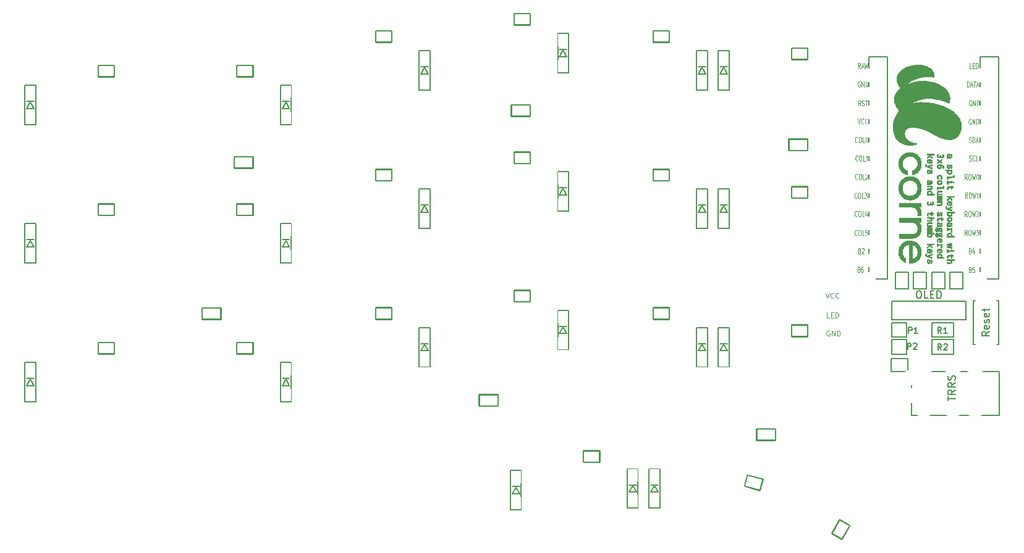
<source format=gbr>
G04 #@! TF.GenerationSoftware,KiCad,Pcbnew,(5.1.6)-1*
G04 #@! TF.CreationDate,2020-05-17T02:55:45+03:00*
G04 #@! TF.ProjectId,corne-classic,636f726e-652d-4636-9c61-737369632e6b,1.1*
G04 #@! TF.SameCoordinates,Original*
G04 #@! TF.FileFunction,Legend,Top*
G04 #@! TF.FilePolarity,Positive*
%FSLAX46Y46*%
G04 Gerber Fmt 4.6, Leading zero omitted, Abs format (unit mm)*
G04 Created by KiCad (PCBNEW (5.1.6)-1) date 2020-05-17 02:55:45*
%MOMM*%
%LPD*%
G01*
G04 APERTURE LIST*
%ADD10C,0.125000*%
%ADD11C,0.150000*%
%ADD12C,0.300000*%
%ADD13C,0.010000*%
%ADD14C,1.797000*%
%ADD15O,2.900000X2.100000*%
%ADD16C,1.600000*%
%ADD17R,1.035000X1.543000*%
%ADD18R,0.781000X0.781000*%
%ADD19R,2.400000X1.400000*%
%ADD20C,4.400000*%
%ADD21C,2.300000*%
%ADD22C,2.600000*%
%ADD23C,2.800000*%
%ADD24C,2.100000*%
%ADD25C,1.400000*%
%ADD26C,1.924000*%
%ADD27R,2.000000X1.400000*%
%ADD28C,0.100000*%
%ADD29R,1.350000X1.700000*%
%ADD30R,1.797000X1.797000*%
%ADD31R,1.543000X1.035000*%
%ADD32R,1.924000X1.924000*%
%ADD33C,5.400000*%
%ADD34C,2.400000*%
G04 APERTURE END LIST*
D10*
X171450000Y-106316666D02*
X171116666Y-106316666D01*
X171116666Y-105616666D01*
X171683333Y-105950000D02*
X171916666Y-105950000D01*
X172016666Y-106316666D02*
X171683333Y-106316666D01*
X171683333Y-105616666D01*
X172016666Y-105616666D01*
X172316666Y-106316666D02*
X172316666Y-105616666D01*
X172483333Y-105616666D01*
X172583333Y-105650000D01*
X172650000Y-105716666D01*
X172683333Y-105783333D01*
X172716666Y-105916666D01*
X172716666Y-106016666D01*
X172683333Y-106150000D01*
X172650000Y-106216666D01*
X172583333Y-106283333D01*
X172483333Y-106316666D01*
X172316666Y-106316666D01*
X171466666Y-108150000D02*
X171400000Y-108116666D01*
X171300000Y-108116666D01*
X171200000Y-108150000D01*
X171133333Y-108216666D01*
X171100000Y-108283333D01*
X171066666Y-108416666D01*
X171066666Y-108516666D01*
X171100000Y-108650000D01*
X171133333Y-108716666D01*
X171200000Y-108783333D01*
X171300000Y-108816666D01*
X171366666Y-108816666D01*
X171466666Y-108783333D01*
X171500000Y-108750000D01*
X171500000Y-108516666D01*
X171366666Y-108516666D01*
X171800000Y-108816666D02*
X171800000Y-108116666D01*
X172200000Y-108816666D01*
X172200000Y-108116666D01*
X172533333Y-108816666D02*
X172533333Y-108116666D01*
X172700000Y-108116666D01*
X172800000Y-108150000D01*
X172866666Y-108216666D01*
X172900000Y-108283333D01*
X172933333Y-108416666D01*
X172933333Y-108516666D01*
X172900000Y-108650000D01*
X172866666Y-108716666D01*
X172800000Y-108783333D01*
X172700000Y-108816666D01*
X172533333Y-108816666D01*
X170966666Y-102916666D02*
X171200000Y-103616666D01*
X171433333Y-102916666D01*
X172066666Y-103550000D02*
X172033333Y-103583333D01*
X171933333Y-103616666D01*
X171866666Y-103616666D01*
X171766666Y-103583333D01*
X171700000Y-103516666D01*
X171666666Y-103450000D01*
X171633333Y-103316666D01*
X171633333Y-103216666D01*
X171666666Y-103083333D01*
X171700000Y-103016666D01*
X171766666Y-102950000D01*
X171866666Y-102916666D01*
X171933333Y-102916666D01*
X172033333Y-102950000D01*
X172066666Y-102983333D01*
X172766666Y-103550000D02*
X172733333Y-103583333D01*
X172633333Y-103616666D01*
X172566666Y-103616666D01*
X172466666Y-103583333D01*
X172400000Y-103516666D01*
X172366666Y-103450000D01*
X172333333Y-103316666D01*
X172333333Y-103216666D01*
X172366666Y-103083333D01*
X172400000Y-103016666D01*
X172466666Y-102950000D01*
X172566666Y-102916666D01*
X172633333Y-102916666D01*
X172733333Y-102950000D01*
X172766666Y-102983333D01*
D11*
X180030000Y-106570000D02*
X190190000Y-106570000D01*
X180030000Y-104030000D02*
X190190000Y-104030000D01*
X190190000Y-104030000D02*
X190190000Y-106570000D01*
X180030000Y-106570000D02*
X180030000Y-104030000D01*
X194700000Y-113700000D02*
X194700000Y-119700000D01*
X194700000Y-119700000D02*
X182700000Y-119700000D01*
X182700000Y-119700000D02*
X182700000Y-113700000D01*
X182700000Y-113700000D02*
X194700000Y-113700000D01*
X179957000Y-113689000D02*
X179957000Y-111911000D01*
X182243000Y-113689000D02*
X179957000Y-113689000D01*
X182243000Y-111911000D02*
X182243000Y-113689000D01*
X179957000Y-111911000D02*
X182243000Y-111911000D01*
D12*
X161570000Y-123100000D02*
X161570000Y-121650000D01*
X164020000Y-123100000D02*
X161600000Y-123100000D01*
X164020000Y-121650000D02*
X164020000Y-123100000D01*
X161570000Y-121650000D02*
X164020000Y-121650000D01*
X168430000Y-81900000D02*
X168430000Y-83350000D01*
X165980000Y-81900000D02*
X168400000Y-81900000D01*
X165980000Y-83350000D02*
X165980000Y-81900000D01*
X168430000Y-83350000D02*
X165980000Y-83350000D01*
X130430000Y-77200000D02*
X130430000Y-78650000D01*
X127980000Y-77200000D02*
X130400000Y-77200000D01*
X127980000Y-78650000D02*
X127980000Y-77200000D01*
X130430000Y-78650000D02*
X127980000Y-78650000D01*
X92430000Y-84300000D02*
X92430000Y-85750000D01*
X89980000Y-84300000D02*
X92400000Y-84300000D01*
X89980000Y-85750000D02*
X89980000Y-84300000D01*
X92430000Y-85750000D02*
X89980000Y-85750000D01*
X85570000Y-106500000D02*
X85570000Y-105050000D01*
X88020000Y-106500000D02*
X85600000Y-106500000D01*
X88020000Y-105050000D02*
X88020000Y-106500000D01*
X85570000Y-105050000D02*
X88020000Y-105050000D01*
X123570000Y-118400000D02*
X123570000Y-116950000D01*
X126020000Y-118400000D02*
X123600000Y-118400000D01*
X126020000Y-116950000D02*
X126020000Y-118400000D01*
X123570000Y-116950000D02*
X126020000Y-116950000D01*
D11*
X192136400Y-100982000D02*
X192136400Y-70502000D01*
X194676400Y-100982000D02*
X192136400Y-100982000D01*
X194676400Y-70502000D02*
X194676400Y-100982000D01*
X192136400Y-70502000D02*
X194676400Y-70502000D01*
X176916400Y-100982000D02*
X176916400Y-70502000D01*
X179456400Y-100982000D02*
X176916400Y-100982000D01*
X179456400Y-70502000D02*
X179456400Y-100982000D01*
X176916400Y-70502000D02*
X179456400Y-70502000D01*
D12*
X73430000Y-71775000D02*
X73430000Y-73225000D01*
X73430000Y-73225000D02*
X71380000Y-73225000D01*
X71380000Y-73225000D02*
X71380000Y-71775000D01*
X71380000Y-71775000D02*
X73430000Y-71775000D01*
X92430000Y-71775000D02*
X92430000Y-73225000D01*
X92430000Y-73225000D02*
X90380000Y-73225000D01*
X90380000Y-73225000D02*
X90380000Y-71775000D01*
X90380000Y-71775000D02*
X92430000Y-71775000D01*
X111430000Y-67025000D02*
X111430000Y-68475000D01*
X111430000Y-68475000D02*
X109380000Y-68475000D01*
X109380000Y-68475000D02*
X109380000Y-67025000D01*
X109380000Y-67025000D02*
X111430000Y-67025000D01*
X130430000Y-64650000D02*
X130430000Y-66100000D01*
X130430000Y-66100000D02*
X128380000Y-66100000D01*
X128380000Y-66100000D02*
X128380000Y-64650000D01*
X128380000Y-64650000D02*
X130430000Y-64650000D01*
X149430000Y-67025000D02*
X149430000Y-68475000D01*
X149430000Y-68475000D02*
X147380000Y-68475000D01*
X147380000Y-68475000D02*
X147380000Y-67025000D01*
X147380000Y-67025000D02*
X149430000Y-67025000D01*
X168430000Y-69400000D02*
X168430000Y-70850000D01*
X168430000Y-70850000D02*
X166380000Y-70850000D01*
X166380000Y-70850000D02*
X166380000Y-69400000D01*
X166380000Y-69400000D02*
X168430000Y-69400000D01*
X73430000Y-90775000D02*
X73430000Y-92225000D01*
X73430000Y-92225000D02*
X71380000Y-92225000D01*
X71380000Y-92225000D02*
X71380000Y-90775000D01*
X71380000Y-90775000D02*
X73430000Y-90775000D01*
X92430000Y-90775000D02*
X92430000Y-92225000D01*
X92430000Y-92225000D02*
X90380000Y-92225000D01*
X90380000Y-92225000D02*
X90380000Y-90775000D01*
X90380000Y-90775000D02*
X92430000Y-90775000D01*
X111430000Y-86025000D02*
X111430000Y-87475000D01*
X111430000Y-87475000D02*
X109380000Y-87475000D01*
X109380000Y-87475000D02*
X109380000Y-86025000D01*
X109380000Y-86025000D02*
X111430000Y-86025000D01*
X130430000Y-83650000D02*
X130430000Y-85100000D01*
X130430000Y-85100000D02*
X128380000Y-85100000D01*
X128380000Y-85100000D02*
X128380000Y-83650000D01*
X128380000Y-83650000D02*
X130430000Y-83650000D01*
X149430000Y-86025000D02*
X149430000Y-87475000D01*
X149430000Y-87475000D02*
X147380000Y-87475000D01*
X147380000Y-87475000D02*
X147380000Y-86025000D01*
X147380000Y-86025000D02*
X149430000Y-86025000D01*
X168430000Y-88400000D02*
X168430000Y-89850000D01*
X168430000Y-89850000D02*
X166380000Y-89850000D01*
X166380000Y-89850000D02*
X166380000Y-88400000D01*
X166380000Y-88400000D02*
X168430000Y-88400000D01*
X73430000Y-109775000D02*
X73430000Y-111225000D01*
X73430000Y-111225000D02*
X71380000Y-111225000D01*
X71380000Y-111225000D02*
X71380000Y-109775000D01*
X71380000Y-109775000D02*
X73430000Y-109775000D01*
X92430000Y-109775000D02*
X92430000Y-111225000D01*
X92430000Y-111225000D02*
X90380000Y-111225000D01*
X90380000Y-111225000D02*
X90380000Y-109775000D01*
X90380000Y-109775000D02*
X92430000Y-109775000D01*
X111430000Y-105025000D02*
X111430000Y-106475000D01*
X111430000Y-106475000D02*
X109380000Y-106475000D01*
X109380000Y-106475000D02*
X109380000Y-105025000D01*
X109380000Y-105025000D02*
X111430000Y-105025000D01*
X130430000Y-102650000D02*
X130430000Y-104100000D01*
X130430000Y-104100000D02*
X128380000Y-104100000D01*
X128380000Y-104100000D02*
X128380000Y-102650000D01*
X128380000Y-102650000D02*
X130430000Y-102650000D01*
X149430000Y-105025000D02*
X149430000Y-106475000D01*
X149430000Y-106475000D02*
X147380000Y-106475000D01*
X147380000Y-106475000D02*
X147380000Y-105025000D01*
X147380000Y-105025000D02*
X149430000Y-105025000D01*
X168430000Y-107400000D02*
X168430000Y-108850000D01*
X168430000Y-108850000D02*
X166380000Y-108850000D01*
X166380000Y-108850000D02*
X166380000Y-107400000D01*
X166380000Y-107400000D02*
X168430000Y-107400000D01*
X139930000Y-124650000D02*
X139930000Y-126100000D01*
X139930000Y-126100000D02*
X137880000Y-126100000D01*
X137880000Y-126100000D02*
X137880000Y-124650000D01*
X137880000Y-124650000D02*
X139930000Y-124650000D01*
X162274303Y-128532638D02*
X161899015Y-129933231D01*
X161899015Y-129933231D02*
X159918867Y-129402652D01*
X159918867Y-129402652D02*
X160294155Y-128002059D01*
X160294155Y-128002059D02*
X162274303Y-128532638D01*
X173155096Y-136645467D02*
X171899359Y-135920467D01*
X171899359Y-135920467D02*
X172924359Y-134145115D01*
X172924359Y-134145115D02*
X174180096Y-134870115D01*
X174180096Y-134870115D02*
X173155096Y-136645467D01*
D11*
X62000000Y-76725000D02*
X62500000Y-77625000D01*
X62500000Y-77625000D02*
X61500000Y-77625000D01*
X61500000Y-77625000D02*
X62000000Y-76725000D01*
X62500000Y-76625000D02*
X61500000Y-76625000D01*
X62750000Y-79825000D02*
X62750000Y-74425000D01*
X62750000Y-74425000D02*
X61250000Y-74425000D01*
X61250000Y-74425000D02*
X61250000Y-79825000D01*
X61250000Y-79825000D02*
X62750000Y-79825000D01*
X97000000Y-76725000D02*
X97500000Y-77625000D01*
X97500000Y-77625000D02*
X96500000Y-77625000D01*
X96500000Y-77625000D02*
X97000000Y-76725000D01*
X97500000Y-76625000D02*
X96500000Y-76625000D01*
X97750000Y-79825000D02*
X97750000Y-74425000D01*
X97750000Y-74425000D02*
X96250000Y-74425000D01*
X96250000Y-74425000D02*
X96250000Y-79825000D01*
X96250000Y-79825000D02*
X97750000Y-79825000D01*
X116000000Y-71975000D02*
X116500000Y-72875000D01*
X116500000Y-72875000D02*
X115500000Y-72875000D01*
X115500000Y-72875000D02*
X116000000Y-71975000D01*
X116500000Y-71875000D02*
X115500000Y-71875000D01*
X116750000Y-75075000D02*
X116750000Y-69675000D01*
X116750000Y-69675000D02*
X115250000Y-69675000D01*
X115250000Y-69675000D02*
X115250000Y-75075000D01*
X115250000Y-75075000D02*
X116750000Y-75075000D01*
X135000000Y-69600000D02*
X135500000Y-70500000D01*
X135500000Y-70500000D02*
X134500000Y-70500000D01*
X134500000Y-70500000D02*
X135000000Y-69600000D01*
X135500000Y-69500000D02*
X134500000Y-69500000D01*
X135750000Y-72700000D02*
X135750000Y-67300000D01*
X135750000Y-67300000D02*
X134250000Y-67300000D01*
X134250000Y-67300000D02*
X134250000Y-72700000D01*
X134250000Y-72700000D02*
X135750000Y-72700000D01*
X154000000Y-71975000D02*
X154500000Y-72875000D01*
X154500000Y-72875000D02*
X153500000Y-72875000D01*
X153500000Y-72875000D02*
X154000000Y-71975000D01*
X154500000Y-71875000D02*
X153500000Y-71875000D01*
X154750000Y-75075000D02*
X154750000Y-69675000D01*
X154750000Y-69675000D02*
X153250000Y-69675000D01*
X153250000Y-69675000D02*
X153250000Y-75075000D01*
X153250000Y-75075000D02*
X154750000Y-75075000D01*
X157000000Y-71975000D02*
X157500000Y-72875000D01*
X157500000Y-72875000D02*
X156500000Y-72875000D01*
X156500000Y-72875000D02*
X157000000Y-71975000D01*
X157500000Y-71875000D02*
X156500000Y-71875000D01*
X157750000Y-75075000D02*
X157750000Y-69675000D01*
X157750000Y-69675000D02*
X156250000Y-69675000D01*
X156250000Y-69675000D02*
X156250000Y-75075000D01*
X156250000Y-75075000D02*
X157750000Y-75075000D01*
X62000000Y-95725000D02*
X62500000Y-96625000D01*
X62500000Y-96625000D02*
X61500000Y-96625000D01*
X61500000Y-96625000D02*
X62000000Y-95725000D01*
X62500000Y-95625000D02*
X61500000Y-95625000D01*
X62750000Y-98825000D02*
X62750000Y-93425000D01*
X62750000Y-93425000D02*
X61250000Y-93425000D01*
X61250000Y-93425000D02*
X61250000Y-98825000D01*
X61250000Y-98825000D02*
X62750000Y-98825000D01*
X97000000Y-95725000D02*
X97500000Y-96625000D01*
X97500000Y-96625000D02*
X96500000Y-96625000D01*
X96500000Y-96625000D02*
X97000000Y-95725000D01*
X97500000Y-95625000D02*
X96500000Y-95625000D01*
X97750000Y-98825000D02*
X97750000Y-93425000D01*
X97750000Y-93425000D02*
X96250000Y-93425000D01*
X96250000Y-93425000D02*
X96250000Y-98825000D01*
X96250000Y-98825000D02*
X97750000Y-98825000D01*
X116000000Y-90975000D02*
X116500000Y-91875000D01*
X116500000Y-91875000D02*
X115500000Y-91875000D01*
X115500000Y-91875000D02*
X116000000Y-90975000D01*
X116500000Y-90875000D02*
X115500000Y-90875000D01*
X116750000Y-94075000D02*
X116750000Y-88675000D01*
X116750000Y-88675000D02*
X115250000Y-88675000D01*
X115250000Y-88675000D02*
X115250000Y-94075000D01*
X115250000Y-94075000D02*
X116750000Y-94075000D01*
X135000000Y-88600000D02*
X135500000Y-89500000D01*
X135500000Y-89500000D02*
X134500000Y-89500000D01*
X134500000Y-89500000D02*
X135000000Y-88600000D01*
X135500000Y-88500000D02*
X134500000Y-88500000D01*
X135750000Y-91700000D02*
X135750000Y-86300000D01*
X135750000Y-86300000D02*
X134250000Y-86300000D01*
X134250000Y-86300000D02*
X134250000Y-91700000D01*
X134250000Y-91700000D02*
X135750000Y-91700000D01*
X154000000Y-90975000D02*
X154500000Y-91875000D01*
X154500000Y-91875000D02*
X153500000Y-91875000D01*
X153500000Y-91875000D02*
X154000000Y-90975000D01*
X154500000Y-90875000D02*
X153500000Y-90875000D01*
X154750000Y-94075000D02*
X154750000Y-88675000D01*
X154750000Y-88675000D02*
X153250000Y-88675000D01*
X153250000Y-88675000D02*
X153250000Y-94075000D01*
X153250000Y-94075000D02*
X154750000Y-94075000D01*
X157000000Y-90975000D02*
X157500000Y-91875000D01*
X157500000Y-91875000D02*
X156500000Y-91875000D01*
X156500000Y-91875000D02*
X157000000Y-90975000D01*
X157500000Y-90875000D02*
X156500000Y-90875000D01*
X157750000Y-94075000D02*
X157750000Y-88675000D01*
X157750000Y-88675000D02*
X156250000Y-88675000D01*
X156250000Y-88675000D02*
X156250000Y-94075000D01*
X156250000Y-94075000D02*
X157750000Y-94075000D01*
X62000000Y-114725000D02*
X62500000Y-115625000D01*
X62500000Y-115625000D02*
X61500000Y-115625000D01*
X61500000Y-115625000D02*
X62000000Y-114725000D01*
X62500000Y-114625000D02*
X61500000Y-114625000D01*
X62750000Y-117825000D02*
X62750000Y-112425000D01*
X62750000Y-112425000D02*
X61250000Y-112425000D01*
X61250000Y-112425000D02*
X61250000Y-117825000D01*
X61250000Y-117825000D02*
X62750000Y-117825000D01*
X97000000Y-114725000D02*
X97500000Y-115625000D01*
X97500000Y-115625000D02*
X96500000Y-115625000D01*
X96500000Y-115625000D02*
X97000000Y-114725000D01*
X97500000Y-114625000D02*
X96500000Y-114625000D01*
X97750000Y-117825000D02*
X97750000Y-112425000D01*
X97750000Y-112425000D02*
X96250000Y-112425000D01*
X96250000Y-112425000D02*
X96250000Y-117825000D01*
X96250000Y-117825000D02*
X97750000Y-117825000D01*
X116000000Y-109975000D02*
X116500000Y-110875000D01*
X116500000Y-110875000D02*
X115500000Y-110875000D01*
X115500000Y-110875000D02*
X116000000Y-109975000D01*
X116500000Y-109875000D02*
X115500000Y-109875000D01*
X116750000Y-113075000D02*
X116750000Y-107675000D01*
X116750000Y-107675000D02*
X115250000Y-107675000D01*
X115250000Y-107675000D02*
X115250000Y-113075000D01*
X115250000Y-113075000D02*
X116750000Y-113075000D01*
X135000000Y-107600000D02*
X135500000Y-108500000D01*
X135500000Y-108500000D02*
X134500000Y-108500000D01*
X134500000Y-108500000D02*
X135000000Y-107600000D01*
X135500000Y-107500000D02*
X134500000Y-107500000D01*
X135750000Y-110700000D02*
X135750000Y-105300000D01*
X135750000Y-105300000D02*
X134250000Y-105300000D01*
X134250000Y-105300000D02*
X134250000Y-110700000D01*
X134250000Y-110700000D02*
X135750000Y-110700000D01*
X157000000Y-109975000D02*
X157500000Y-110875000D01*
X157500000Y-110875000D02*
X156500000Y-110875000D01*
X156500000Y-110875000D02*
X157000000Y-109975000D01*
X157500000Y-109875000D02*
X156500000Y-109875000D01*
X157750000Y-113075000D02*
X157750000Y-107675000D01*
X157750000Y-107675000D02*
X156250000Y-107675000D01*
X156250000Y-107675000D02*
X156250000Y-113075000D01*
X156250000Y-113075000D02*
X157750000Y-113075000D01*
X128500000Y-129600000D02*
X129000000Y-130500000D01*
X129000000Y-130500000D02*
X128000000Y-130500000D01*
X128000000Y-130500000D02*
X128500000Y-129600000D01*
X129000000Y-129500000D02*
X128000000Y-129500000D01*
X129250000Y-132700000D02*
X129250000Y-127300000D01*
X129250000Y-127300000D02*
X127750000Y-127300000D01*
X127750000Y-127300000D02*
X127750000Y-132700000D01*
X127750000Y-132700000D02*
X129250000Y-132700000D01*
X144500000Y-129350000D02*
X145000000Y-130250000D01*
X145000000Y-130250000D02*
X144000000Y-130250000D01*
X144000000Y-130250000D02*
X144500000Y-129350000D01*
X145000000Y-129250000D02*
X144000000Y-129250000D01*
X145250000Y-132450000D02*
X145250000Y-127050000D01*
X145250000Y-127050000D02*
X143750000Y-127050000D01*
X143750000Y-127050000D02*
X143750000Y-132450000D01*
X143750000Y-132450000D02*
X145250000Y-132450000D01*
X147500000Y-129350000D02*
X148000000Y-130250000D01*
X148000000Y-130250000D02*
X147000000Y-130250000D01*
X147000000Y-130250000D02*
X147500000Y-129350000D01*
X148000000Y-129250000D02*
X147000000Y-129250000D01*
X148250000Y-132450000D02*
X148250000Y-127050000D01*
X148250000Y-127050000D02*
X146750000Y-127050000D01*
X146750000Y-127050000D02*
X146750000Y-132450000D01*
X146750000Y-132450000D02*
X148250000Y-132450000D01*
X154000000Y-109975000D02*
X154500000Y-110875000D01*
X154500000Y-110875000D02*
X153500000Y-110875000D01*
X153500000Y-110875000D02*
X154000000Y-109975000D01*
X154500000Y-109875000D02*
X153500000Y-109875000D01*
X154750000Y-113075000D02*
X154750000Y-107675000D01*
X154750000Y-107675000D02*
X153250000Y-107675000D01*
X153250000Y-107675000D02*
X153250000Y-113075000D01*
X153250000Y-113075000D02*
X154750000Y-113075000D01*
X185498860Y-109000760D02*
X188501140Y-109000760D01*
X185498860Y-106999240D02*
X185498860Y-109000760D01*
X188501140Y-106999240D02*
X185498860Y-106999240D01*
X188501140Y-109000760D02*
X188501140Y-106999240D01*
X185498860Y-111300760D02*
X188501140Y-111300760D01*
X185498860Y-109299240D02*
X185498860Y-111300760D01*
X188501140Y-109299240D02*
X185498860Y-109299240D01*
X188501140Y-111300760D02*
X188501140Y-109299240D01*
X187986000Y-100107000D02*
X189764000Y-100107000D01*
X187986000Y-102393000D02*
X187986000Y-100107000D01*
X189764000Y-102393000D02*
X187986000Y-102393000D01*
X189764000Y-100107000D02*
X189764000Y-102393000D01*
X185486000Y-100107000D02*
X187264000Y-100107000D01*
X185486000Y-102393000D02*
X185486000Y-100107000D01*
X187264000Y-102393000D02*
X185486000Y-102393000D01*
X187264000Y-100107000D02*
X187264000Y-102393000D01*
X182986000Y-100107000D02*
X184764000Y-100107000D01*
X182986000Y-102393000D02*
X182986000Y-100107000D01*
X184764000Y-102393000D02*
X182986000Y-102393000D01*
X184764000Y-100107000D02*
X184764000Y-102393000D01*
X180486000Y-100107000D02*
X182264000Y-100107000D01*
X180486000Y-102393000D02*
X180486000Y-100107000D01*
X182264000Y-102393000D02*
X180486000Y-102393000D01*
X182264000Y-100107000D02*
X182264000Y-102393000D01*
X182000000Y-107000000D02*
X180000000Y-107000000D01*
X182000000Y-109000000D02*
X182000000Y-107000000D01*
X180000000Y-109000000D02*
X182000000Y-109000000D01*
X180000000Y-107000000D02*
X180000000Y-109000000D01*
X182000000Y-109300000D02*
X180000000Y-109300000D01*
X182000000Y-111300000D02*
X182000000Y-109300000D01*
X180000000Y-111300000D02*
X182000000Y-111300000D01*
X180000000Y-109300000D02*
X180000000Y-111300000D01*
X191150000Y-104000000D02*
X191400000Y-104000000D01*
X191150000Y-110000000D02*
X191150000Y-104000000D01*
X191150000Y-110000000D02*
X191400000Y-110000000D01*
X194650000Y-110000000D02*
X194400000Y-110000000D01*
X194650000Y-104000000D02*
X194400000Y-104000000D01*
X194650000Y-110000000D02*
X194650000Y-104000000D01*
D13*
G36*
X189519674Y-80028757D02*
G01*
X189518996Y-80105491D01*
X189517005Y-80171674D01*
X189513358Y-80230451D01*
X189507711Y-80284966D01*
X189499723Y-80338362D01*
X189489050Y-80393786D01*
X189475349Y-80454381D01*
X189471523Y-80470244D01*
X189433896Y-80605028D01*
X189387111Y-80739439D01*
X189332148Y-80871613D01*
X189269983Y-80999681D01*
X189201595Y-81121778D01*
X189127962Y-81236036D01*
X189050062Y-81340590D01*
X188968873Y-81433571D01*
X188964247Y-81438401D01*
X188865762Y-81532358D01*
X188763070Y-81613735D01*
X188655304Y-81682967D01*
X188541598Y-81740488D01*
X188421085Y-81786732D01*
X188292898Y-81822133D01*
X188156173Y-81847125D01*
X188146044Y-81848525D01*
X188092949Y-81854033D01*
X188029644Y-81857868D01*
X187959547Y-81860031D01*
X187886073Y-81860522D01*
X187812642Y-81859339D01*
X187742671Y-81856484D01*
X187679576Y-81851955D01*
X187647497Y-81848564D01*
X187475051Y-81822760D01*
X187297414Y-81786704D01*
X187114146Y-81740258D01*
X186924804Y-81683285D01*
X186728947Y-81615647D01*
X186526135Y-81537208D01*
X186315926Y-81447830D01*
X186221541Y-81405262D01*
X186161098Y-81376896D01*
X186090876Y-81342832D01*
X186013022Y-81304172D01*
X185929681Y-81262023D01*
X185843000Y-81217488D01*
X185755125Y-81171673D01*
X185668203Y-81125682D01*
X185584379Y-81080620D01*
X185505801Y-81037592D01*
X185487000Y-81027157D01*
X185409684Y-80984672D01*
X185326193Y-80939808D01*
X185238637Y-80893634D01*
X185149123Y-80847221D01*
X185059760Y-80801639D01*
X184972656Y-80757958D01*
X184889919Y-80717248D01*
X184813658Y-80680580D01*
X184745982Y-80649024D01*
X184711271Y-80633387D01*
X184493138Y-80540745D01*
X184279754Y-80458204D01*
X184071521Y-80385860D01*
X183868842Y-80323815D01*
X183672119Y-80272166D01*
X183481756Y-80231012D01*
X183298153Y-80200453D01*
X183121713Y-80180587D01*
X182952840Y-80171513D01*
X182833730Y-80171783D01*
X182709748Y-80178162D01*
X182596375Y-80190409D01*
X182491613Y-80208957D01*
X182393464Y-80234235D01*
X182299929Y-80266677D01*
X182209027Y-80306706D01*
X182130270Y-80348786D01*
X182061902Y-80393692D01*
X182000597Y-80443731D01*
X181971753Y-80471195D01*
X181902190Y-80550126D01*
X181843935Y-80636282D01*
X181797205Y-80728797D01*
X181762215Y-80826809D01*
X181739178Y-80929452D01*
X181728311Y-81035865D01*
X181729827Y-81145181D01*
X181743941Y-81256538D01*
X181759111Y-81326217D01*
X181789510Y-81426457D01*
X181828938Y-81520859D01*
X181878373Y-81611066D01*
X181938793Y-81698717D01*
X182011174Y-81785455D01*
X182067876Y-81844906D01*
X182141471Y-81914766D01*
X182216035Y-81977642D01*
X182294372Y-82035537D01*
X182379286Y-82090454D01*
X182473582Y-82144399D01*
X182524811Y-82171471D01*
X182625635Y-82220226D01*
X182731380Y-82265258D01*
X182839800Y-82305887D01*
X182948651Y-82341434D01*
X183055686Y-82371220D01*
X183158661Y-82394564D01*
X183255328Y-82410787D01*
X183343443Y-82419210D01*
X183343446Y-82419210D01*
X183374150Y-82421140D01*
X183399066Y-82423357D01*
X183415458Y-82425575D01*
X183420663Y-82427331D01*
X183415043Y-82433849D01*
X183400034Y-82445052D01*
X183378378Y-82459190D01*
X183352815Y-82474518D01*
X183326086Y-82489288D01*
X183312865Y-82496054D01*
X183222694Y-82534926D01*
X183120983Y-82568141D01*
X183008787Y-82595506D01*
X182887160Y-82616831D01*
X182757158Y-82631924D01*
X182619835Y-82640593D01*
X182504217Y-82642775D01*
X182313606Y-82636736D01*
X182129387Y-82618622D01*
X181951319Y-82588380D01*
X181779159Y-82545956D01*
X181612668Y-82491296D01*
X181451604Y-82424347D01*
X181392109Y-82395840D01*
X181242843Y-82314345D01*
X181103126Y-82223005D01*
X180972989Y-82121873D01*
X180852462Y-82010998D01*
X180741575Y-81890431D01*
X180640361Y-81760225D01*
X180548849Y-81620429D01*
X180467069Y-81471094D01*
X180395054Y-81312272D01*
X180332834Y-81144013D01*
X180280438Y-80966369D01*
X180237899Y-80779390D01*
X180205246Y-80583128D01*
X180183804Y-80392595D01*
X180179942Y-80340815D01*
X180176635Y-80280712D01*
X180173930Y-80214943D01*
X180171876Y-80146167D01*
X180170520Y-80077042D01*
X180169912Y-80010227D01*
X180170100Y-79948378D01*
X180171130Y-79894154D01*
X180173053Y-79850214D01*
X180173769Y-79839973D01*
X180187891Y-79707313D01*
X180209766Y-79568478D01*
X180238536Y-79427989D01*
X180273345Y-79290366D01*
X180286923Y-79243284D01*
X180340749Y-79079992D01*
X180405058Y-78914656D01*
X180478658Y-78749534D01*
X180560355Y-78586880D01*
X180648958Y-78428951D01*
X180743274Y-78278004D01*
X180842110Y-78136294D01*
X180934905Y-78017352D01*
X180954913Y-77993072D01*
X180972401Y-77971741D01*
X180985016Y-77956233D01*
X180989509Y-77950611D01*
X180992168Y-77945050D01*
X180991496Y-77937453D01*
X180986539Y-77926059D01*
X180976342Y-77909108D01*
X180959950Y-77884839D01*
X180936408Y-77851491D01*
X180933658Y-77847638D01*
X180819595Y-77679865D01*
X180717253Y-77512582D01*
X180626859Y-77346286D01*
X180548637Y-77181476D01*
X180482815Y-77018647D01*
X180429619Y-76858297D01*
X180389273Y-76700922D01*
X180372128Y-76612823D01*
X180365494Y-76564829D01*
X180360118Y-76507417D01*
X180356111Y-76444085D01*
X180353582Y-76378329D01*
X180352643Y-76313648D01*
X180353405Y-76253539D01*
X180355977Y-76201500D01*
X180358328Y-76176509D01*
X180382775Y-76026797D01*
X180420676Y-75879226D01*
X180471888Y-75734048D01*
X180536265Y-75591513D01*
X180613664Y-75451871D01*
X180703939Y-75315372D01*
X180806948Y-75182267D01*
X180922545Y-75052806D01*
X181050585Y-74927238D01*
X181108996Y-74874885D01*
X181146426Y-74841517D01*
X181173910Y-74815480D01*
X181191157Y-74797068D01*
X181197878Y-74786576D01*
X181197654Y-74784780D01*
X181190990Y-74776187D01*
X181178137Y-74759757D01*
X181161402Y-74738438D01*
X181153840Y-74728823D01*
X181045657Y-74582806D01*
X180951191Y-74437140D01*
X180870433Y-74291806D01*
X180803376Y-74146786D01*
X180750012Y-74002061D01*
X180710332Y-73857613D01*
X180684329Y-73713423D01*
X180674840Y-73620971D01*
X180672225Y-73499074D01*
X180682365Y-73379789D01*
X180705473Y-73262073D01*
X180741759Y-73144884D01*
X180791435Y-73027178D01*
X180798144Y-73013300D01*
X180866275Y-72889269D01*
X180947123Y-72768822D01*
X181040054Y-72652347D01*
X181144433Y-72540231D01*
X181259625Y-72432861D01*
X181384996Y-72330626D01*
X181519910Y-72233912D01*
X181663733Y-72143108D01*
X181815829Y-72058602D01*
X181975565Y-71980780D01*
X182142304Y-71910030D01*
X182315413Y-71846740D01*
X182494257Y-71791297D01*
X182678199Y-71744090D01*
X182866607Y-71705505D01*
X182967595Y-71688755D01*
X183060886Y-71675356D01*
X183147248Y-71664871D01*
X183230961Y-71656942D01*
X183316303Y-71651213D01*
X183407554Y-71647326D01*
X183489325Y-71645273D01*
X183608839Y-71644275D01*
X183718708Y-71646150D01*
X183822751Y-71651079D01*
X183924786Y-71659247D01*
X184028633Y-71670834D01*
X184031649Y-71671215D01*
X184205173Y-71697775D01*
X184372635Y-71732517D01*
X184533521Y-71775114D01*
X184687314Y-71825236D01*
X184833500Y-71882557D01*
X184971561Y-71946746D01*
X185100983Y-72017477D01*
X185221250Y-72094421D01*
X185331846Y-72177250D01*
X185432256Y-72265635D01*
X185521963Y-72359249D01*
X185600452Y-72457762D01*
X185667207Y-72560848D01*
X185721713Y-72668177D01*
X185761122Y-72772024D01*
X185785631Y-72860944D01*
X185800931Y-72947368D01*
X185807691Y-73036279D01*
X185807284Y-73115838D01*
X185804824Y-73164260D01*
X185801188Y-73209943D01*
X185796660Y-73250731D01*
X185791523Y-73284473D01*
X185786061Y-73309015D01*
X185780558Y-73322202D01*
X185780005Y-73322825D01*
X185772117Y-73323230D01*
X185753040Y-73321605D01*
X185725119Y-73318227D01*
X185690701Y-73313368D01*
X185663958Y-73309228D01*
X185457431Y-73280808D01*
X185246949Y-73260851D01*
X185035300Y-73249440D01*
X184825271Y-73246661D01*
X184619652Y-73252596D01*
X184421230Y-73267331D01*
X184388622Y-73270694D01*
X184146680Y-73303481D01*
X183908834Y-73349307D01*
X183675381Y-73408049D01*
X183446621Y-73479586D01*
X183222852Y-73563794D01*
X183004372Y-73660550D01*
X182791480Y-73769734D01*
X182584473Y-73891220D01*
X182383651Y-74024888D01*
X182189311Y-74170615D01*
X182179864Y-74178140D01*
X182144545Y-74206333D01*
X182118565Y-74227099D01*
X182100573Y-74241628D01*
X182089219Y-74251108D01*
X182083153Y-74256731D01*
X182081024Y-74259684D01*
X182081481Y-74261159D01*
X182083174Y-74262343D01*
X182083727Y-74262826D01*
X182091043Y-74261641D01*
X182108999Y-74255946D01*
X182135545Y-74246474D01*
X182168631Y-74233956D01*
X182206207Y-74219126D01*
X182206723Y-74218918D01*
X182443971Y-74130713D01*
X182688260Y-74054205D01*
X182939364Y-73989442D01*
X183197058Y-73936473D01*
X183461113Y-73895346D01*
X183731304Y-73866110D01*
X183914946Y-73853237D01*
X183974440Y-73850723D01*
X184044239Y-73849062D01*
X184121788Y-73848218D01*
X184204528Y-73848157D01*
X184289903Y-73848843D01*
X184375356Y-73850241D01*
X184458329Y-73852315D01*
X184536265Y-73855029D01*
X184606607Y-73858349D01*
X184666798Y-73862239D01*
X184687244Y-73863928D01*
X184943467Y-73892226D01*
X185193384Y-73930803D01*
X185436445Y-73979506D01*
X185672103Y-74038185D01*
X185899809Y-74106687D01*
X186119014Y-74184861D01*
X186329171Y-74272556D01*
X186529731Y-74369620D01*
X186544190Y-74377178D01*
X186715754Y-74472962D01*
X186877367Y-74574647D01*
X187028703Y-74681870D01*
X187169433Y-74794266D01*
X187299230Y-74911474D01*
X187417767Y-75033129D01*
X187524715Y-75158868D01*
X187619748Y-75288329D01*
X187702537Y-75421148D01*
X187772755Y-75556961D01*
X187830075Y-75695405D01*
X187874168Y-75836118D01*
X187879820Y-75858197D01*
X187909375Y-76004597D01*
X187925325Y-76150672D01*
X187927669Y-76296073D01*
X187916406Y-76440454D01*
X187891535Y-76583466D01*
X187881990Y-76623784D01*
X187873711Y-76654710D01*
X187863544Y-76689529D01*
X187852288Y-76725859D01*
X187840742Y-76761314D01*
X187829705Y-76793512D01*
X187819976Y-76820068D01*
X187812355Y-76838598D01*
X187807640Y-76846718D01*
X187807201Y-76846892D01*
X187799022Y-76844180D01*
X187781402Y-76836884D01*
X187757323Y-76826270D01*
X187741076Y-76818861D01*
X187501263Y-76714822D01*
X187252023Y-76619448D01*
X186994892Y-76533140D01*
X186731405Y-76456297D01*
X186463097Y-76389317D01*
X186191503Y-76332599D01*
X185918158Y-76286544D01*
X185644597Y-76251548D01*
X185507595Y-76238270D01*
X185458866Y-76234838D01*
X185399413Y-76231921D01*
X185331379Y-76229528D01*
X185256907Y-76227668D01*
X185178139Y-76226352D01*
X185097217Y-76225588D01*
X185016283Y-76225388D01*
X184937480Y-76225759D01*
X184862951Y-76226713D01*
X184794837Y-76228259D01*
X184735281Y-76230407D01*
X184686425Y-76233165D01*
X184670082Y-76234467D01*
X184441133Y-76259309D01*
X184222288Y-76292381D01*
X184012444Y-76333973D01*
X183810503Y-76384378D01*
X183615363Y-76443889D01*
X183425923Y-76512798D01*
X183241083Y-76591397D01*
X183133676Y-76642465D01*
X183090032Y-76664650D01*
X183042484Y-76689886D01*
X182992458Y-76717319D01*
X182941379Y-76746095D01*
X182890672Y-76775360D01*
X182841761Y-76804258D01*
X182796071Y-76831935D01*
X182755028Y-76857537D01*
X182720056Y-76880209D01*
X182692581Y-76899098D01*
X182674026Y-76913347D01*
X182665817Y-76922104D01*
X182665541Y-76923186D01*
X182665364Y-76926023D01*
X182666146Y-76927795D01*
X182669853Y-76928150D01*
X182678454Y-76926733D01*
X182693916Y-76923191D01*
X182718206Y-76917170D01*
X182753292Y-76908317D01*
X182765680Y-76905192D01*
X182994787Y-76853797D01*
X183232185Y-76812954D01*
X183477398Y-76782647D01*
X183729953Y-76762860D01*
X183989375Y-76753578D01*
X184255187Y-76754784D01*
X184526916Y-76766464D01*
X184804087Y-76788601D01*
X185086224Y-76821180D01*
X185372853Y-76864186D01*
X185663499Y-76917602D01*
X185957687Y-76981413D01*
X186097169Y-77015022D01*
X186312318Y-77070987D01*
X186515646Y-77129098D01*
X186708980Y-77190006D01*
X186894149Y-77254359D01*
X187072978Y-77322807D01*
X187247296Y-77395999D01*
X187418929Y-77474587D01*
X187498406Y-77513184D01*
X187705082Y-77620510D01*
X187902251Y-77733340D01*
X188089616Y-77851366D01*
X188266878Y-77974276D01*
X188433739Y-78101759D01*
X188589901Y-78233507D01*
X188735067Y-78369208D01*
X188868937Y-78508552D01*
X188991215Y-78651229D01*
X189101602Y-78796928D01*
X189199801Y-78945339D01*
X189285512Y-79096153D01*
X189358439Y-79249058D01*
X189418283Y-79403745D01*
X189464746Y-79559902D01*
X189465011Y-79560948D01*
X189480813Y-79625419D01*
X189493333Y-79681739D01*
X189502931Y-79732989D01*
X189509967Y-79782247D01*
X189514800Y-79832593D01*
X189517790Y-79887107D01*
X189519298Y-79948868D01*
X189519683Y-80020956D01*
X189519674Y-80028757D01*
G37*
X189519674Y-80028757D02*
X189518996Y-80105491D01*
X189517005Y-80171674D01*
X189513358Y-80230451D01*
X189507711Y-80284966D01*
X189499723Y-80338362D01*
X189489050Y-80393786D01*
X189475349Y-80454381D01*
X189471523Y-80470244D01*
X189433896Y-80605028D01*
X189387111Y-80739439D01*
X189332148Y-80871613D01*
X189269983Y-80999681D01*
X189201595Y-81121778D01*
X189127962Y-81236036D01*
X189050062Y-81340590D01*
X188968873Y-81433571D01*
X188964247Y-81438401D01*
X188865762Y-81532358D01*
X188763070Y-81613735D01*
X188655304Y-81682967D01*
X188541598Y-81740488D01*
X188421085Y-81786732D01*
X188292898Y-81822133D01*
X188156173Y-81847125D01*
X188146044Y-81848525D01*
X188092949Y-81854033D01*
X188029644Y-81857868D01*
X187959547Y-81860031D01*
X187886073Y-81860522D01*
X187812642Y-81859339D01*
X187742671Y-81856484D01*
X187679576Y-81851955D01*
X187647497Y-81848564D01*
X187475051Y-81822760D01*
X187297414Y-81786704D01*
X187114146Y-81740258D01*
X186924804Y-81683285D01*
X186728947Y-81615647D01*
X186526135Y-81537208D01*
X186315926Y-81447830D01*
X186221541Y-81405262D01*
X186161098Y-81376896D01*
X186090876Y-81342832D01*
X186013022Y-81304172D01*
X185929681Y-81262023D01*
X185843000Y-81217488D01*
X185755125Y-81171673D01*
X185668203Y-81125682D01*
X185584379Y-81080620D01*
X185505801Y-81037592D01*
X185487000Y-81027157D01*
X185409684Y-80984672D01*
X185326193Y-80939808D01*
X185238637Y-80893634D01*
X185149123Y-80847221D01*
X185059760Y-80801639D01*
X184972656Y-80757958D01*
X184889919Y-80717248D01*
X184813658Y-80680580D01*
X184745982Y-80649024D01*
X184711271Y-80633387D01*
X184493138Y-80540745D01*
X184279754Y-80458204D01*
X184071521Y-80385860D01*
X183868842Y-80323815D01*
X183672119Y-80272166D01*
X183481756Y-80231012D01*
X183298153Y-80200453D01*
X183121713Y-80180587D01*
X182952840Y-80171513D01*
X182833730Y-80171783D01*
X182709748Y-80178162D01*
X182596375Y-80190409D01*
X182491613Y-80208957D01*
X182393464Y-80234235D01*
X182299929Y-80266677D01*
X182209027Y-80306706D01*
X182130270Y-80348786D01*
X182061902Y-80393692D01*
X182000597Y-80443731D01*
X181971753Y-80471195D01*
X181902190Y-80550126D01*
X181843935Y-80636282D01*
X181797205Y-80728797D01*
X181762215Y-80826809D01*
X181739178Y-80929452D01*
X181728311Y-81035865D01*
X181729827Y-81145181D01*
X181743941Y-81256538D01*
X181759111Y-81326217D01*
X181789510Y-81426457D01*
X181828938Y-81520859D01*
X181878373Y-81611066D01*
X181938793Y-81698717D01*
X182011174Y-81785455D01*
X182067876Y-81844906D01*
X182141471Y-81914766D01*
X182216035Y-81977642D01*
X182294372Y-82035537D01*
X182379286Y-82090454D01*
X182473582Y-82144399D01*
X182524811Y-82171471D01*
X182625635Y-82220226D01*
X182731380Y-82265258D01*
X182839800Y-82305887D01*
X182948651Y-82341434D01*
X183055686Y-82371220D01*
X183158661Y-82394564D01*
X183255328Y-82410787D01*
X183343443Y-82419210D01*
X183343446Y-82419210D01*
X183374150Y-82421140D01*
X183399066Y-82423357D01*
X183415458Y-82425575D01*
X183420663Y-82427331D01*
X183415043Y-82433849D01*
X183400034Y-82445052D01*
X183378378Y-82459190D01*
X183352815Y-82474518D01*
X183326086Y-82489288D01*
X183312865Y-82496054D01*
X183222694Y-82534926D01*
X183120983Y-82568141D01*
X183008787Y-82595506D01*
X182887160Y-82616831D01*
X182757158Y-82631924D01*
X182619835Y-82640593D01*
X182504217Y-82642775D01*
X182313606Y-82636736D01*
X182129387Y-82618622D01*
X181951319Y-82588380D01*
X181779159Y-82545956D01*
X181612668Y-82491296D01*
X181451604Y-82424347D01*
X181392109Y-82395840D01*
X181242843Y-82314345D01*
X181103126Y-82223005D01*
X180972989Y-82121873D01*
X180852462Y-82010998D01*
X180741575Y-81890431D01*
X180640361Y-81760225D01*
X180548849Y-81620429D01*
X180467069Y-81471094D01*
X180395054Y-81312272D01*
X180332834Y-81144013D01*
X180280438Y-80966369D01*
X180237899Y-80779390D01*
X180205246Y-80583128D01*
X180183804Y-80392595D01*
X180179942Y-80340815D01*
X180176635Y-80280712D01*
X180173930Y-80214943D01*
X180171876Y-80146167D01*
X180170520Y-80077042D01*
X180169912Y-80010227D01*
X180170100Y-79948378D01*
X180171130Y-79894154D01*
X180173053Y-79850214D01*
X180173769Y-79839973D01*
X180187891Y-79707313D01*
X180209766Y-79568478D01*
X180238536Y-79427989D01*
X180273345Y-79290366D01*
X180286923Y-79243284D01*
X180340749Y-79079992D01*
X180405058Y-78914656D01*
X180478658Y-78749534D01*
X180560355Y-78586880D01*
X180648958Y-78428951D01*
X180743274Y-78278004D01*
X180842110Y-78136294D01*
X180934905Y-78017352D01*
X180954913Y-77993072D01*
X180972401Y-77971741D01*
X180985016Y-77956233D01*
X180989509Y-77950611D01*
X180992168Y-77945050D01*
X180991496Y-77937453D01*
X180986539Y-77926059D01*
X180976342Y-77909108D01*
X180959950Y-77884839D01*
X180936408Y-77851491D01*
X180933658Y-77847638D01*
X180819595Y-77679865D01*
X180717253Y-77512582D01*
X180626859Y-77346286D01*
X180548637Y-77181476D01*
X180482815Y-77018647D01*
X180429619Y-76858297D01*
X180389273Y-76700922D01*
X180372128Y-76612823D01*
X180365494Y-76564829D01*
X180360118Y-76507417D01*
X180356111Y-76444085D01*
X180353582Y-76378329D01*
X180352643Y-76313648D01*
X180353405Y-76253539D01*
X180355977Y-76201500D01*
X180358328Y-76176509D01*
X180382775Y-76026797D01*
X180420676Y-75879226D01*
X180471888Y-75734048D01*
X180536265Y-75591513D01*
X180613664Y-75451871D01*
X180703939Y-75315372D01*
X180806948Y-75182267D01*
X180922545Y-75052806D01*
X181050585Y-74927238D01*
X181108996Y-74874885D01*
X181146426Y-74841517D01*
X181173910Y-74815480D01*
X181191157Y-74797068D01*
X181197878Y-74786576D01*
X181197654Y-74784780D01*
X181190990Y-74776187D01*
X181178137Y-74759757D01*
X181161402Y-74738438D01*
X181153840Y-74728823D01*
X181045657Y-74582806D01*
X180951191Y-74437140D01*
X180870433Y-74291806D01*
X180803376Y-74146786D01*
X180750012Y-74002061D01*
X180710332Y-73857613D01*
X180684329Y-73713423D01*
X180674840Y-73620971D01*
X180672225Y-73499074D01*
X180682365Y-73379789D01*
X180705473Y-73262073D01*
X180741759Y-73144884D01*
X180791435Y-73027178D01*
X180798144Y-73013300D01*
X180866275Y-72889269D01*
X180947123Y-72768822D01*
X181040054Y-72652347D01*
X181144433Y-72540231D01*
X181259625Y-72432861D01*
X181384996Y-72330626D01*
X181519910Y-72233912D01*
X181663733Y-72143108D01*
X181815829Y-72058602D01*
X181975565Y-71980780D01*
X182142304Y-71910030D01*
X182315413Y-71846740D01*
X182494257Y-71791297D01*
X182678199Y-71744090D01*
X182866607Y-71705505D01*
X182967595Y-71688755D01*
X183060886Y-71675356D01*
X183147248Y-71664871D01*
X183230961Y-71656942D01*
X183316303Y-71651213D01*
X183407554Y-71647326D01*
X183489325Y-71645273D01*
X183608839Y-71644275D01*
X183718708Y-71646150D01*
X183822751Y-71651079D01*
X183924786Y-71659247D01*
X184028633Y-71670834D01*
X184031649Y-71671215D01*
X184205173Y-71697775D01*
X184372635Y-71732517D01*
X184533521Y-71775114D01*
X184687314Y-71825236D01*
X184833500Y-71882557D01*
X184971561Y-71946746D01*
X185100983Y-72017477D01*
X185221250Y-72094421D01*
X185331846Y-72177250D01*
X185432256Y-72265635D01*
X185521963Y-72359249D01*
X185600452Y-72457762D01*
X185667207Y-72560848D01*
X185721713Y-72668177D01*
X185761122Y-72772024D01*
X185785631Y-72860944D01*
X185800931Y-72947368D01*
X185807691Y-73036279D01*
X185807284Y-73115838D01*
X185804824Y-73164260D01*
X185801188Y-73209943D01*
X185796660Y-73250731D01*
X185791523Y-73284473D01*
X185786061Y-73309015D01*
X185780558Y-73322202D01*
X185780005Y-73322825D01*
X185772117Y-73323230D01*
X185753040Y-73321605D01*
X185725119Y-73318227D01*
X185690701Y-73313368D01*
X185663958Y-73309228D01*
X185457431Y-73280808D01*
X185246949Y-73260851D01*
X185035300Y-73249440D01*
X184825271Y-73246661D01*
X184619652Y-73252596D01*
X184421230Y-73267331D01*
X184388622Y-73270694D01*
X184146680Y-73303481D01*
X183908834Y-73349307D01*
X183675381Y-73408049D01*
X183446621Y-73479586D01*
X183222852Y-73563794D01*
X183004372Y-73660550D01*
X182791480Y-73769734D01*
X182584473Y-73891220D01*
X182383651Y-74024888D01*
X182189311Y-74170615D01*
X182179864Y-74178140D01*
X182144545Y-74206333D01*
X182118565Y-74227099D01*
X182100573Y-74241628D01*
X182089219Y-74251108D01*
X182083153Y-74256731D01*
X182081024Y-74259684D01*
X182081481Y-74261159D01*
X182083174Y-74262343D01*
X182083727Y-74262826D01*
X182091043Y-74261641D01*
X182108999Y-74255946D01*
X182135545Y-74246474D01*
X182168631Y-74233956D01*
X182206207Y-74219126D01*
X182206723Y-74218918D01*
X182443971Y-74130713D01*
X182688260Y-74054205D01*
X182939364Y-73989442D01*
X183197058Y-73936473D01*
X183461113Y-73895346D01*
X183731304Y-73866110D01*
X183914946Y-73853237D01*
X183974440Y-73850723D01*
X184044239Y-73849062D01*
X184121788Y-73848218D01*
X184204528Y-73848157D01*
X184289903Y-73848843D01*
X184375356Y-73850241D01*
X184458329Y-73852315D01*
X184536265Y-73855029D01*
X184606607Y-73858349D01*
X184666798Y-73862239D01*
X184687244Y-73863928D01*
X184943467Y-73892226D01*
X185193384Y-73930803D01*
X185436445Y-73979506D01*
X185672103Y-74038185D01*
X185899809Y-74106687D01*
X186119014Y-74184861D01*
X186329171Y-74272556D01*
X186529731Y-74369620D01*
X186544190Y-74377178D01*
X186715754Y-74472962D01*
X186877367Y-74574647D01*
X187028703Y-74681870D01*
X187169433Y-74794266D01*
X187299230Y-74911474D01*
X187417767Y-75033129D01*
X187524715Y-75158868D01*
X187619748Y-75288329D01*
X187702537Y-75421148D01*
X187772755Y-75556961D01*
X187830075Y-75695405D01*
X187874168Y-75836118D01*
X187879820Y-75858197D01*
X187909375Y-76004597D01*
X187925325Y-76150672D01*
X187927669Y-76296073D01*
X187916406Y-76440454D01*
X187891535Y-76583466D01*
X187881990Y-76623784D01*
X187873711Y-76654710D01*
X187863544Y-76689529D01*
X187852288Y-76725859D01*
X187840742Y-76761314D01*
X187829705Y-76793512D01*
X187819976Y-76820068D01*
X187812355Y-76838598D01*
X187807640Y-76846718D01*
X187807201Y-76846892D01*
X187799022Y-76844180D01*
X187781402Y-76836884D01*
X187757323Y-76826270D01*
X187741076Y-76818861D01*
X187501263Y-76714822D01*
X187252023Y-76619448D01*
X186994892Y-76533140D01*
X186731405Y-76456297D01*
X186463097Y-76389317D01*
X186191503Y-76332599D01*
X185918158Y-76286544D01*
X185644597Y-76251548D01*
X185507595Y-76238270D01*
X185458866Y-76234838D01*
X185399413Y-76231921D01*
X185331379Y-76229528D01*
X185256907Y-76227668D01*
X185178139Y-76226352D01*
X185097217Y-76225588D01*
X185016283Y-76225388D01*
X184937480Y-76225759D01*
X184862951Y-76226713D01*
X184794837Y-76228259D01*
X184735281Y-76230407D01*
X184686425Y-76233165D01*
X184670082Y-76234467D01*
X184441133Y-76259309D01*
X184222288Y-76292381D01*
X184012444Y-76333973D01*
X183810503Y-76384378D01*
X183615363Y-76443889D01*
X183425923Y-76512798D01*
X183241083Y-76591397D01*
X183133676Y-76642465D01*
X183090032Y-76664650D01*
X183042484Y-76689886D01*
X182992458Y-76717319D01*
X182941379Y-76746095D01*
X182890672Y-76775360D01*
X182841761Y-76804258D01*
X182796071Y-76831935D01*
X182755028Y-76857537D01*
X182720056Y-76880209D01*
X182692581Y-76899098D01*
X182674026Y-76913347D01*
X182665817Y-76922104D01*
X182665541Y-76923186D01*
X182665364Y-76926023D01*
X182666146Y-76927795D01*
X182669853Y-76928150D01*
X182678454Y-76926733D01*
X182693916Y-76923191D01*
X182718206Y-76917170D01*
X182753292Y-76908317D01*
X182765680Y-76905192D01*
X182994787Y-76853797D01*
X183232185Y-76812954D01*
X183477398Y-76782647D01*
X183729953Y-76762860D01*
X183989375Y-76753578D01*
X184255187Y-76754784D01*
X184526916Y-76766464D01*
X184804087Y-76788601D01*
X185086224Y-76821180D01*
X185372853Y-76864186D01*
X185663499Y-76917602D01*
X185957687Y-76981413D01*
X186097169Y-77015022D01*
X186312318Y-77070987D01*
X186515646Y-77129098D01*
X186708980Y-77190006D01*
X186894149Y-77254359D01*
X187072978Y-77322807D01*
X187247296Y-77395999D01*
X187418929Y-77474587D01*
X187498406Y-77513184D01*
X187705082Y-77620510D01*
X187902251Y-77733340D01*
X188089616Y-77851366D01*
X188266878Y-77974276D01*
X188433739Y-78101759D01*
X188589901Y-78233507D01*
X188735067Y-78369208D01*
X188868937Y-78508552D01*
X188991215Y-78651229D01*
X189101602Y-78796928D01*
X189199801Y-78945339D01*
X189285512Y-79096153D01*
X189358439Y-79249058D01*
X189418283Y-79403745D01*
X189464746Y-79559902D01*
X189465011Y-79560948D01*
X189480813Y-79625419D01*
X189493333Y-79681739D01*
X189502931Y-79732989D01*
X189509967Y-79782247D01*
X189514800Y-79832593D01*
X189517790Y-79887107D01*
X189519298Y-79948868D01*
X189519683Y-80020956D01*
X189519674Y-80028757D01*
G36*
X184008011Y-88552895D02*
G01*
X184007054Y-88614951D01*
X184005208Y-88674280D01*
X184002494Y-88728145D01*
X183998931Y-88773809D01*
X183995039Y-88805487D01*
X183964746Y-88958523D01*
X183923581Y-89104331D01*
X183871757Y-89242510D01*
X183809489Y-89372658D01*
X183736992Y-89494375D01*
X183654480Y-89607259D01*
X183562166Y-89710907D01*
X183462629Y-89802941D01*
X183357203Y-89882587D01*
X183242938Y-89952376D01*
X183121029Y-90011822D01*
X182992673Y-90060439D01*
X182859064Y-90097742D01*
X182721400Y-90123244D01*
X182655563Y-90131022D01*
X182605763Y-90134477D01*
X182547200Y-90136313D01*
X182483035Y-90136618D01*
X182416432Y-90135484D01*
X182350552Y-90132998D01*
X182288557Y-90129252D01*
X182233609Y-90124334D01*
X182188871Y-90118335D01*
X182185000Y-90117665D01*
X182078763Y-90096134D01*
X181982072Y-90070616D01*
X181891015Y-90039849D01*
X181801681Y-90002568D01*
X181745649Y-89975731D01*
X181628892Y-89909651D01*
X181519334Y-89832153D01*
X181417459Y-89743798D01*
X181323753Y-89645141D01*
X181238700Y-89536744D01*
X181162783Y-89419162D01*
X181096487Y-89292956D01*
X181042739Y-89165261D01*
X180999170Y-89031044D01*
X180965782Y-88890032D01*
X180942950Y-88745035D01*
X180931045Y-88598865D01*
X180930441Y-88454334D01*
X180936276Y-88362703D01*
X180956176Y-88212163D01*
X180987429Y-88067123D01*
X181029658Y-87928166D01*
X181082490Y-87795871D01*
X181145550Y-87670819D01*
X181218461Y-87553591D01*
X181300851Y-87444767D01*
X181392343Y-87344929D01*
X181492563Y-87254657D01*
X181601136Y-87174532D01*
X181717688Y-87105134D01*
X181762811Y-87082267D01*
X181860914Y-87038219D01*
X181956586Y-87002669D01*
X182053011Y-86974805D01*
X182153374Y-86953814D01*
X182260859Y-86938883D01*
X182357560Y-86930525D01*
X182440035Y-86928364D01*
X182440035Y-87467659D01*
X182376633Y-87469206D01*
X182319113Y-87473751D01*
X182263646Y-87481657D01*
X182206401Y-87493291D01*
X182173772Y-87501159D01*
X182063465Y-87535800D01*
X181959723Y-87582157D01*
X181863146Y-87639585D01*
X181774328Y-87707436D01*
X181693868Y-87785064D01*
X181622363Y-87871821D01*
X181560410Y-87967059D01*
X181508606Y-88070133D01*
X181467548Y-88180395D01*
X181437834Y-88297198D01*
X181437492Y-88298925D01*
X181431106Y-88331450D01*
X181426250Y-88357713D01*
X181422744Y-88380357D01*
X181420409Y-88402028D01*
X181419064Y-88425369D01*
X181418529Y-88453025D01*
X181418625Y-88487641D01*
X181419172Y-88531861D01*
X181419607Y-88561784D01*
X181420554Y-88614539D01*
X181421827Y-88656358D01*
X181423662Y-88690032D01*
X181426299Y-88718353D01*
X181429974Y-88744115D01*
X181434927Y-88770110D01*
X181438914Y-88788325D01*
X181472553Y-88908677D01*
X181516915Y-89020902D01*
X181571606Y-89124604D01*
X181636233Y-89219390D01*
X181710402Y-89304867D01*
X181793720Y-89380640D01*
X181885794Y-89446317D01*
X181986229Y-89501503D01*
X182094632Y-89545804D01*
X182210610Y-89578827D01*
X182234107Y-89583926D01*
X182328469Y-89598417D01*
X182429271Y-89604906D01*
X182533002Y-89603592D01*
X182636150Y-89594675D01*
X182735203Y-89578356D01*
X182826649Y-89554835D01*
X182844027Y-89549179D01*
X182953495Y-89505218D01*
X183054780Y-89450452D01*
X183147507Y-89385372D01*
X183231298Y-89310467D01*
X183305778Y-89226226D01*
X183370571Y-89133141D01*
X183425302Y-89031699D01*
X183469594Y-88922391D01*
X183503071Y-88805707D01*
X183525357Y-88682137D01*
X183528298Y-88657892D01*
X183533023Y-88612284D01*
X183535698Y-88575145D01*
X183536409Y-88541378D01*
X183535243Y-88505890D01*
X183532288Y-88463587D01*
X183531725Y-88456701D01*
X183515507Y-88328062D01*
X183488725Y-88207985D01*
X183451191Y-88096040D01*
X183402717Y-87991796D01*
X183343113Y-87894824D01*
X183272192Y-87804692D01*
X183223440Y-87753033D01*
X183140055Y-87678952D01*
X183050451Y-87616385D01*
X182953239Y-87564484D01*
X182847031Y-87522399D01*
X182845110Y-87521753D01*
X182785104Y-87503398D01*
X182726815Y-87489545D01*
X182666558Y-87479607D01*
X182600648Y-87472996D01*
X182525399Y-87469121D01*
X182513149Y-87468742D01*
X182440035Y-87467659D01*
X182440035Y-86928364D01*
X182508900Y-86926558D01*
X182656142Y-86934936D01*
X182798758Y-86955481D01*
X182936221Y-86988014D01*
X183068005Y-87032358D01*
X183193582Y-87088335D01*
X183312426Y-87155767D01*
X183424009Y-87234477D01*
X183527804Y-87324286D01*
X183529707Y-87326108D01*
X183625292Y-87426851D01*
X183710468Y-87535802D01*
X183785350Y-87653198D01*
X183850050Y-87779275D01*
X183904684Y-87914271D01*
X183949365Y-88058421D01*
X183984209Y-88211962D01*
X183998766Y-88297487D01*
X184002553Y-88332130D01*
X184005351Y-88377729D01*
X184007180Y-88431547D01*
X184008060Y-88490848D01*
X184008011Y-88552895D01*
G37*
X184008011Y-88552895D02*
X184007054Y-88614951D01*
X184005208Y-88674280D01*
X184002494Y-88728145D01*
X183998931Y-88773809D01*
X183995039Y-88805487D01*
X183964746Y-88958523D01*
X183923581Y-89104331D01*
X183871757Y-89242510D01*
X183809489Y-89372658D01*
X183736992Y-89494375D01*
X183654480Y-89607259D01*
X183562166Y-89710907D01*
X183462629Y-89802941D01*
X183357203Y-89882587D01*
X183242938Y-89952376D01*
X183121029Y-90011822D01*
X182992673Y-90060439D01*
X182859064Y-90097742D01*
X182721400Y-90123244D01*
X182655563Y-90131022D01*
X182605763Y-90134477D01*
X182547200Y-90136313D01*
X182483035Y-90136618D01*
X182416432Y-90135484D01*
X182350552Y-90132998D01*
X182288557Y-90129252D01*
X182233609Y-90124334D01*
X182188871Y-90118335D01*
X182185000Y-90117665D01*
X182078763Y-90096134D01*
X181982072Y-90070616D01*
X181891015Y-90039849D01*
X181801681Y-90002568D01*
X181745649Y-89975731D01*
X181628892Y-89909651D01*
X181519334Y-89832153D01*
X181417459Y-89743798D01*
X181323753Y-89645141D01*
X181238700Y-89536744D01*
X181162783Y-89419162D01*
X181096487Y-89292956D01*
X181042739Y-89165261D01*
X180999170Y-89031044D01*
X180965782Y-88890032D01*
X180942950Y-88745035D01*
X180931045Y-88598865D01*
X180930441Y-88454334D01*
X180936276Y-88362703D01*
X180956176Y-88212163D01*
X180987429Y-88067123D01*
X181029658Y-87928166D01*
X181082490Y-87795871D01*
X181145550Y-87670819D01*
X181218461Y-87553591D01*
X181300851Y-87444767D01*
X181392343Y-87344929D01*
X181492563Y-87254657D01*
X181601136Y-87174532D01*
X181717688Y-87105134D01*
X181762811Y-87082267D01*
X181860914Y-87038219D01*
X181956586Y-87002669D01*
X182053011Y-86974805D01*
X182153374Y-86953814D01*
X182260859Y-86938883D01*
X182357560Y-86930525D01*
X182440035Y-86928364D01*
X182440035Y-87467659D01*
X182376633Y-87469206D01*
X182319113Y-87473751D01*
X182263646Y-87481657D01*
X182206401Y-87493291D01*
X182173772Y-87501159D01*
X182063465Y-87535800D01*
X181959723Y-87582157D01*
X181863146Y-87639585D01*
X181774328Y-87707436D01*
X181693868Y-87785064D01*
X181622363Y-87871821D01*
X181560410Y-87967059D01*
X181508606Y-88070133D01*
X181467548Y-88180395D01*
X181437834Y-88297198D01*
X181437492Y-88298925D01*
X181431106Y-88331450D01*
X181426250Y-88357713D01*
X181422744Y-88380357D01*
X181420409Y-88402028D01*
X181419064Y-88425369D01*
X181418529Y-88453025D01*
X181418625Y-88487641D01*
X181419172Y-88531861D01*
X181419607Y-88561784D01*
X181420554Y-88614539D01*
X181421827Y-88656358D01*
X181423662Y-88690032D01*
X181426299Y-88718353D01*
X181429974Y-88744115D01*
X181434927Y-88770110D01*
X181438914Y-88788325D01*
X181472553Y-88908677D01*
X181516915Y-89020902D01*
X181571606Y-89124604D01*
X181636233Y-89219390D01*
X181710402Y-89304867D01*
X181793720Y-89380640D01*
X181885794Y-89446317D01*
X181986229Y-89501503D01*
X182094632Y-89545804D01*
X182210610Y-89578827D01*
X182234107Y-89583926D01*
X182328469Y-89598417D01*
X182429271Y-89604906D01*
X182533002Y-89603592D01*
X182636150Y-89594675D01*
X182735203Y-89578356D01*
X182826649Y-89554835D01*
X182844027Y-89549179D01*
X182953495Y-89505218D01*
X183054780Y-89450452D01*
X183147507Y-89385372D01*
X183231298Y-89310467D01*
X183305778Y-89226226D01*
X183370571Y-89133141D01*
X183425302Y-89031699D01*
X183469594Y-88922391D01*
X183503071Y-88805707D01*
X183525357Y-88682137D01*
X183528298Y-88657892D01*
X183533023Y-88612284D01*
X183535698Y-88575145D01*
X183536409Y-88541378D01*
X183535243Y-88505890D01*
X183532288Y-88463587D01*
X183531725Y-88456701D01*
X183515507Y-88328062D01*
X183488725Y-88207985D01*
X183451191Y-88096040D01*
X183402717Y-87991796D01*
X183343113Y-87894824D01*
X183272192Y-87804692D01*
X183223440Y-87753033D01*
X183140055Y-87678952D01*
X183050451Y-87616385D01*
X182953239Y-87564484D01*
X182847031Y-87522399D01*
X182845110Y-87521753D01*
X182785104Y-87503398D01*
X182726815Y-87489545D01*
X182666558Y-87479607D01*
X182600648Y-87472996D01*
X182525399Y-87469121D01*
X182513149Y-87468742D01*
X182440035Y-87467659D01*
X182440035Y-86928364D01*
X182508900Y-86926558D01*
X182656142Y-86934936D01*
X182798758Y-86955481D01*
X182936221Y-86988014D01*
X183068005Y-87032358D01*
X183193582Y-87088335D01*
X183312426Y-87155767D01*
X183424009Y-87234477D01*
X183527804Y-87324286D01*
X183529707Y-87326108D01*
X183625292Y-87426851D01*
X183710468Y-87535802D01*
X183785350Y-87653198D01*
X183850050Y-87779275D01*
X183904684Y-87914271D01*
X183949365Y-88058421D01*
X183984209Y-88211962D01*
X183998766Y-88297487D01*
X184002553Y-88332130D01*
X184005351Y-88377729D01*
X184007180Y-88431547D01*
X184008060Y-88490848D01*
X184008011Y-88552895D01*
G36*
X184004812Y-97383864D02*
G01*
X184000455Y-97461632D01*
X183992611Y-97535314D01*
X183980894Y-97609596D01*
X183979933Y-97614860D01*
X183947188Y-97757886D01*
X183902835Y-97894801D01*
X183847200Y-98024973D01*
X183780606Y-98147769D01*
X183703378Y-98262556D01*
X183615840Y-98368701D01*
X183567821Y-98418817D01*
X183466590Y-98510060D01*
X183358161Y-98589924D01*
X183242329Y-98658501D01*
X183118887Y-98715885D01*
X182987630Y-98762170D01*
X182848351Y-98797448D01*
X182700845Y-98821812D01*
X182669172Y-98825511D01*
X182623400Y-98829578D01*
X182574841Y-98832311D01*
X182525868Y-98833735D01*
X182478852Y-98833872D01*
X182436166Y-98832748D01*
X182400181Y-98830387D01*
X182373268Y-98826811D01*
X182358338Y-98822352D01*
X182342892Y-98813977D01*
X182342892Y-96293166D01*
X182282825Y-96297941D01*
X182180580Y-96311264D01*
X182085132Y-96334819D01*
X181993278Y-96369426D01*
X181979054Y-96375880D01*
X181887823Y-96425600D01*
X181801885Y-96487088D01*
X181722103Y-96559116D01*
X181649334Y-96640459D01*
X181584440Y-96729891D01*
X181528280Y-96826184D01*
X181481715Y-96928112D01*
X181445603Y-97034450D01*
X181420806Y-97143969D01*
X181415363Y-97179771D01*
X181409278Y-97255863D01*
X181409709Y-97339946D01*
X181416278Y-97428138D01*
X181428609Y-97516559D01*
X181446324Y-97601325D01*
X181461683Y-97656274D01*
X181475062Y-97693421D01*
X181493576Y-97737452D01*
X181515226Y-97784187D01*
X181538011Y-97829443D01*
X181559932Y-97869037D01*
X181574739Y-97892703D01*
X181641208Y-97978804D01*
X181718844Y-98057499D01*
X181806736Y-98127914D01*
X181850338Y-98157271D01*
X181903541Y-98191131D01*
X181903541Y-98465039D01*
X181903467Y-98535493D01*
X181903222Y-98593334D01*
X181902768Y-98639676D01*
X181902067Y-98675637D01*
X181901083Y-98702330D01*
X181899779Y-98720871D01*
X181898118Y-98732376D01*
X181896061Y-98737961D01*
X181894427Y-98738946D01*
X181883734Y-98736489D01*
X181864634Y-98730063D01*
X181842334Y-98721482D01*
X181714522Y-98662414D01*
X181595162Y-98592689D01*
X181484541Y-98512689D01*
X181382947Y-98422797D01*
X181290668Y-98323396D01*
X181207992Y-98214866D01*
X181135207Y-98097591D01*
X181072599Y-97971952D01*
X181020457Y-97838331D01*
X180979068Y-97697112D01*
X180948721Y-97548675D01*
X180945886Y-97530730D01*
X180940192Y-97482921D01*
X180935904Y-97425276D01*
X180933091Y-97361626D01*
X180931822Y-97295800D01*
X180932166Y-97231626D01*
X180934191Y-97172935D01*
X180937966Y-97123556D01*
X180938493Y-97118838D01*
X180962281Y-96967330D01*
X180997595Y-96822644D01*
X181044308Y-96685061D01*
X181102290Y-96554863D01*
X181171411Y-96432329D01*
X181251545Y-96317741D01*
X181342560Y-96211379D01*
X181366655Y-96186454D01*
X181468914Y-96092727D01*
X181578699Y-96010441D01*
X181695854Y-95939655D01*
X181820225Y-95880429D01*
X181951658Y-95832823D01*
X182089996Y-95796897D01*
X182235086Y-95772711D01*
X182386773Y-95760324D01*
X182473325Y-95758563D01*
X182628492Y-95764369D01*
X182776221Y-95781638D01*
X182802772Y-95787078D01*
X182802772Y-96319505D01*
X182794937Y-96319722D01*
X182794175Y-96326917D01*
X182793468Y-96346895D01*
X182792815Y-96378711D01*
X182792216Y-96421418D01*
X182791673Y-96474069D01*
X182791183Y-96535720D01*
X182790748Y-96605423D01*
X182790368Y-96682233D01*
X182790042Y-96765203D01*
X182789770Y-96853387D01*
X182789553Y-96945839D01*
X182789390Y-97041614D01*
X182789282Y-97139764D01*
X182789228Y-97239343D01*
X182789229Y-97339406D01*
X182789283Y-97439006D01*
X182789393Y-97537197D01*
X182789556Y-97633034D01*
X182789774Y-97725568D01*
X182790046Y-97813856D01*
X182790373Y-97896950D01*
X182790754Y-97973904D01*
X182791189Y-98043773D01*
X182791678Y-98105609D01*
X182792222Y-98158468D01*
X182792820Y-98201402D01*
X182793472Y-98233465D01*
X182794179Y-98253712D01*
X182794940Y-98261196D01*
X182794957Y-98261210D01*
X182804875Y-98261413D01*
X182825008Y-98257694D01*
X182852667Y-98250824D01*
X182885162Y-98241570D01*
X182919803Y-98230701D01*
X182953903Y-98218987D01*
X182984771Y-98207194D01*
X182986667Y-98206416D01*
X183069078Y-98168272D01*
X183141964Y-98125066D01*
X183209318Y-98074147D01*
X183269726Y-98018312D01*
X183338872Y-97939354D01*
X183398116Y-97851024D01*
X183447325Y-97753594D01*
X183486367Y-97647339D01*
X183515108Y-97532533D01*
X183521131Y-97499838D01*
X183527607Y-97448461D01*
X183531592Y-97387523D01*
X183533116Y-97320956D01*
X183532212Y-97252695D01*
X183528910Y-97186674D01*
X183523241Y-97126827D01*
X183517866Y-97090619D01*
X183490814Y-96973292D01*
X183453189Y-96863781D01*
X183405337Y-96762528D01*
X183347601Y-96669970D01*
X183280327Y-96586548D01*
X183203861Y-96512700D01*
X183118547Y-96448866D01*
X183024731Y-96395485D01*
X182944752Y-96360965D01*
X182912165Y-96349366D01*
X182878884Y-96338653D01*
X182847699Y-96329593D01*
X182821398Y-96322955D01*
X182802772Y-96319505D01*
X182802772Y-95787078D01*
X182916716Y-95810428D01*
X183050180Y-95850795D01*
X183176817Y-95902796D01*
X183296829Y-95966487D01*
X183357438Y-96004747D01*
X183412498Y-96042934D01*
X183460788Y-96079889D01*
X183506451Y-96119083D01*
X183553630Y-96163985D01*
X183582681Y-96193353D01*
X183673781Y-96296763D01*
X183754431Y-96408699D01*
X183824373Y-96528485D01*
X183883348Y-96655447D01*
X183931097Y-96788908D01*
X183967360Y-96928193D01*
X183991878Y-97072627D01*
X184004393Y-97221534D01*
X184006069Y-97297325D01*
X184004812Y-97383864D01*
G37*
X184004812Y-97383864D02*
X184000455Y-97461632D01*
X183992611Y-97535314D01*
X183980894Y-97609596D01*
X183979933Y-97614860D01*
X183947188Y-97757886D01*
X183902835Y-97894801D01*
X183847200Y-98024973D01*
X183780606Y-98147769D01*
X183703378Y-98262556D01*
X183615840Y-98368701D01*
X183567821Y-98418817D01*
X183466590Y-98510060D01*
X183358161Y-98589924D01*
X183242329Y-98658501D01*
X183118887Y-98715885D01*
X182987630Y-98762170D01*
X182848351Y-98797448D01*
X182700845Y-98821812D01*
X182669172Y-98825511D01*
X182623400Y-98829578D01*
X182574841Y-98832311D01*
X182525868Y-98833735D01*
X182478852Y-98833872D01*
X182436166Y-98832748D01*
X182400181Y-98830387D01*
X182373268Y-98826811D01*
X182358338Y-98822352D01*
X182342892Y-98813977D01*
X182342892Y-96293166D01*
X182282825Y-96297941D01*
X182180580Y-96311264D01*
X182085132Y-96334819D01*
X181993278Y-96369426D01*
X181979054Y-96375880D01*
X181887823Y-96425600D01*
X181801885Y-96487088D01*
X181722103Y-96559116D01*
X181649334Y-96640459D01*
X181584440Y-96729891D01*
X181528280Y-96826184D01*
X181481715Y-96928112D01*
X181445603Y-97034450D01*
X181420806Y-97143969D01*
X181415363Y-97179771D01*
X181409278Y-97255863D01*
X181409709Y-97339946D01*
X181416278Y-97428138D01*
X181428609Y-97516559D01*
X181446324Y-97601325D01*
X181461683Y-97656274D01*
X181475062Y-97693421D01*
X181493576Y-97737452D01*
X181515226Y-97784187D01*
X181538011Y-97829443D01*
X181559932Y-97869037D01*
X181574739Y-97892703D01*
X181641208Y-97978804D01*
X181718844Y-98057499D01*
X181806736Y-98127914D01*
X181850338Y-98157271D01*
X181903541Y-98191131D01*
X181903541Y-98465039D01*
X181903467Y-98535493D01*
X181903222Y-98593334D01*
X181902768Y-98639676D01*
X181902067Y-98675637D01*
X181901083Y-98702330D01*
X181899779Y-98720871D01*
X181898118Y-98732376D01*
X181896061Y-98737961D01*
X181894427Y-98738946D01*
X181883734Y-98736489D01*
X181864634Y-98730063D01*
X181842334Y-98721482D01*
X181714522Y-98662414D01*
X181595162Y-98592689D01*
X181484541Y-98512689D01*
X181382947Y-98422797D01*
X181290668Y-98323396D01*
X181207992Y-98214866D01*
X181135207Y-98097591D01*
X181072599Y-97971952D01*
X181020457Y-97838331D01*
X180979068Y-97697112D01*
X180948721Y-97548675D01*
X180945886Y-97530730D01*
X180940192Y-97482921D01*
X180935904Y-97425276D01*
X180933091Y-97361626D01*
X180931822Y-97295800D01*
X180932166Y-97231626D01*
X180934191Y-97172935D01*
X180937966Y-97123556D01*
X180938493Y-97118838D01*
X180962281Y-96967330D01*
X180997595Y-96822644D01*
X181044308Y-96685061D01*
X181102290Y-96554863D01*
X181171411Y-96432329D01*
X181251545Y-96317741D01*
X181342560Y-96211379D01*
X181366655Y-96186454D01*
X181468914Y-96092727D01*
X181578699Y-96010441D01*
X181695854Y-95939655D01*
X181820225Y-95880429D01*
X181951658Y-95832823D01*
X182089996Y-95796897D01*
X182235086Y-95772711D01*
X182386773Y-95760324D01*
X182473325Y-95758563D01*
X182628492Y-95764369D01*
X182776221Y-95781638D01*
X182802772Y-95787078D01*
X182802772Y-96319505D01*
X182794937Y-96319722D01*
X182794175Y-96326917D01*
X182793468Y-96346895D01*
X182792815Y-96378711D01*
X182792216Y-96421418D01*
X182791673Y-96474069D01*
X182791183Y-96535720D01*
X182790748Y-96605423D01*
X182790368Y-96682233D01*
X182790042Y-96765203D01*
X182789770Y-96853387D01*
X182789553Y-96945839D01*
X182789390Y-97041614D01*
X182789282Y-97139764D01*
X182789228Y-97239343D01*
X182789229Y-97339406D01*
X182789283Y-97439006D01*
X182789393Y-97537197D01*
X182789556Y-97633034D01*
X182789774Y-97725568D01*
X182790046Y-97813856D01*
X182790373Y-97896950D01*
X182790754Y-97973904D01*
X182791189Y-98043773D01*
X182791678Y-98105609D01*
X182792222Y-98158468D01*
X182792820Y-98201402D01*
X182793472Y-98233465D01*
X182794179Y-98253712D01*
X182794940Y-98261196D01*
X182794957Y-98261210D01*
X182804875Y-98261413D01*
X182825008Y-98257694D01*
X182852667Y-98250824D01*
X182885162Y-98241570D01*
X182919803Y-98230701D01*
X182953903Y-98218987D01*
X182984771Y-98207194D01*
X182986667Y-98206416D01*
X183069078Y-98168272D01*
X183141964Y-98125066D01*
X183209318Y-98074147D01*
X183269726Y-98018312D01*
X183338872Y-97939354D01*
X183398116Y-97851024D01*
X183447325Y-97753594D01*
X183486367Y-97647339D01*
X183515108Y-97532533D01*
X183521131Y-97499838D01*
X183527607Y-97448461D01*
X183531592Y-97387523D01*
X183533116Y-97320956D01*
X183532212Y-97252695D01*
X183528910Y-97186674D01*
X183523241Y-97126827D01*
X183517866Y-97090619D01*
X183490814Y-96973292D01*
X183453189Y-96863781D01*
X183405337Y-96762528D01*
X183347601Y-96669970D01*
X183280327Y-96586548D01*
X183203861Y-96512700D01*
X183118547Y-96448866D01*
X183024731Y-96395485D01*
X182944752Y-96360965D01*
X182912165Y-96349366D01*
X182878884Y-96338653D01*
X182847699Y-96329593D01*
X182821398Y-96322955D01*
X182802772Y-96319505D01*
X182802772Y-95787078D01*
X182916716Y-95810428D01*
X183050180Y-95850795D01*
X183176817Y-95902796D01*
X183296829Y-95966487D01*
X183357438Y-96004747D01*
X183412498Y-96042934D01*
X183460788Y-96079889D01*
X183506451Y-96119083D01*
X183553630Y-96163985D01*
X183582681Y-96193353D01*
X183673781Y-96296763D01*
X183754431Y-96408699D01*
X183824373Y-96528485D01*
X183883348Y-96655447D01*
X183931097Y-96788908D01*
X183967360Y-96928193D01*
X183991878Y-97072627D01*
X184004393Y-97221534D01*
X184006069Y-97297325D01*
X184004812Y-97383864D01*
G36*
X184006840Y-85258930D02*
G01*
X184005047Y-85322837D01*
X184001663Y-85378934D01*
X183996368Y-85430164D01*
X183988839Y-85479473D01*
X183978756Y-85529802D01*
X183965796Y-85584096D01*
X183962147Y-85598331D01*
X183918885Y-85740860D01*
X183865266Y-85875022D01*
X183801575Y-86000493D01*
X183728096Y-86116954D01*
X183645116Y-86224083D01*
X183552919Y-86321559D01*
X183451790Y-86409060D01*
X183342015Y-86486266D01*
X183223879Y-86552856D01*
X183097666Y-86608507D01*
X183049973Y-86625918D01*
X183023258Y-86634628D01*
X182990616Y-86644481D01*
X182954940Y-86654697D01*
X182919122Y-86664495D01*
X182886056Y-86673095D01*
X182858633Y-86679715D01*
X182839748Y-86683576D01*
X182833787Y-86684244D01*
X182833028Y-86677620D01*
X182832327Y-86658715D01*
X182831700Y-86628975D01*
X182831167Y-86589850D01*
X182830746Y-86542787D01*
X182830454Y-86489233D01*
X182830310Y-86430636D01*
X182830298Y-86407632D01*
X182830298Y-86131019D01*
X182889305Y-86111803D01*
X182992878Y-86070974D01*
X183089929Y-86018358D01*
X183179667Y-85954645D01*
X183261300Y-85880525D01*
X183334040Y-85796687D01*
X183397094Y-85703822D01*
X183433301Y-85637352D01*
X183476303Y-85535411D01*
X183507635Y-85427674D01*
X183527182Y-85315765D01*
X183534829Y-85201308D01*
X183530459Y-85085924D01*
X183513956Y-84971237D01*
X183488219Y-84868593D01*
X183448612Y-84761317D01*
X183397535Y-84660574D01*
X183335787Y-84567187D01*
X183264169Y-84481979D01*
X183183482Y-84405775D01*
X183094524Y-84339397D01*
X182998096Y-84283669D01*
X182894998Y-84239416D01*
X182868054Y-84230170D01*
X182760476Y-84201190D01*
X182646928Y-84181940D01*
X182529989Y-84172404D01*
X182412235Y-84172566D01*
X182296243Y-84182411D01*
X182184590Y-84201923D01*
X182079853Y-84231088D01*
X182068687Y-84234948D01*
X181960323Y-84280059D01*
X181860271Y-84335807D01*
X181768986Y-84401794D01*
X181686924Y-84477620D01*
X181614542Y-84562886D01*
X181552296Y-84657193D01*
X181522696Y-84712469D01*
X181477429Y-84818549D01*
X181444167Y-84928656D01*
X181422873Y-85041407D01*
X181413512Y-85155413D01*
X181416045Y-85269291D01*
X181430437Y-85381654D01*
X181456650Y-85491117D01*
X181494647Y-85596295D01*
X181544392Y-85695801D01*
X181549054Y-85703773D01*
X181599696Y-85779115D01*
X181660467Y-85852473D01*
X181727950Y-85920149D01*
X181798726Y-85978444D01*
X181810865Y-85987172D01*
X181856425Y-86016377D01*
X181910037Y-86046236D01*
X181966726Y-86074254D01*
X182021518Y-86097934D01*
X182058457Y-86111374D01*
X182116352Y-86130207D01*
X182116352Y-86684505D01*
X182097473Y-86680356D01*
X181960091Y-86644762D01*
X181832680Y-86600345D01*
X181714272Y-86546580D01*
X181603900Y-86482939D01*
X181500594Y-86408895D01*
X181403385Y-86323922D01*
X181357279Y-86277710D01*
X181266910Y-86173256D01*
X181187162Y-86060272D01*
X181118200Y-85939130D01*
X181060192Y-85810204D01*
X181013305Y-85673864D01*
X180977705Y-85530482D01*
X180953559Y-85380431D01*
X180953088Y-85376461D01*
X180948946Y-85330629D01*
X180945954Y-85275587D01*
X180944143Y-85215074D01*
X180943546Y-85152829D01*
X180944194Y-85092592D01*
X180946118Y-85038102D01*
X180949350Y-84993098D01*
X180949815Y-84988622D01*
X180972185Y-84840198D01*
X181006416Y-84697482D01*
X181052271Y-84561005D01*
X181109513Y-84431298D01*
X181177903Y-84308890D01*
X181257204Y-84194311D01*
X181347179Y-84088093D01*
X181359185Y-84075408D01*
X181389796Y-84044349D01*
X181422399Y-84012750D01*
X181453478Y-83983931D01*
X181479520Y-83961209D01*
X181484013Y-83957529D01*
X181595958Y-83876004D01*
X181715271Y-83805925D01*
X181841556Y-83747414D01*
X181974419Y-83700592D01*
X182113464Y-83665582D01*
X182258296Y-83642504D01*
X182408520Y-83631481D01*
X182541973Y-83631744D01*
X182695364Y-83642989D01*
X182841078Y-83665577D01*
X182979257Y-83699564D01*
X183110045Y-83745007D01*
X183233583Y-83801964D01*
X183350014Y-83870491D01*
X183459481Y-83950645D01*
X183556866Y-84037334D01*
X183652399Y-84139907D01*
X183737075Y-84250853D01*
X183810850Y-84370084D01*
X183873682Y-84497512D01*
X183925526Y-84633049D01*
X183966340Y-84776609D01*
X183995019Y-84921366D01*
X183999167Y-84950865D01*
X184002334Y-84982131D01*
X184004628Y-85017464D01*
X184006157Y-85059168D01*
X184007030Y-85109545D01*
X184007355Y-85170896D01*
X184007363Y-85184271D01*
X184006840Y-85258930D01*
G37*
X184006840Y-85258930D02*
X184005047Y-85322837D01*
X184001663Y-85378934D01*
X183996368Y-85430164D01*
X183988839Y-85479473D01*
X183978756Y-85529802D01*
X183965796Y-85584096D01*
X183962147Y-85598331D01*
X183918885Y-85740860D01*
X183865266Y-85875022D01*
X183801575Y-86000493D01*
X183728096Y-86116954D01*
X183645116Y-86224083D01*
X183552919Y-86321559D01*
X183451790Y-86409060D01*
X183342015Y-86486266D01*
X183223879Y-86552856D01*
X183097666Y-86608507D01*
X183049973Y-86625918D01*
X183023258Y-86634628D01*
X182990616Y-86644481D01*
X182954940Y-86654697D01*
X182919122Y-86664495D01*
X182886056Y-86673095D01*
X182858633Y-86679715D01*
X182839748Y-86683576D01*
X182833787Y-86684244D01*
X182833028Y-86677620D01*
X182832327Y-86658715D01*
X182831700Y-86628975D01*
X182831167Y-86589850D01*
X182830746Y-86542787D01*
X182830454Y-86489233D01*
X182830310Y-86430636D01*
X182830298Y-86407632D01*
X182830298Y-86131019D01*
X182889305Y-86111803D01*
X182992878Y-86070974D01*
X183089929Y-86018358D01*
X183179667Y-85954645D01*
X183261300Y-85880525D01*
X183334040Y-85796687D01*
X183397094Y-85703822D01*
X183433301Y-85637352D01*
X183476303Y-85535411D01*
X183507635Y-85427674D01*
X183527182Y-85315765D01*
X183534829Y-85201308D01*
X183530459Y-85085924D01*
X183513956Y-84971237D01*
X183488219Y-84868593D01*
X183448612Y-84761317D01*
X183397535Y-84660574D01*
X183335787Y-84567187D01*
X183264169Y-84481979D01*
X183183482Y-84405775D01*
X183094524Y-84339397D01*
X182998096Y-84283669D01*
X182894998Y-84239416D01*
X182868054Y-84230170D01*
X182760476Y-84201190D01*
X182646928Y-84181940D01*
X182529989Y-84172404D01*
X182412235Y-84172566D01*
X182296243Y-84182411D01*
X182184590Y-84201923D01*
X182079853Y-84231088D01*
X182068687Y-84234948D01*
X181960323Y-84280059D01*
X181860271Y-84335807D01*
X181768986Y-84401794D01*
X181686924Y-84477620D01*
X181614542Y-84562886D01*
X181552296Y-84657193D01*
X181522696Y-84712469D01*
X181477429Y-84818549D01*
X181444167Y-84928656D01*
X181422873Y-85041407D01*
X181413512Y-85155413D01*
X181416045Y-85269291D01*
X181430437Y-85381654D01*
X181456650Y-85491117D01*
X181494647Y-85596295D01*
X181544392Y-85695801D01*
X181549054Y-85703773D01*
X181599696Y-85779115D01*
X181660467Y-85852473D01*
X181727950Y-85920149D01*
X181798726Y-85978444D01*
X181810865Y-85987172D01*
X181856425Y-86016377D01*
X181910037Y-86046236D01*
X181966726Y-86074254D01*
X182021518Y-86097934D01*
X182058457Y-86111374D01*
X182116352Y-86130207D01*
X182116352Y-86684505D01*
X182097473Y-86680356D01*
X181960091Y-86644762D01*
X181832680Y-86600345D01*
X181714272Y-86546580D01*
X181603900Y-86482939D01*
X181500594Y-86408895D01*
X181403385Y-86323922D01*
X181357279Y-86277710D01*
X181266910Y-86173256D01*
X181187162Y-86060272D01*
X181118200Y-85939130D01*
X181060192Y-85810204D01*
X181013305Y-85673864D01*
X180977705Y-85530482D01*
X180953559Y-85380431D01*
X180953088Y-85376461D01*
X180948946Y-85330629D01*
X180945954Y-85275587D01*
X180944143Y-85215074D01*
X180943546Y-85152829D01*
X180944194Y-85092592D01*
X180946118Y-85038102D01*
X180949350Y-84993098D01*
X180949815Y-84988622D01*
X180972185Y-84840198D01*
X181006416Y-84697482D01*
X181052271Y-84561005D01*
X181109513Y-84431298D01*
X181177903Y-84308890D01*
X181257204Y-84194311D01*
X181347179Y-84088093D01*
X181359185Y-84075408D01*
X181389796Y-84044349D01*
X181422399Y-84012750D01*
X181453478Y-83983931D01*
X181479520Y-83961209D01*
X181484013Y-83957529D01*
X181595958Y-83876004D01*
X181715271Y-83805925D01*
X181841556Y-83747414D01*
X181974419Y-83700592D01*
X182113464Y-83665582D01*
X182258296Y-83642504D01*
X182408520Y-83631481D01*
X182541973Y-83631744D01*
X182695364Y-83642989D01*
X182841078Y-83665577D01*
X182979257Y-83699564D01*
X183110045Y-83745007D01*
X183233583Y-83801964D01*
X183350014Y-83870491D01*
X183459481Y-83950645D01*
X183556866Y-84037334D01*
X183652399Y-84139907D01*
X183737075Y-84250853D01*
X183810850Y-84370084D01*
X183873682Y-84497512D01*
X183925526Y-84633049D01*
X183966340Y-84776609D01*
X183995019Y-84921366D01*
X183999167Y-84950865D01*
X184002334Y-84982131D01*
X184004628Y-85017464D01*
X184006157Y-85059168D01*
X184007030Y-85109545D01*
X184007355Y-85170896D01*
X184007363Y-85184271D01*
X184006840Y-85258930D01*
G36*
X184026078Y-91966228D02*
G01*
X184022985Y-92003549D01*
X184018301Y-92048125D01*
X184012412Y-92096822D01*
X184005701Y-92146505D01*
X183998556Y-92194039D01*
X183991361Y-92236289D01*
X183989437Y-92246500D01*
X183981809Y-92285973D01*
X183745401Y-92285973D01*
X183682158Y-92285938D01*
X183631325Y-92285785D01*
X183591582Y-92285448D01*
X183561613Y-92284858D01*
X183540095Y-92283947D01*
X183525712Y-92282647D01*
X183517143Y-92280890D01*
X183513069Y-92278608D01*
X183512171Y-92275733D01*
X183512528Y-92273960D01*
X183536666Y-92167766D01*
X183547764Y-92058388D01*
X183545773Y-91947080D01*
X183530647Y-91835097D01*
X183529595Y-91829757D01*
X183501443Y-91722759D01*
X183460917Y-91621704D01*
X183408039Y-91526636D01*
X183342835Y-91437597D01*
X183281268Y-91370193D01*
X183205257Y-91301378D01*
X183125190Y-91243140D01*
X183039218Y-91194490D01*
X182945493Y-91154444D01*
X182842167Y-91122014D01*
X182794079Y-91110108D01*
X182784625Y-91107984D01*
X182775218Y-91106074D01*
X182765102Y-91104366D01*
X182753524Y-91102845D01*
X182739728Y-91101499D01*
X182722960Y-91100314D01*
X182702466Y-91099275D01*
X182677491Y-91098371D01*
X182647280Y-91097586D01*
X182611079Y-91096908D01*
X182568133Y-91096323D01*
X182517688Y-91095817D01*
X182458989Y-91095377D01*
X182391281Y-91094989D01*
X182313811Y-91094640D01*
X182225822Y-91094316D01*
X182126562Y-91094004D01*
X182015274Y-91093690D01*
X181891205Y-91093360D01*
X181857203Y-91093271D01*
X180983649Y-91090992D01*
X180983649Y-90828086D01*
X180983765Y-90769304D01*
X180984094Y-90714865D01*
X180984612Y-90666288D01*
X180985291Y-90625094D01*
X180986106Y-90592801D01*
X180987032Y-90570931D01*
X180988041Y-90561002D01*
X180988226Y-90560604D01*
X180995369Y-90560205D01*
X181015478Y-90559822D01*
X181047788Y-90559454D01*
X181091535Y-90559102D01*
X181145954Y-90558766D01*
X181210282Y-90558448D01*
X181283754Y-90558146D01*
X181365606Y-90557862D01*
X181455073Y-90557597D01*
X181551391Y-90557350D01*
X181653797Y-90557122D01*
X181761525Y-90556913D01*
X181873812Y-90556725D01*
X181989892Y-90556557D01*
X182109003Y-90556409D01*
X182230379Y-90556283D01*
X182353257Y-90556179D01*
X182476871Y-90556097D01*
X182600459Y-90556037D01*
X182723255Y-90556001D01*
X182844495Y-90555988D01*
X182963415Y-90555999D01*
X183079251Y-90556034D01*
X183191238Y-90556094D01*
X183298613Y-90556179D01*
X183400610Y-90556290D01*
X183496466Y-90556427D01*
X183585416Y-90556591D01*
X183666697Y-90556782D01*
X183739543Y-90557000D01*
X183803190Y-90557246D01*
X183856875Y-90557521D01*
X183899833Y-90557824D01*
X183931300Y-90558157D01*
X183950511Y-90558519D01*
X183956708Y-90558883D01*
X183957296Y-90566151D01*
X183957749Y-90585647D01*
X183958060Y-90615870D01*
X183958224Y-90655321D01*
X183958236Y-90702497D01*
X183958089Y-90755897D01*
X183957779Y-90814022D01*
X183957693Y-90826612D01*
X183955819Y-91091487D01*
X183784356Y-91091487D01*
X183727914Y-91091589D01*
X183684120Y-91092071D01*
X183651891Y-91093196D01*
X183630146Y-91095226D01*
X183617802Y-91098426D01*
X183613778Y-91103056D01*
X183616991Y-91109381D01*
X183626360Y-91117664D01*
X183638912Y-91126832D01*
X183686218Y-91164695D01*
X183736046Y-91212512D01*
X183785867Y-91267472D01*
X183833152Y-91326762D01*
X183875371Y-91387572D01*
X183879917Y-91394742D01*
X183917929Y-91463882D01*
X183951776Y-91542282D01*
X183979931Y-91625728D01*
X184000867Y-91710005D01*
X184007515Y-91747000D01*
X184012399Y-91781319D01*
X184017167Y-91820235D01*
X184021417Y-91859850D01*
X184024752Y-91896270D01*
X184026774Y-91925598D01*
X184027195Y-91939298D01*
X184026078Y-91966228D01*
G37*
X184026078Y-91966228D02*
X184022985Y-92003549D01*
X184018301Y-92048125D01*
X184012412Y-92096822D01*
X184005701Y-92146505D01*
X183998556Y-92194039D01*
X183991361Y-92236289D01*
X183989437Y-92246500D01*
X183981809Y-92285973D01*
X183745401Y-92285973D01*
X183682158Y-92285938D01*
X183631325Y-92285785D01*
X183591582Y-92285448D01*
X183561613Y-92284858D01*
X183540095Y-92283947D01*
X183525712Y-92282647D01*
X183517143Y-92280890D01*
X183513069Y-92278608D01*
X183512171Y-92275733D01*
X183512528Y-92273960D01*
X183536666Y-92167766D01*
X183547764Y-92058388D01*
X183545773Y-91947080D01*
X183530647Y-91835097D01*
X183529595Y-91829757D01*
X183501443Y-91722759D01*
X183460917Y-91621704D01*
X183408039Y-91526636D01*
X183342835Y-91437597D01*
X183281268Y-91370193D01*
X183205257Y-91301378D01*
X183125190Y-91243140D01*
X183039218Y-91194490D01*
X182945493Y-91154444D01*
X182842167Y-91122014D01*
X182794079Y-91110108D01*
X182784625Y-91107984D01*
X182775218Y-91106074D01*
X182765102Y-91104366D01*
X182753524Y-91102845D01*
X182739728Y-91101499D01*
X182722960Y-91100314D01*
X182702466Y-91099275D01*
X182677491Y-91098371D01*
X182647280Y-91097586D01*
X182611079Y-91096908D01*
X182568133Y-91096323D01*
X182517688Y-91095817D01*
X182458989Y-91095377D01*
X182391281Y-91094989D01*
X182313811Y-91094640D01*
X182225822Y-91094316D01*
X182126562Y-91094004D01*
X182015274Y-91093690D01*
X181891205Y-91093360D01*
X181857203Y-91093271D01*
X180983649Y-91090992D01*
X180983649Y-90828086D01*
X180983765Y-90769304D01*
X180984094Y-90714865D01*
X180984612Y-90666288D01*
X180985291Y-90625094D01*
X180986106Y-90592801D01*
X180987032Y-90570931D01*
X180988041Y-90561002D01*
X180988226Y-90560604D01*
X180995369Y-90560205D01*
X181015478Y-90559822D01*
X181047788Y-90559454D01*
X181091535Y-90559102D01*
X181145954Y-90558766D01*
X181210282Y-90558448D01*
X181283754Y-90558146D01*
X181365606Y-90557862D01*
X181455073Y-90557597D01*
X181551391Y-90557350D01*
X181653797Y-90557122D01*
X181761525Y-90556913D01*
X181873812Y-90556725D01*
X181989892Y-90556557D01*
X182109003Y-90556409D01*
X182230379Y-90556283D01*
X182353257Y-90556179D01*
X182476871Y-90556097D01*
X182600459Y-90556037D01*
X182723255Y-90556001D01*
X182844495Y-90555988D01*
X182963415Y-90555999D01*
X183079251Y-90556034D01*
X183191238Y-90556094D01*
X183298613Y-90556179D01*
X183400610Y-90556290D01*
X183496466Y-90556427D01*
X183585416Y-90556591D01*
X183666697Y-90556782D01*
X183739543Y-90557000D01*
X183803190Y-90557246D01*
X183856875Y-90557521D01*
X183899833Y-90557824D01*
X183931300Y-90558157D01*
X183950511Y-90558519D01*
X183956708Y-90558883D01*
X183957296Y-90566151D01*
X183957749Y-90585647D01*
X183958060Y-90615870D01*
X183958224Y-90655321D01*
X183958236Y-90702497D01*
X183958089Y-90755897D01*
X183957779Y-90814022D01*
X183957693Y-90826612D01*
X183955819Y-91091487D01*
X183784356Y-91091487D01*
X183727914Y-91091589D01*
X183684120Y-91092071D01*
X183651891Y-91093196D01*
X183630146Y-91095226D01*
X183617802Y-91098426D01*
X183613778Y-91103056D01*
X183616991Y-91109381D01*
X183626360Y-91117664D01*
X183638912Y-91126832D01*
X183686218Y-91164695D01*
X183736046Y-91212512D01*
X183785867Y-91267472D01*
X183833152Y-91326762D01*
X183875371Y-91387572D01*
X183879917Y-91394742D01*
X183917929Y-91463882D01*
X183951776Y-91542282D01*
X183979931Y-91625728D01*
X184000867Y-91710005D01*
X184007515Y-91747000D01*
X184012399Y-91781319D01*
X184017167Y-91820235D01*
X184021417Y-91859850D01*
X184024752Y-91896270D01*
X184026774Y-91925598D01*
X184027195Y-91939298D01*
X184026078Y-91966228D01*
G36*
X184004345Y-94219185D02*
G01*
X183991233Y-94355512D01*
X183969570Y-94481711D01*
X183939049Y-94598634D01*
X183899360Y-94707132D01*
X183850197Y-94808057D01*
X183791250Y-94902261D01*
X183727619Y-94984305D01*
X183650606Y-95064137D01*
X183562723Y-95136121D01*
X183464573Y-95199948D01*
X183356761Y-95255306D01*
X183239894Y-95301885D01*
X183114576Y-95339375D01*
X182981413Y-95367464D01*
X182981325Y-95367479D01*
X182954726Y-95371968D01*
X182929882Y-95376012D01*
X182905975Y-95379634D01*
X182882185Y-95382858D01*
X182857692Y-95385706D01*
X182831679Y-95388203D01*
X182803325Y-95390371D01*
X182771812Y-95392233D01*
X182736321Y-95393812D01*
X182696032Y-95395133D01*
X182650126Y-95396218D01*
X182597785Y-95397089D01*
X182538189Y-95397772D01*
X182470518Y-95398287D01*
X182393955Y-95398660D01*
X182307680Y-95398913D01*
X182210873Y-95399069D01*
X182102715Y-95399152D01*
X181982389Y-95399184D01*
X181862352Y-95399190D01*
X180987082Y-95399190D01*
X180985285Y-95133482D01*
X180983488Y-94867775D01*
X181888015Y-94865418D01*
X182017922Y-94865075D01*
X182134861Y-94864751D01*
X182239590Y-94864431D01*
X182332872Y-94864104D01*
X182415466Y-94863756D01*
X182488132Y-94863374D01*
X182551632Y-94862945D01*
X182606725Y-94862456D01*
X182654173Y-94861893D01*
X182694736Y-94861244D01*
X182729173Y-94860496D01*
X182758247Y-94859635D01*
X182782717Y-94858648D01*
X182803343Y-94857523D01*
X182820887Y-94856246D01*
X182836108Y-94854803D01*
X182849767Y-94853183D01*
X182862625Y-94851372D01*
X182875443Y-94849357D01*
X182881784Y-94848316D01*
X182973950Y-94830838D01*
X183054496Y-94810479D01*
X183125367Y-94786475D01*
X183188510Y-94758059D01*
X183245870Y-94724466D01*
X183299393Y-94684931D01*
X183301539Y-94683167D01*
X183360657Y-94625581D01*
X183411256Y-94557650D01*
X183453138Y-94479951D01*
X183486107Y-94393060D01*
X183509963Y-94297554D01*
X183524508Y-94194010D01*
X183529545Y-94083004D01*
X183528351Y-94022784D01*
X183518784Y-93911432D01*
X183499342Y-93809057D01*
X183469639Y-93714709D01*
X183429288Y-93627442D01*
X183377903Y-93546307D01*
X183315098Y-93470357D01*
X183294255Y-93448726D01*
X183226431Y-93387335D01*
X183153744Y-93335067D01*
X183074424Y-93291002D01*
X182986701Y-93254219D01*
X182888805Y-93223795D01*
X182838091Y-93211273D01*
X182828401Y-93209086D01*
X182818929Y-93207117D01*
X182808930Y-93205351D01*
X182797656Y-93203774D01*
X182784361Y-93202372D01*
X182768297Y-93201128D01*
X182748717Y-93200030D01*
X182724874Y-93199061D01*
X182696021Y-93198208D01*
X182661411Y-93197455D01*
X182620297Y-93196788D01*
X182571932Y-93196192D01*
X182515569Y-93195653D01*
X182450461Y-93195156D01*
X182375861Y-93194686D01*
X182291021Y-93194228D01*
X182195195Y-93193768D01*
X182087636Y-93193291D01*
X181967596Y-93192782D01*
X181879514Y-93192415D01*
X180987082Y-93188703D01*
X180983490Y-92649811D01*
X183963000Y-92649811D01*
X183963000Y-93192135D01*
X183791379Y-93192135D01*
X183734802Y-93192250D01*
X183690876Y-93192756D01*
X183658523Y-93193898D01*
X183636665Y-93195922D01*
X183624223Y-93199071D01*
X183620120Y-93203591D01*
X183623278Y-93209726D01*
X183632619Y-93217721D01*
X183643824Y-93225624D01*
X183669921Y-93246168D01*
X183701316Y-93275191D01*
X183735431Y-93309924D01*
X183769686Y-93347601D01*
X183801502Y-93385453D01*
X183828302Y-93420713D01*
X183835924Y-93431786D01*
X183872805Y-93491002D01*
X183902675Y-93548348D01*
X183927938Y-93608985D01*
X183950999Y-93678071D01*
X183951523Y-93679802D01*
X183978308Y-93787276D01*
X183996677Y-93903579D01*
X184006417Y-94026528D01*
X184007314Y-94153942D01*
X184004345Y-94219185D01*
G37*
X184004345Y-94219185D02*
X183991233Y-94355512D01*
X183969570Y-94481711D01*
X183939049Y-94598634D01*
X183899360Y-94707132D01*
X183850197Y-94808057D01*
X183791250Y-94902261D01*
X183727619Y-94984305D01*
X183650606Y-95064137D01*
X183562723Y-95136121D01*
X183464573Y-95199948D01*
X183356761Y-95255306D01*
X183239894Y-95301885D01*
X183114576Y-95339375D01*
X182981413Y-95367464D01*
X182981325Y-95367479D01*
X182954726Y-95371968D01*
X182929882Y-95376012D01*
X182905975Y-95379634D01*
X182882185Y-95382858D01*
X182857692Y-95385706D01*
X182831679Y-95388203D01*
X182803325Y-95390371D01*
X182771812Y-95392233D01*
X182736321Y-95393812D01*
X182696032Y-95395133D01*
X182650126Y-95396218D01*
X182597785Y-95397089D01*
X182538189Y-95397772D01*
X182470518Y-95398287D01*
X182393955Y-95398660D01*
X182307680Y-95398913D01*
X182210873Y-95399069D01*
X182102715Y-95399152D01*
X181982389Y-95399184D01*
X181862352Y-95399190D01*
X180987082Y-95399190D01*
X180985285Y-95133482D01*
X180983488Y-94867775D01*
X181888015Y-94865418D01*
X182017922Y-94865075D01*
X182134861Y-94864751D01*
X182239590Y-94864431D01*
X182332872Y-94864104D01*
X182415466Y-94863756D01*
X182488132Y-94863374D01*
X182551632Y-94862945D01*
X182606725Y-94862456D01*
X182654173Y-94861893D01*
X182694736Y-94861244D01*
X182729173Y-94860496D01*
X182758247Y-94859635D01*
X182782717Y-94858648D01*
X182803343Y-94857523D01*
X182820887Y-94856246D01*
X182836108Y-94854803D01*
X182849767Y-94853183D01*
X182862625Y-94851372D01*
X182875443Y-94849357D01*
X182881784Y-94848316D01*
X182973950Y-94830838D01*
X183054496Y-94810479D01*
X183125367Y-94786475D01*
X183188510Y-94758059D01*
X183245870Y-94724466D01*
X183299393Y-94684931D01*
X183301539Y-94683167D01*
X183360657Y-94625581D01*
X183411256Y-94557650D01*
X183453138Y-94479951D01*
X183486107Y-94393060D01*
X183509963Y-94297554D01*
X183524508Y-94194010D01*
X183529545Y-94083004D01*
X183528351Y-94022784D01*
X183518784Y-93911432D01*
X183499342Y-93809057D01*
X183469639Y-93714709D01*
X183429288Y-93627442D01*
X183377903Y-93546307D01*
X183315098Y-93470357D01*
X183294255Y-93448726D01*
X183226431Y-93387335D01*
X183153744Y-93335067D01*
X183074424Y-93291002D01*
X182986701Y-93254219D01*
X182888805Y-93223795D01*
X182838091Y-93211273D01*
X182828401Y-93209086D01*
X182818929Y-93207117D01*
X182808930Y-93205351D01*
X182797656Y-93203774D01*
X182784361Y-93202372D01*
X182768297Y-93201128D01*
X182748717Y-93200030D01*
X182724874Y-93199061D01*
X182696021Y-93198208D01*
X182661411Y-93197455D01*
X182620297Y-93196788D01*
X182571932Y-93196192D01*
X182515569Y-93195653D01*
X182450461Y-93195156D01*
X182375861Y-93194686D01*
X182291021Y-93194228D01*
X182195195Y-93193768D01*
X182087636Y-93193291D01*
X181967596Y-93192782D01*
X181879514Y-93192415D01*
X180987082Y-93188703D01*
X180983490Y-92649811D01*
X183963000Y-92649811D01*
X183963000Y-93192135D01*
X183791379Y-93192135D01*
X183734802Y-93192250D01*
X183690876Y-93192756D01*
X183658523Y-93193898D01*
X183636665Y-93195922D01*
X183624223Y-93199071D01*
X183620120Y-93203591D01*
X183623278Y-93209726D01*
X183632619Y-93217721D01*
X183643824Y-93225624D01*
X183669921Y-93246168D01*
X183701316Y-93275191D01*
X183735431Y-93309924D01*
X183769686Y-93347601D01*
X183801502Y-93385453D01*
X183828302Y-93420713D01*
X183835924Y-93431786D01*
X183872805Y-93491002D01*
X183902675Y-93548348D01*
X183927938Y-93608985D01*
X183950999Y-93678071D01*
X183951523Y-93679802D01*
X183978308Y-93787276D01*
X183996677Y-93903579D01*
X184006417Y-94026528D01*
X184007314Y-94153942D01*
X184004345Y-94219185D01*
G36*
X185490221Y-85827000D02*
G01*
X185483335Y-85839787D01*
X185470843Y-85844986D01*
X185451431Y-85844611D01*
X185444623Y-85843788D01*
X185424786Y-85839646D01*
X185393789Y-85831237D01*
X185353255Y-85819127D01*
X185304808Y-85803882D01*
X185250070Y-85786070D01*
X185190663Y-85766255D01*
X185128211Y-85745005D01*
X185064336Y-85722886D01*
X185000660Y-85700464D01*
X184938806Y-85678305D01*
X184880398Y-85656977D01*
X184827057Y-85637044D01*
X184780406Y-85619074D01*
X184742069Y-85603633D01*
X184713667Y-85591286D01*
X184697541Y-85583048D01*
X184654665Y-85549331D01*
X184621991Y-85507693D01*
X184600308Y-85460129D01*
X184590407Y-85408633D01*
X184593079Y-85355202D01*
X184598208Y-85332424D01*
X184614340Y-85288841D01*
X184635329Y-85254296D01*
X184648252Y-85240307D01*
X184655464Y-85234872D01*
X184663149Y-85233623D01*
X184674432Y-85237375D01*
X184692440Y-85246945D01*
X184707869Y-85255875D01*
X184730957Y-85269723D01*
X184749709Y-85281624D01*
X184760667Y-85289369D01*
X184761603Y-85290208D01*
X184764244Y-85301110D01*
X184759085Y-85315211D01*
X184749112Y-85327218D01*
X184738103Y-85331865D01*
X184726007Y-85337923D01*
X184717724Y-85353872D01*
X184713391Y-85376373D01*
X184713147Y-85402088D01*
X184717129Y-85427679D01*
X184725476Y-85449806D01*
X184732786Y-85460195D01*
X184747225Y-85472039D01*
X184769022Y-85485784D01*
X184793978Y-85499235D01*
X184817892Y-85510202D01*
X184836565Y-85516491D01*
X184842011Y-85517211D01*
X184850334Y-85514694D01*
X184870075Y-85507476D01*
X184899945Y-85496064D01*
X184938658Y-85480964D01*
X184984926Y-85462681D01*
X185037462Y-85441720D01*
X185094978Y-85418588D01*
X185156187Y-85393791D01*
X185156537Y-85393649D01*
X185217700Y-85368856D01*
X185275121Y-85345723D01*
X185327521Y-85324756D01*
X185373620Y-85306460D01*
X185412140Y-85291340D01*
X185441802Y-85279900D01*
X185461328Y-85272645D01*
X185469438Y-85270082D01*
X185469457Y-85270081D01*
X185481160Y-85273760D01*
X185488593Y-85285870D01*
X185492240Y-85308023D01*
X185492587Y-85341829D01*
X185492437Y-85346517D01*
X185490433Y-85403688D01*
X185274190Y-85487748D01*
X185222369Y-85507909D01*
X185174287Y-85526648D01*
X185131531Y-85543345D01*
X185095687Y-85557378D01*
X185068340Y-85568126D01*
X185051078Y-85574970D01*
X185045808Y-85577120D01*
X185048467Y-85580533D01*
X185062484Y-85587201D01*
X185086041Y-85596532D01*
X185117315Y-85607934D01*
X185154487Y-85620816D01*
X185195736Y-85634585D01*
X185239241Y-85648649D01*
X185283182Y-85662417D01*
X185325738Y-85675296D01*
X185365089Y-85686695D01*
X185399414Y-85696022D01*
X185426893Y-85702684D01*
X185439871Y-85705247D01*
X185490433Y-85713748D01*
X185492437Y-85770607D01*
X185492816Y-85804611D01*
X185490221Y-85827000D01*
G37*
X185490221Y-85827000D02*
X185483335Y-85839787D01*
X185470843Y-85844986D01*
X185451431Y-85844611D01*
X185444623Y-85843788D01*
X185424786Y-85839646D01*
X185393789Y-85831237D01*
X185353255Y-85819127D01*
X185304808Y-85803882D01*
X185250070Y-85786070D01*
X185190663Y-85766255D01*
X185128211Y-85745005D01*
X185064336Y-85722886D01*
X185000660Y-85700464D01*
X184938806Y-85678305D01*
X184880398Y-85656977D01*
X184827057Y-85637044D01*
X184780406Y-85619074D01*
X184742069Y-85603633D01*
X184713667Y-85591286D01*
X184697541Y-85583048D01*
X184654665Y-85549331D01*
X184621991Y-85507693D01*
X184600308Y-85460129D01*
X184590407Y-85408633D01*
X184593079Y-85355202D01*
X184598208Y-85332424D01*
X184614340Y-85288841D01*
X184635329Y-85254296D01*
X184648252Y-85240307D01*
X184655464Y-85234872D01*
X184663149Y-85233623D01*
X184674432Y-85237375D01*
X184692440Y-85246945D01*
X184707869Y-85255875D01*
X184730957Y-85269723D01*
X184749709Y-85281624D01*
X184760667Y-85289369D01*
X184761603Y-85290208D01*
X184764244Y-85301110D01*
X184759085Y-85315211D01*
X184749112Y-85327218D01*
X184738103Y-85331865D01*
X184726007Y-85337923D01*
X184717724Y-85353872D01*
X184713391Y-85376373D01*
X184713147Y-85402088D01*
X184717129Y-85427679D01*
X184725476Y-85449806D01*
X184732786Y-85460195D01*
X184747225Y-85472039D01*
X184769022Y-85485784D01*
X184793978Y-85499235D01*
X184817892Y-85510202D01*
X184836565Y-85516491D01*
X184842011Y-85517211D01*
X184850334Y-85514694D01*
X184870075Y-85507476D01*
X184899945Y-85496064D01*
X184938658Y-85480964D01*
X184984926Y-85462681D01*
X185037462Y-85441720D01*
X185094978Y-85418588D01*
X185156187Y-85393791D01*
X185156537Y-85393649D01*
X185217700Y-85368856D01*
X185275121Y-85345723D01*
X185327521Y-85324756D01*
X185373620Y-85306460D01*
X185412140Y-85291340D01*
X185441802Y-85279900D01*
X185461328Y-85272645D01*
X185469438Y-85270082D01*
X185469457Y-85270081D01*
X185481160Y-85273760D01*
X185488593Y-85285870D01*
X185492240Y-85308023D01*
X185492587Y-85341829D01*
X185492437Y-85346517D01*
X185490433Y-85403688D01*
X185274190Y-85487748D01*
X185222369Y-85507909D01*
X185174287Y-85526648D01*
X185131531Y-85543345D01*
X185095687Y-85557378D01*
X185068340Y-85568126D01*
X185051078Y-85574970D01*
X185045808Y-85577120D01*
X185048467Y-85580533D01*
X185062484Y-85587201D01*
X185086041Y-85596532D01*
X185117315Y-85607934D01*
X185154487Y-85620816D01*
X185195736Y-85634585D01*
X185239241Y-85648649D01*
X185283182Y-85662417D01*
X185325738Y-85675296D01*
X185365089Y-85686695D01*
X185399414Y-85696022D01*
X185426893Y-85702684D01*
X185439871Y-85705247D01*
X185490433Y-85713748D01*
X185492437Y-85770607D01*
X185492816Y-85804611D01*
X185490221Y-85827000D01*
G36*
X185490221Y-98128838D02*
G01*
X185483335Y-98141625D01*
X185470843Y-98146824D01*
X185451431Y-98146449D01*
X185444623Y-98145626D01*
X185424786Y-98141484D01*
X185393789Y-98133075D01*
X185353255Y-98120965D01*
X185304808Y-98105720D01*
X185250070Y-98087907D01*
X185190663Y-98068093D01*
X185128211Y-98046843D01*
X185064336Y-98024724D01*
X185000660Y-98002302D01*
X184938806Y-97980143D01*
X184880398Y-97958814D01*
X184827057Y-97938882D01*
X184780406Y-97920912D01*
X184742069Y-97905470D01*
X184713667Y-97893124D01*
X184697541Y-97884886D01*
X184654665Y-97851169D01*
X184621991Y-97809531D01*
X184600308Y-97761966D01*
X184590407Y-97710471D01*
X184593079Y-97657039D01*
X184598208Y-97634262D01*
X184614340Y-97590679D01*
X184635329Y-97556134D01*
X184648252Y-97542145D01*
X184655464Y-97536710D01*
X184663149Y-97535461D01*
X184674432Y-97539213D01*
X184692440Y-97548782D01*
X184707869Y-97557713D01*
X184730957Y-97571561D01*
X184749709Y-97583462D01*
X184760667Y-97591207D01*
X184761603Y-97592046D01*
X184764244Y-97602947D01*
X184759085Y-97617049D01*
X184749112Y-97629056D01*
X184738103Y-97633703D01*
X184726007Y-97639761D01*
X184717724Y-97655710D01*
X184713391Y-97678211D01*
X184713147Y-97703926D01*
X184717129Y-97729517D01*
X184725476Y-97751644D01*
X184732786Y-97762033D01*
X184747225Y-97773877D01*
X184769022Y-97787621D01*
X184793978Y-97801073D01*
X184817892Y-97812040D01*
X184836565Y-97818329D01*
X184842011Y-97819049D01*
X184850334Y-97816531D01*
X184870075Y-97809314D01*
X184899945Y-97797902D01*
X184938658Y-97782802D01*
X184984926Y-97764518D01*
X185037462Y-97743558D01*
X185094978Y-97720426D01*
X185156187Y-97695629D01*
X185156537Y-97695487D01*
X185217700Y-97670694D01*
X185275121Y-97647561D01*
X185327521Y-97626594D01*
X185373620Y-97608298D01*
X185412140Y-97593178D01*
X185441802Y-97581738D01*
X185461328Y-97574483D01*
X185469438Y-97571919D01*
X185469457Y-97571919D01*
X185481160Y-97575598D01*
X185488593Y-97587708D01*
X185492240Y-97609861D01*
X185492587Y-97643667D01*
X185492437Y-97648354D01*
X185490433Y-97705526D01*
X185274190Y-97789585D01*
X185222369Y-97809747D01*
X185174287Y-97828486D01*
X185131531Y-97845182D01*
X185095687Y-97859215D01*
X185068340Y-97869964D01*
X185051078Y-97876808D01*
X185045808Y-97878958D01*
X185048467Y-97882371D01*
X185062484Y-97889039D01*
X185086041Y-97898370D01*
X185117315Y-97909772D01*
X185154487Y-97922653D01*
X185195736Y-97936422D01*
X185239241Y-97950487D01*
X185283182Y-97964255D01*
X185325738Y-97977134D01*
X185365089Y-97988533D01*
X185399414Y-97997859D01*
X185426893Y-98004522D01*
X185439871Y-98007085D01*
X185490433Y-98015586D01*
X185492437Y-98072445D01*
X185492816Y-98106449D01*
X185490221Y-98128838D01*
G37*
X185490221Y-98128838D02*
X185483335Y-98141625D01*
X185470843Y-98146824D01*
X185451431Y-98146449D01*
X185444623Y-98145626D01*
X185424786Y-98141484D01*
X185393789Y-98133075D01*
X185353255Y-98120965D01*
X185304808Y-98105720D01*
X185250070Y-98087907D01*
X185190663Y-98068093D01*
X185128211Y-98046843D01*
X185064336Y-98024724D01*
X185000660Y-98002302D01*
X184938806Y-97980143D01*
X184880398Y-97958814D01*
X184827057Y-97938882D01*
X184780406Y-97920912D01*
X184742069Y-97905470D01*
X184713667Y-97893124D01*
X184697541Y-97884886D01*
X184654665Y-97851169D01*
X184621991Y-97809531D01*
X184600308Y-97761966D01*
X184590407Y-97710471D01*
X184593079Y-97657039D01*
X184598208Y-97634262D01*
X184614340Y-97590679D01*
X184635329Y-97556134D01*
X184648252Y-97542145D01*
X184655464Y-97536710D01*
X184663149Y-97535461D01*
X184674432Y-97539213D01*
X184692440Y-97548782D01*
X184707869Y-97557713D01*
X184730957Y-97571561D01*
X184749709Y-97583462D01*
X184760667Y-97591207D01*
X184761603Y-97592046D01*
X184764244Y-97602947D01*
X184759085Y-97617049D01*
X184749112Y-97629056D01*
X184738103Y-97633703D01*
X184726007Y-97639761D01*
X184717724Y-97655710D01*
X184713391Y-97678211D01*
X184713147Y-97703926D01*
X184717129Y-97729517D01*
X184725476Y-97751644D01*
X184732786Y-97762033D01*
X184747225Y-97773877D01*
X184769022Y-97787621D01*
X184793978Y-97801073D01*
X184817892Y-97812040D01*
X184836565Y-97818329D01*
X184842011Y-97819049D01*
X184850334Y-97816531D01*
X184870075Y-97809314D01*
X184899945Y-97797902D01*
X184938658Y-97782802D01*
X184984926Y-97764518D01*
X185037462Y-97743558D01*
X185094978Y-97720426D01*
X185156187Y-97695629D01*
X185156537Y-97695487D01*
X185217700Y-97670694D01*
X185275121Y-97647561D01*
X185327521Y-97626594D01*
X185373620Y-97608298D01*
X185412140Y-97593178D01*
X185441802Y-97581738D01*
X185461328Y-97574483D01*
X185469438Y-97571919D01*
X185469457Y-97571919D01*
X185481160Y-97575598D01*
X185488593Y-97587708D01*
X185492240Y-97609861D01*
X185492587Y-97643667D01*
X185492437Y-97648354D01*
X185490433Y-97705526D01*
X185274190Y-97789585D01*
X185222369Y-97809747D01*
X185174287Y-97828486D01*
X185131531Y-97845182D01*
X185095687Y-97859215D01*
X185068340Y-97869964D01*
X185051078Y-97876808D01*
X185045808Y-97878958D01*
X185048467Y-97882371D01*
X185062484Y-97889039D01*
X185086041Y-97898370D01*
X185117315Y-97909772D01*
X185154487Y-97922653D01*
X185195736Y-97936422D01*
X185239241Y-97950487D01*
X185283182Y-97964255D01*
X185325738Y-97977134D01*
X185365089Y-97988533D01*
X185399414Y-97997859D01*
X185426893Y-98004522D01*
X185439871Y-98007085D01*
X185490433Y-98015586D01*
X185492437Y-98072445D01*
X185492816Y-98106449D01*
X185490221Y-98128838D01*
G36*
X185503974Y-84890361D02*
G01*
X185502981Y-84915792D01*
X185500542Y-84934829D01*
X185496017Y-84951138D01*
X185488763Y-84968385D01*
X185481785Y-84982846D01*
X185452836Y-85029220D01*
X185415551Y-85066139D01*
X185367895Y-85095556D01*
X185360847Y-85098924D01*
X185323200Y-85112957D01*
X185279686Y-85123726D01*
X185234506Y-85130655D01*
X185191862Y-85133167D01*
X185155956Y-85130687D01*
X185145473Y-85128457D01*
X185130027Y-85124318D01*
X185130027Y-84684813D01*
X185101143Y-84689432D01*
X185049418Y-84703613D01*
X185006360Y-84728004D01*
X184972583Y-84762173D01*
X184954172Y-84792973D01*
X184941753Y-84831520D01*
X184937476Y-84874334D01*
X184940846Y-84917880D01*
X184951368Y-84958620D01*
X184968544Y-84993018D01*
X184984892Y-85011997D01*
X184996683Y-85027049D01*
X184997908Y-85043307D01*
X184988104Y-85062571D01*
X184966808Y-85086640D01*
X184965285Y-85088148D01*
X184930976Y-85121942D01*
X184899701Y-85091322D01*
X184864542Y-85047709D01*
X184838178Y-84995592D01*
X184821303Y-84937551D01*
X184814610Y-84876168D01*
X184818793Y-84814022D01*
X184821377Y-84799838D01*
X184840836Y-84736412D01*
X184871151Y-84681027D01*
X184911561Y-84634411D01*
X184961303Y-84597289D01*
X185019616Y-84570388D01*
X185077466Y-84555738D01*
X185121316Y-84551160D01*
X185170303Y-84550619D01*
X185219631Y-84553829D01*
X185252372Y-84558695D01*
X185252372Y-84693433D01*
X185250715Y-84699967D01*
X185249251Y-84718249D01*
X185248054Y-84746295D01*
X185247202Y-84782125D01*
X185246769Y-84823756D01*
X185246730Y-84841027D01*
X185246730Y-84988622D01*
X185265977Y-84988622D01*
X185293880Y-84983289D01*
X185324115Y-84969255D01*
X185351745Y-84949471D01*
X185371838Y-84926887D01*
X185373318Y-84924458D01*
X185390230Y-84887060D01*
X185395350Y-84851083D01*
X185389259Y-84811993D01*
X185388176Y-84808150D01*
X185370251Y-84769236D01*
X185342135Y-84735928D01*
X185306870Y-84711440D01*
X185289883Y-84704291D01*
X185270195Y-84697948D01*
X185255996Y-84694037D01*
X185252372Y-84693433D01*
X185252372Y-84558695D01*
X185264508Y-84560500D01*
X185296168Y-84568885D01*
X185358775Y-84597120D01*
X185411601Y-84634217D01*
X185454008Y-84679633D01*
X185483006Y-84727737D01*
X185492059Y-84747682D01*
X185498081Y-84764514D01*
X185501688Y-84781923D01*
X185503492Y-84803599D01*
X185504108Y-84833230D01*
X185504163Y-84854868D01*
X185503974Y-84890361D01*
G37*
X185503974Y-84890361D02*
X185502981Y-84915792D01*
X185500542Y-84934829D01*
X185496017Y-84951138D01*
X185488763Y-84968385D01*
X185481785Y-84982846D01*
X185452836Y-85029220D01*
X185415551Y-85066139D01*
X185367895Y-85095556D01*
X185360847Y-85098924D01*
X185323200Y-85112957D01*
X185279686Y-85123726D01*
X185234506Y-85130655D01*
X185191862Y-85133167D01*
X185155956Y-85130687D01*
X185145473Y-85128457D01*
X185130027Y-85124318D01*
X185130027Y-84684813D01*
X185101143Y-84689432D01*
X185049418Y-84703613D01*
X185006360Y-84728004D01*
X184972583Y-84762173D01*
X184954172Y-84792973D01*
X184941753Y-84831520D01*
X184937476Y-84874334D01*
X184940846Y-84917880D01*
X184951368Y-84958620D01*
X184968544Y-84993018D01*
X184984892Y-85011997D01*
X184996683Y-85027049D01*
X184997908Y-85043307D01*
X184988104Y-85062571D01*
X184966808Y-85086640D01*
X184965285Y-85088148D01*
X184930976Y-85121942D01*
X184899701Y-85091322D01*
X184864542Y-85047709D01*
X184838178Y-84995592D01*
X184821303Y-84937551D01*
X184814610Y-84876168D01*
X184818793Y-84814022D01*
X184821377Y-84799838D01*
X184840836Y-84736412D01*
X184871151Y-84681027D01*
X184911561Y-84634411D01*
X184961303Y-84597289D01*
X185019616Y-84570388D01*
X185077466Y-84555738D01*
X185121316Y-84551160D01*
X185170303Y-84550619D01*
X185219631Y-84553829D01*
X185252372Y-84558695D01*
X185252372Y-84693433D01*
X185250715Y-84699967D01*
X185249251Y-84718249D01*
X185248054Y-84746295D01*
X185247202Y-84782125D01*
X185246769Y-84823756D01*
X185246730Y-84841027D01*
X185246730Y-84988622D01*
X185265977Y-84988622D01*
X185293880Y-84983289D01*
X185324115Y-84969255D01*
X185351745Y-84949471D01*
X185371838Y-84926887D01*
X185373318Y-84924458D01*
X185390230Y-84887060D01*
X185395350Y-84851083D01*
X185389259Y-84811993D01*
X185388176Y-84808150D01*
X185370251Y-84769236D01*
X185342135Y-84735928D01*
X185306870Y-84711440D01*
X185289883Y-84704291D01*
X185270195Y-84697948D01*
X185255996Y-84694037D01*
X185252372Y-84693433D01*
X185252372Y-84558695D01*
X185264508Y-84560500D01*
X185296168Y-84568885D01*
X185358775Y-84597120D01*
X185411601Y-84634217D01*
X185454008Y-84679633D01*
X185483006Y-84727737D01*
X185492059Y-84747682D01*
X185498081Y-84764514D01*
X185501688Y-84781923D01*
X185503492Y-84803599D01*
X185504108Y-84833230D01*
X185504163Y-84854868D01*
X185503974Y-84890361D01*
G36*
X185506448Y-86306368D02*
G01*
X185505176Y-86342854D01*
X185503494Y-86369304D01*
X185500611Y-86389410D01*
X185495734Y-86406861D01*
X185488069Y-86425346D01*
X185476825Y-86448556D01*
X185475204Y-86451819D01*
X185459000Y-86481218D01*
X185440838Y-86509210D01*
X185423920Y-86530978D01*
X185419270Y-86535866D01*
X185391834Y-86562542D01*
X185355323Y-86531807D01*
X185335138Y-86515623D01*
X185317627Y-86502996D01*
X185306798Y-86496765D01*
X185297434Y-86487546D01*
X185295987Y-86472938D01*
X185301145Y-86457721D01*
X185311597Y-86446670D01*
X185321289Y-86443973D01*
X185337528Y-86437576D01*
X185354878Y-86419667D01*
X185371628Y-86392174D01*
X185376629Y-86381561D01*
X185389328Y-86343911D01*
X185395488Y-86305312D01*
X185395544Y-86268012D01*
X185389931Y-86234261D01*
X185379085Y-86206307D01*
X185363441Y-86186399D01*
X185343433Y-86176785D01*
X185336903Y-86176244D01*
X185316136Y-86182703D01*
X185295733Y-86202198D01*
X185275584Y-86234904D01*
X185255579Y-86280997D01*
X185236594Y-86337398D01*
X185225074Y-86371791D01*
X185211303Y-86407739D01*
X185197856Y-86438613D01*
X185194997Y-86444463D01*
X185169345Y-86489725D01*
X185143238Y-86522796D01*
X185114638Y-86545124D01*
X185081503Y-86558155D01*
X185041794Y-86563338D01*
X185027054Y-86563573D01*
X184975233Y-86557693D01*
X184930474Y-86540364D01*
X184891536Y-86511070D01*
X184885208Y-86504654D01*
X184856187Y-86464721D01*
X184834525Y-86415106D01*
X184820687Y-86358004D01*
X184815141Y-86295608D01*
X184818351Y-86230110D01*
X184821759Y-86206083D01*
X184838469Y-86142961D01*
X184866511Y-86081231D01*
X184883363Y-86053603D01*
X184901636Y-86026711D01*
X184915238Y-86010161D01*
X184927246Y-86002963D01*
X184940738Y-86004124D01*
X184958789Y-86012652D01*
X184977243Y-86023329D01*
X185001026Y-86036926D01*
X185021434Y-86047980D01*
X185034587Y-86054402D01*
X185035791Y-86054872D01*
X185049848Y-86066244D01*
X185053509Y-86086010D01*
X185051511Y-86098032D01*
X185045447Y-86110960D01*
X185034916Y-86112705D01*
X185033655Y-86112402D01*
X185022553Y-86113856D01*
X185007875Y-86124328D01*
X184989309Y-86143356D01*
X184962395Y-86180251D01*
X184945881Y-86220715D01*
X184938913Y-86267526D01*
X184939290Y-86306093D01*
X184945521Y-86351390D01*
X184957748Y-86387116D01*
X184975206Y-86412450D01*
X184997126Y-86426571D01*
X185022743Y-86428658D01*
X185046348Y-86420619D01*
X185060639Y-86410027D01*
X185074253Y-86392585D01*
X185088066Y-86366648D01*
X185102955Y-86330570D01*
X185119797Y-86282705D01*
X185119815Y-86282649D01*
X185145849Y-86212171D01*
X185172851Y-86154736D01*
X185201418Y-86109662D01*
X185232152Y-86076269D01*
X185265651Y-86053873D01*
X185302515Y-86041795D01*
X185333984Y-86039097D01*
X185380778Y-86045415D01*
X185421174Y-86063726D01*
X185454689Y-86093635D01*
X185480844Y-86134749D01*
X185494939Y-86171363D01*
X185501125Y-86194032D01*
X185505026Y-86215614D01*
X185506968Y-86239917D01*
X185507275Y-86270748D01*
X185506448Y-86306368D01*
G37*
X185506448Y-86306368D02*
X185505176Y-86342854D01*
X185503494Y-86369304D01*
X185500611Y-86389410D01*
X185495734Y-86406861D01*
X185488069Y-86425346D01*
X185476825Y-86448556D01*
X185475204Y-86451819D01*
X185459000Y-86481218D01*
X185440838Y-86509210D01*
X185423920Y-86530978D01*
X185419270Y-86535866D01*
X185391834Y-86562542D01*
X185355323Y-86531807D01*
X185335138Y-86515623D01*
X185317627Y-86502996D01*
X185306798Y-86496765D01*
X185297434Y-86487546D01*
X185295987Y-86472938D01*
X185301145Y-86457721D01*
X185311597Y-86446670D01*
X185321289Y-86443973D01*
X185337528Y-86437576D01*
X185354878Y-86419667D01*
X185371628Y-86392174D01*
X185376629Y-86381561D01*
X185389328Y-86343911D01*
X185395488Y-86305312D01*
X185395544Y-86268012D01*
X185389931Y-86234261D01*
X185379085Y-86206307D01*
X185363441Y-86186399D01*
X185343433Y-86176785D01*
X185336903Y-86176244D01*
X185316136Y-86182703D01*
X185295733Y-86202198D01*
X185275584Y-86234904D01*
X185255579Y-86280997D01*
X185236594Y-86337398D01*
X185225074Y-86371791D01*
X185211303Y-86407739D01*
X185197856Y-86438613D01*
X185194997Y-86444463D01*
X185169345Y-86489725D01*
X185143238Y-86522796D01*
X185114638Y-86545124D01*
X185081503Y-86558155D01*
X185041794Y-86563338D01*
X185027054Y-86563573D01*
X184975233Y-86557693D01*
X184930474Y-86540364D01*
X184891536Y-86511070D01*
X184885208Y-86504654D01*
X184856187Y-86464721D01*
X184834525Y-86415106D01*
X184820687Y-86358004D01*
X184815141Y-86295608D01*
X184818351Y-86230110D01*
X184821759Y-86206083D01*
X184838469Y-86142961D01*
X184866511Y-86081231D01*
X184883363Y-86053603D01*
X184901636Y-86026711D01*
X184915238Y-86010161D01*
X184927246Y-86002963D01*
X184940738Y-86004124D01*
X184958789Y-86012652D01*
X184977243Y-86023329D01*
X185001026Y-86036926D01*
X185021434Y-86047980D01*
X185034587Y-86054402D01*
X185035791Y-86054872D01*
X185049848Y-86066244D01*
X185053509Y-86086010D01*
X185051511Y-86098032D01*
X185045447Y-86110960D01*
X185034916Y-86112705D01*
X185033655Y-86112402D01*
X185022553Y-86113856D01*
X185007875Y-86124328D01*
X184989309Y-86143356D01*
X184962395Y-86180251D01*
X184945881Y-86220715D01*
X184938913Y-86267526D01*
X184939290Y-86306093D01*
X184945521Y-86351390D01*
X184957748Y-86387116D01*
X184975206Y-86412450D01*
X184997126Y-86426571D01*
X185022743Y-86428658D01*
X185046348Y-86420619D01*
X185060639Y-86410027D01*
X185074253Y-86392585D01*
X185088066Y-86366648D01*
X185102955Y-86330570D01*
X185119797Y-86282705D01*
X185119815Y-86282649D01*
X185145849Y-86212171D01*
X185172851Y-86154736D01*
X185201418Y-86109662D01*
X185232152Y-86076269D01*
X185265651Y-86053873D01*
X185302515Y-86041795D01*
X185333984Y-86039097D01*
X185380778Y-86045415D01*
X185421174Y-86063726D01*
X185454689Y-86093635D01*
X185480844Y-86134749D01*
X185494939Y-86171363D01*
X185501125Y-86194032D01*
X185505026Y-86215614D01*
X185506968Y-86239917D01*
X185507275Y-86270748D01*
X185506448Y-86306368D01*
G36*
X185502871Y-87797010D02*
G01*
X185488586Y-87856386D01*
X185464433Y-87906441D01*
X185430184Y-87947512D01*
X185385612Y-87979936D01*
X185330491Y-88004048D01*
X185318811Y-88007716D01*
X185304555Y-88010894D01*
X185284240Y-88013544D01*
X185256511Y-88015739D01*
X185220016Y-88017550D01*
X185173400Y-88019051D01*
X185115312Y-88020313D01*
X185069514Y-88021059D01*
X185005509Y-88022047D01*
X184953903Y-88022669D01*
X184913367Y-88022521D01*
X184882570Y-88021199D01*
X184860183Y-88018300D01*
X184844875Y-88013418D01*
X184835316Y-88006150D01*
X184830176Y-87996091D01*
X184828125Y-87982839D01*
X184827832Y-87965988D01*
X184827973Y-87947688D01*
X184829087Y-87915596D01*
X184833111Y-87894915D01*
X184841070Y-87883455D01*
X184853987Y-87879025D01*
X184860238Y-87878730D01*
X184872484Y-87877627D01*
X184876027Y-87875754D01*
X184872695Y-87868786D01*
X184864074Y-87853837D01*
X184855110Y-87839128D01*
X184832886Y-87791853D01*
X184819134Y-87737163D01*
X184814301Y-87678780D01*
X184818836Y-87620431D01*
X184825233Y-87590632D01*
X184844866Y-87539475D01*
X184873124Y-87498170D01*
X184909078Y-87467420D01*
X184951797Y-87447929D01*
X185000353Y-87440399D01*
X185022429Y-87441020D01*
X185022429Y-87578852D01*
X184990518Y-87580396D01*
X184963102Y-87592820D01*
X184943415Y-87614494D01*
X184940585Y-87620026D01*
X184933907Y-87645516D01*
X184931646Y-87679300D01*
X184933502Y-87716780D01*
X184939179Y-87753356D01*
X184948376Y-87784428D01*
X184951741Y-87791917D01*
X184978776Y-87831062D01*
X185015701Y-87861378D01*
X185061185Y-87881950D01*
X185093290Y-87889438D01*
X185111340Y-87891462D01*
X185120418Y-87888793D01*
X185124928Y-87879829D01*
X185125513Y-87877733D01*
X185127380Y-87864074D01*
X185128863Y-87840567D01*
X185129761Y-87811090D01*
X185129934Y-87792645D01*
X185126816Y-87727798D01*
X185117192Y-87674874D01*
X185100948Y-87633644D01*
X185077968Y-87603880D01*
X185048138Y-87585352D01*
X185022429Y-87578852D01*
X185022429Y-87441020D01*
X185023101Y-87441039D01*
X185065521Y-87448515D01*
X185102278Y-87464731D01*
X185137029Y-87491560D01*
X185152987Y-87507597D01*
X185186045Y-87549501D01*
X185210999Y-87596640D01*
X185228383Y-87650744D01*
X185238731Y-87713544D01*
X185242576Y-87786769D01*
X185242626Y-87798068D01*
X185242911Y-87837945D01*
X185243941Y-87865692D01*
X185245858Y-87882897D01*
X185248810Y-87891147D01*
X185251247Y-87892460D01*
X185268060Y-87889170D01*
X185291385Y-87880808D01*
X185316129Y-87869637D01*
X185337196Y-87857918D01*
X185348245Y-87849391D01*
X185367988Y-87819704D01*
X185381557Y-87781258D01*
X185388140Y-87737934D01*
X185386928Y-87693613D01*
X185384217Y-87677131D01*
X185374965Y-87647866D01*
X185359766Y-87615315D01*
X185349051Y-87597094D01*
X185334787Y-87572629D01*
X185326692Y-87553540D01*
X185325671Y-87543433D01*
X185332930Y-87533594D01*
X185347554Y-87519539D01*
X185365812Y-87504279D01*
X185383977Y-87490824D01*
X185398317Y-87482186D01*
X185403527Y-87480568D01*
X185412480Y-87485973D01*
X185426091Y-87500191D01*
X185442013Y-87520227D01*
X185457896Y-87543088D01*
X185471394Y-87565777D01*
X185473490Y-87569811D01*
X185493015Y-87617873D01*
X185504054Y-87669567D01*
X185507514Y-87727977D01*
X185502871Y-87797010D01*
G37*
X185502871Y-87797010D02*
X185488586Y-87856386D01*
X185464433Y-87906441D01*
X185430184Y-87947512D01*
X185385612Y-87979936D01*
X185330491Y-88004048D01*
X185318811Y-88007716D01*
X185304555Y-88010894D01*
X185284240Y-88013544D01*
X185256511Y-88015739D01*
X185220016Y-88017550D01*
X185173400Y-88019051D01*
X185115312Y-88020313D01*
X185069514Y-88021059D01*
X185005509Y-88022047D01*
X184953903Y-88022669D01*
X184913367Y-88022521D01*
X184882570Y-88021199D01*
X184860183Y-88018300D01*
X184844875Y-88013418D01*
X184835316Y-88006150D01*
X184830176Y-87996091D01*
X184828125Y-87982839D01*
X184827832Y-87965988D01*
X184827973Y-87947688D01*
X184829087Y-87915596D01*
X184833111Y-87894915D01*
X184841070Y-87883455D01*
X184853987Y-87879025D01*
X184860238Y-87878730D01*
X184872484Y-87877627D01*
X184876027Y-87875754D01*
X184872695Y-87868786D01*
X184864074Y-87853837D01*
X184855110Y-87839128D01*
X184832886Y-87791853D01*
X184819134Y-87737163D01*
X184814301Y-87678780D01*
X184818836Y-87620431D01*
X184825233Y-87590632D01*
X184844866Y-87539475D01*
X184873124Y-87498170D01*
X184909078Y-87467420D01*
X184951797Y-87447929D01*
X185000353Y-87440399D01*
X185022429Y-87441020D01*
X185022429Y-87578852D01*
X184990518Y-87580396D01*
X184963102Y-87592820D01*
X184943415Y-87614494D01*
X184940585Y-87620026D01*
X184933907Y-87645516D01*
X184931646Y-87679300D01*
X184933502Y-87716780D01*
X184939179Y-87753356D01*
X184948376Y-87784428D01*
X184951741Y-87791917D01*
X184978776Y-87831062D01*
X185015701Y-87861378D01*
X185061185Y-87881950D01*
X185093290Y-87889438D01*
X185111340Y-87891462D01*
X185120418Y-87888793D01*
X185124928Y-87879829D01*
X185125513Y-87877733D01*
X185127380Y-87864074D01*
X185128863Y-87840567D01*
X185129761Y-87811090D01*
X185129934Y-87792645D01*
X185126816Y-87727798D01*
X185117192Y-87674874D01*
X185100948Y-87633644D01*
X185077968Y-87603880D01*
X185048138Y-87585352D01*
X185022429Y-87578852D01*
X185022429Y-87441020D01*
X185023101Y-87441039D01*
X185065521Y-87448515D01*
X185102278Y-87464731D01*
X185137029Y-87491560D01*
X185152987Y-87507597D01*
X185186045Y-87549501D01*
X185210999Y-87596640D01*
X185228383Y-87650744D01*
X185238731Y-87713544D01*
X185242576Y-87786769D01*
X185242626Y-87798068D01*
X185242911Y-87837945D01*
X185243941Y-87865692D01*
X185245858Y-87882897D01*
X185248810Y-87891147D01*
X185251247Y-87892460D01*
X185268060Y-87889170D01*
X185291385Y-87880808D01*
X185316129Y-87869637D01*
X185337196Y-87857918D01*
X185348245Y-87849391D01*
X185367988Y-87819704D01*
X185381557Y-87781258D01*
X185388140Y-87737934D01*
X185386928Y-87693613D01*
X185384217Y-87677131D01*
X185374965Y-87647866D01*
X185359766Y-87615315D01*
X185349051Y-87597094D01*
X185334787Y-87572629D01*
X185326692Y-87553540D01*
X185325671Y-87543433D01*
X185332930Y-87533594D01*
X185347554Y-87519539D01*
X185365812Y-87504279D01*
X185383977Y-87490824D01*
X185398317Y-87482186D01*
X185403527Y-87480568D01*
X185412480Y-87485973D01*
X185426091Y-87500191D01*
X185442013Y-87520227D01*
X185457896Y-87543088D01*
X185471394Y-87565777D01*
X185473490Y-87569811D01*
X185493015Y-87617873D01*
X185504054Y-87669567D01*
X185507514Y-87727977D01*
X185502871Y-87797010D01*
G36*
X185782190Y-89404146D02*
G01*
X185781249Y-89435810D01*
X185777194Y-89455850D01*
X185768181Y-89466311D01*
X185752363Y-89469242D01*
X185727893Y-89466687D01*
X185726040Y-89466393D01*
X185712689Y-89465401D01*
X185686926Y-89464584D01*
X185650070Y-89463946D01*
X185603437Y-89463494D01*
X185548344Y-89463235D01*
X185486110Y-89463175D01*
X185418052Y-89463319D01*
X185345486Y-89463675D01*
X185270757Y-89464239D01*
X185195916Y-89464813D01*
X185124972Y-89465188D01*
X185059145Y-89465366D01*
X184999659Y-89465354D01*
X184947735Y-89465157D01*
X184904595Y-89464778D01*
X184871462Y-89464222D01*
X184849557Y-89463495D01*
X184840102Y-89462601D01*
X184839987Y-89462556D01*
X184833821Y-89457559D01*
X184830153Y-89447445D01*
X184828399Y-89429292D01*
X184827973Y-89402341D01*
X184828199Y-89374348D01*
X184830235Y-89356721D01*
X184836124Y-89346101D01*
X184847906Y-89339125D01*
X184867622Y-89332435D01*
X184871086Y-89331343D01*
X184876949Y-89327999D01*
X184876965Y-89321488D01*
X184870287Y-89309044D01*
X184859138Y-89292353D01*
X184831536Y-89241319D01*
X184817401Y-89188274D01*
X184816828Y-89133689D01*
X184821697Y-89105797D01*
X184841054Y-89052292D01*
X184871699Y-89004916D01*
X184912338Y-88964297D01*
X184961679Y-88931064D01*
X185018430Y-88905844D01*
X185081297Y-88889267D01*
X185148988Y-88881961D01*
X185202691Y-88883916D01*
X185202691Y-89018677D01*
X185152049Y-89018988D01*
X185102269Y-89025277D01*
X185055755Y-89037231D01*
X185014913Y-89054542D01*
X184982145Y-89076896D01*
X184959858Y-89103985D01*
X184959067Y-89105446D01*
X184949838Y-89132233D01*
X184945299Y-89165273D01*
X184945620Y-89199064D01*
X184950972Y-89228103D01*
X184954966Y-89237959D01*
X184975133Y-89263682D01*
X185006598Y-89286604D01*
X185044217Y-89303972D01*
X185063386Y-89309657D01*
X185085783Y-89313377D01*
X185114558Y-89315442D01*
X185152863Y-89316164D01*
X185167784Y-89316161D01*
X185216251Y-89315059D01*
X185254078Y-89311644D01*
X185284263Y-89305201D01*
X185309800Y-89295013D01*
X185333688Y-89280365D01*
X185341398Y-89274676D01*
X185367421Y-89246899D01*
X185383703Y-89212701D01*
X185390323Y-89175040D01*
X185387355Y-89136868D01*
X185374878Y-89101141D01*
X185352966Y-89070815D01*
X185335747Y-89056720D01*
X185296945Y-89037232D01*
X185251791Y-89024655D01*
X185202691Y-89018677D01*
X185202691Y-88883916D01*
X185220211Y-88884554D01*
X185263499Y-88891007D01*
X185323985Y-88908311D01*
X185377417Y-88934887D01*
X185423040Y-88969332D01*
X185460102Y-89010242D01*
X185487848Y-89056213D01*
X185505527Y-89105841D01*
X185512385Y-89157724D01*
X185507669Y-89210456D01*
X185490625Y-89262634D01*
X185476877Y-89288690D01*
X185453678Y-89327217D01*
X185606572Y-89327217D01*
X185660150Y-89327218D01*
X185701564Y-89327679D01*
X185732376Y-89329284D01*
X185754152Y-89332719D01*
X185768453Y-89338668D01*
X185776845Y-89347816D01*
X185780889Y-89360848D01*
X185782151Y-89378449D01*
X185782192Y-89401303D01*
X185782190Y-89404146D01*
G37*
X185782190Y-89404146D02*
X185781249Y-89435810D01*
X185777194Y-89455850D01*
X185768181Y-89466311D01*
X185752363Y-89469242D01*
X185727893Y-89466687D01*
X185726040Y-89466393D01*
X185712689Y-89465401D01*
X185686926Y-89464584D01*
X185650070Y-89463946D01*
X185603437Y-89463494D01*
X185548344Y-89463235D01*
X185486110Y-89463175D01*
X185418052Y-89463319D01*
X185345486Y-89463675D01*
X185270757Y-89464239D01*
X185195916Y-89464813D01*
X185124972Y-89465188D01*
X185059145Y-89465366D01*
X184999659Y-89465354D01*
X184947735Y-89465157D01*
X184904595Y-89464778D01*
X184871462Y-89464222D01*
X184849557Y-89463495D01*
X184840102Y-89462601D01*
X184839987Y-89462556D01*
X184833821Y-89457559D01*
X184830153Y-89447445D01*
X184828399Y-89429292D01*
X184827973Y-89402341D01*
X184828199Y-89374348D01*
X184830235Y-89356721D01*
X184836124Y-89346101D01*
X184847906Y-89339125D01*
X184867622Y-89332435D01*
X184871086Y-89331343D01*
X184876949Y-89327999D01*
X184876965Y-89321488D01*
X184870287Y-89309044D01*
X184859138Y-89292353D01*
X184831536Y-89241319D01*
X184817401Y-89188274D01*
X184816828Y-89133689D01*
X184821697Y-89105797D01*
X184841054Y-89052292D01*
X184871699Y-89004916D01*
X184912338Y-88964297D01*
X184961679Y-88931064D01*
X185018430Y-88905844D01*
X185081297Y-88889267D01*
X185148988Y-88881961D01*
X185202691Y-88883916D01*
X185202691Y-89018677D01*
X185152049Y-89018988D01*
X185102269Y-89025277D01*
X185055755Y-89037231D01*
X185014913Y-89054542D01*
X184982145Y-89076896D01*
X184959858Y-89103985D01*
X184959067Y-89105446D01*
X184949838Y-89132233D01*
X184945299Y-89165273D01*
X184945620Y-89199064D01*
X184950972Y-89228103D01*
X184954966Y-89237959D01*
X184975133Y-89263682D01*
X185006598Y-89286604D01*
X185044217Y-89303972D01*
X185063386Y-89309657D01*
X185085783Y-89313377D01*
X185114558Y-89315442D01*
X185152863Y-89316164D01*
X185167784Y-89316161D01*
X185216251Y-89315059D01*
X185254078Y-89311644D01*
X185284263Y-89305201D01*
X185309800Y-89295013D01*
X185333688Y-89280365D01*
X185341398Y-89274676D01*
X185367421Y-89246899D01*
X185383703Y-89212701D01*
X185390323Y-89175040D01*
X185387355Y-89136868D01*
X185374878Y-89101141D01*
X185352966Y-89070815D01*
X185335747Y-89056720D01*
X185296945Y-89037232D01*
X185251791Y-89024655D01*
X185202691Y-89018677D01*
X185202691Y-88883916D01*
X185220211Y-88884554D01*
X185263499Y-88891007D01*
X185323985Y-88908311D01*
X185377417Y-88934887D01*
X185423040Y-88969332D01*
X185460102Y-89010242D01*
X185487848Y-89056213D01*
X185505527Y-89105841D01*
X185512385Y-89157724D01*
X185507669Y-89210456D01*
X185490625Y-89262634D01*
X185476877Y-89288690D01*
X185453678Y-89327217D01*
X185606572Y-89327217D01*
X185660150Y-89327218D01*
X185701564Y-89327679D01*
X185732376Y-89329284D01*
X185754152Y-89332719D01*
X185768453Y-89338668D01*
X185776845Y-89347816D01*
X185780889Y-89360848D01*
X185782151Y-89378449D01*
X185782192Y-89401303D01*
X185782190Y-89404146D01*
G36*
X185723627Y-90652658D02*
G01*
X185722526Y-90677509D01*
X185719832Y-90696338D01*
X185714843Y-90712999D01*
X185706858Y-90731344D01*
X185700952Y-90743511D01*
X185671332Y-90790016D01*
X185633817Y-90825311D01*
X185588539Y-90849324D01*
X185535628Y-90861983D01*
X185479767Y-90863510D01*
X185423792Y-90854591D01*
X185375437Y-90834986D01*
X185335577Y-90805088D01*
X185325401Y-90794163D01*
X185311126Y-90778136D01*
X185302690Y-90771445D01*
X185297299Y-90772751D01*
X185293245Y-90778752D01*
X185273803Y-90805249D01*
X185246269Y-90832643D01*
X185215292Y-90856713D01*
X185192783Y-90869954D01*
X185173573Y-90878719D01*
X185156346Y-90884302D01*
X185137023Y-90887405D01*
X185111524Y-90888727D01*
X185081973Y-90888973D01*
X185048286Y-90888642D01*
X185024047Y-90887130D01*
X185004981Y-90883659D01*
X184986812Y-90877451D01*
X184965271Y-90867730D01*
X184913551Y-90836141D01*
X184872334Y-90795890D01*
X184841954Y-90747538D01*
X184822742Y-90691644D01*
X184815032Y-90628769D01*
X184814909Y-90614379D01*
X184816506Y-90583284D01*
X184820136Y-90551636D01*
X184823990Y-90530956D01*
X184844343Y-90472853D01*
X184875417Y-90417984D01*
X184898653Y-90388160D01*
X184928673Y-90354158D01*
X184976147Y-90394148D01*
X184998098Y-90413433D01*
X185016177Y-90430787D01*
X185027562Y-90443440D01*
X185029651Y-90446650D01*
X185032805Y-90463973D01*
X185025793Y-90476519D01*
X185013153Y-90480514D01*
X184998359Y-90486079D01*
X184980610Y-90500564D01*
X184963179Y-90520649D01*
X184949336Y-90543016D01*
X184947391Y-90547226D01*
X184942189Y-90566222D01*
X184938710Y-90592336D01*
X184937811Y-90612704D01*
X184943027Y-90658983D01*
X184958610Y-90696269D01*
X184984463Y-90724457D01*
X185020489Y-90743444D01*
X185066592Y-90753124D01*
X185068375Y-90753292D01*
X185117589Y-90752586D01*
X185158576Y-90740936D01*
X185191137Y-90718537D01*
X185215073Y-90685585D01*
X185230186Y-90642273D01*
X185236272Y-90588950D01*
X185238164Y-90559803D01*
X185241813Y-90537383D01*
X185246469Y-90525450D01*
X185258477Y-90519215D01*
X185278720Y-90515575D01*
X185302186Y-90514636D01*
X185323865Y-90516506D01*
X185338747Y-90521292D01*
X185341226Y-90523419D01*
X185345420Y-90534055D01*
X185350136Y-90554278D01*
X185354453Y-90580023D01*
X185355030Y-90584268D01*
X185363661Y-90630839D01*
X185376513Y-90665901D01*
X185394913Y-90691365D01*
X185420189Y-90709143D01*
X185449244Y-90719967D01*
X185492840Y-90726977D01*
X185532450Y-90722066D01*
X185553478Y-90714308D01*
X185578105Y-90698725D01*
X185593841Y-90677163D01*
X185601899Y-90647253D01*
X185603636Y-90616436D01*
X185599364Y-90577078D01*
X185587786Y-90539233D01*
X185570579Y-90507360D01*
X185556622Y-90491463D01*
X185545875Y-90479435D01*
X185541919Y-90470654D01*
X185546512Y-90462523D01*
X185558720Y-90447740D01*
X185576186Y-90429093D01*
X185581928Y-90423331D01*
X185621936Y-90383740D01*
X185651163Y-90415448D01*
X185669754Y-90438954D01*
X185688802Y-90468302D01*
X185702114Y-90493011D01*
X185711589Y-90513882D01*
X185717820Y-90531290D01*
X185721483Y-90549119D01*
X185723254Y-90571252D01*
X185723807Y-90601574D01*
X185723838Y-90617932D01*
X185723627Y-90652658D01*
G37*
X185723627Y-90652658D02*
X185722526Y-90677509D01*
X185719832Y-90696338D01*
X185714843Y-90712999D01*
X185706858Y-90731344D01*
X185700952Y-90743511D01*
X185671332Y-90790016D01*
X185633817Y-90825311D01*
X185588539Y-90849324D01*
X185535628Y-90861983D01*
X185479767Y-90863510D01*
X185423792Y-90854591D01*
X185375437Y-90834986D01*
X185335577Y-90805088D01*
X185325401Y-90794163D01*
X185311126Y-90778136D01*
X185302690Y-90771445D01*
X185297299Y-90772751D01*
X185293245Y-90778752D01*
X185273803Y-90805249D01*
X185246269Y-90832643D01*
X185215292Y-90856713D01*
X185192783Y-90869954D01*
X185173573Y-90878719D01*
X185156346Y-90884302D01*
X185137023Y-90887405D01*
X185111524Y-90888727D01*
X185081973Y-90888973D01*
X185048286Y-90888642D01*
X185024047Y-90887130D01*
X185004981Y-90883659D01*
X184986812Y-90877451D01*
X184965271Y-90867730D01*
X184913551Y-90836141D01*
X184872334Y-90795890D01*
X184841954Y-90747538D01*
X184822742Y-90691644D01*
X184815032Y-90628769D01*
X184814909Y-90614379D01*
X184816506Y-90583284D01*
X184820136Y-90551636D01*
X184823990Y-90530956D01*
X184844343Y-90472853D01*
X184875417Y-90417984D01*
X184898653Y-90388160D01*
X184928673Y-90354158D01*
X184976147Y-90394148D01*
X184998098Y-90413433D01*
X185016177Y-90430787D01*
X185027562Y-90443440D01*
X185029651Y-90446650D01*
X185032805Y-90463973D01*
X185025793Y-90476519D01*
X185013153Y-90480514D01*
X184998359Y-90486079D01*
X184980610Y-90500564D01*
X184963179Y-90520649D01*
X184949336Y-90543016D01*
X184947391Y-90547226D01*
X184942189Y-90566222D01*
X184938710Y-90592336D01*
X184937811Y-90612704D01*
X184943027Y-90658983D01*
X184958610Y-90696269D01*
X184984463Y-90724457D01*
X185020489Y-90743444D01*
X185066592Y-90753124D01*
X185068375Y-90753292D01*
X185117589Y-90752586D01*
X185158576Y-90740936D01*
X185191137Y-90718537D01*
X185215073Y-90685585D01*
X185230186Y-90642273D01*
X185236272Y-90588950D01*
X185238164Y-90559803D01*
X185241813Y-90537383D01*
X185246469Y-90525450D01*
X185258477Y-90519215D01*
X185278720Y-90515575D01*
X185302186Y-90514636D01*
X185323865Y-90516506D01*
X185338747Y-90521292D01*
X185341226Y-90523419D01*
X185345420Y-90534055D01*
X185350136Y-90554278D01*
X185354453Y-90580023D01*
X185355030Y-90584268D01*
X185363661Y-90630839D01*
X185376513Y-90665901D01*
X185394913Y-90691365D01*
X185420189Y-90709143D01*
X185449244Y-90719967D01*
X185492840Y-90726977D01*
X185532450Y-90722066D01*
X185553478Y-90714308D01*
X185578105Y-90698725D01*
X185593841Y-90677163D01*
X185601899Y-90647253D01*
X185603636Y-90616436D01*
X185599364Y-90577078D01*
X185587786Y-90539233D01*
X185570579Y-90507360D01*
X185556622Y-90491463D01*
X185545875Y-90479435D01*
X185541919Y-90470654D01*
X185546512Y-90462523D01*
X185558720Y-90447740D01*
X185576186Y-90429093D01*
X185581928Y-90423331D01*
X185621936Y-90383740D01*
X185651163Y-90415448D01*
X185669754Y-90438954D01*
X185688802Y-90468302D01*
X185702114Y-90493011D01*
X185711589Y-90513882D01*
X185717820Y-90531290D01*
X185721483Y-90549119D01*
X185723254Y-90571252D01*
X185723807Y-90601574D01*
X185723838Y-90617932D01*
X185723627Y-90652658D01*
G36*
X185492876Y-93340925D02*
G01*
X185490058Y-93364423D01*
X185485631Y-93376111D01*
X185485627Y-93376114D01*
X185478830Y-93378700D01*
X185463521Y-93380749D01*
X185438717Y-93382298D01*
X185403436Y-93383386D01*
X185356697Y-93384052D01*
X185297517Y-93384336D01*
X185276587Y-93384352D01*
X185209330Y-93384557D01*
X185154243Y-93385278D01*
X185109769Y-93386672D01*
X185074352Y-93388900D01*
X185046438Y-93392118D01*
X185024469Y-93396485D01*
X185006890Y-93402160D01*
X184992146Y-93409302D01*
X184984400Y-93414098D01*
X184957140Y-93439704D01*
X184940409Y-93471590D01*
X184934315Y-93507097D01*
X184938966Y-93543566D01*
X184954469Y-93578339D01*
X184976671Y-93604960D01*
X184993389Y-93618795D01*
X185011853Y-93630114D01*
X185033559Y-93639155D01*
X185060003Y-93646157D01*
X185092682Y-93651356D01*
X185133092Y-93654991D01*
X185182728Y-93657301D01*
X185243087Y-93658523D01*
X185315664Y-93658894D01*
X185315722Y-93658894D01*
X185372632Y-93659149D01*
X185416816Y-93659905D01*
X185449271Y-93661210D01*
X185470995Y-93663113D01*
X185482984Y-93665664D01*
X185485627Y-93667184D01*
X185490194Y-93678712D01*
X185492927Y-93699299D01*
X185493828Y-93724393D01*
X185492895Y-93749447D01*
X185490129Y-93769911D01*
X185485627Y-93781141D01*
X185479629Y-93783353D01*
X185465865Y-93785174D01*
X185443433Y-93786630D01*
X185411434Y-93787749D01*
X185368966Y-93788555D01*
X185315128Y-93789076D01*
X185249019Y-93789336D01*
X185201673Y-93789379D01*
X185139861Y-93789545D01*
X185081105Y-93790021D01*
X185027109Y-93790768D01*
X184979583Y-93791750D01*
X184940232Y-93792930D01*
X184910765Y-93794271D01*
X184892887Y-93795735D01*
X184890404Y-93796121D01*
X184863241Y-93799846D01*
X184845226Y-93797523D01*
X184834550Y-93787301D01*
X184829405Y-93767330D01*
X184827981Y-93735759D01*
X184827973Y-93732256D01*
X184827973Y-93678436D01*
X184881049Y-93657588D01*
X184858053Y-93623415D01*
X184842882Y-93597266D01*
X184829685Y-93568463D01*
X184824650Y-93554200D01*
X184818479Y-93523949D01*
X184815387Y-93488517D01*
X184815541Y-93453541D01*
X184819106Y-93424659D01*
X184820663Y-93418676D01*
X184842325Y-93370448D01*
X184875266Y-93327804D01*
X184917398Y-93293185D01*
X184938230Y-93281165D01*
X184957254Y-93272329D01*
X184977325Y-93265133D01*
X185000044Y-93259417D01*
X185027008Y-93255019D01*
X185059817Y-93251778D01*
X185100069Y-93249534D01*
X185149363Y-93248126D01*
X185209298Y-93247392D01*
X185275906Y-93247174D01*
X185493865Y-93247054D01*
X185493865Y-93307465D01*
X185492876Y-93340925D01*
G37*
X185492876Y-93340925D02*
X185490058Y-93364423D01*
X185485631Y-93376111D01*
X185485627Y-93376114D01*
X185478830Y-93378700D01*
X185463521Y-93380749D01*
X185438717Y-93382298D01*
X185403436Y-93383386D01*
X185356697Y-93384052D01*
X185297517Y-93384336D01*
X185276587Y-93384352D01*
X185209330Y-93384557D01*
X185154243Y-93385278D01*
X185109769Y-93386672D01*
X185074352Y-93388900D01*
X185046438Y-93392118D01*
X185024469Y-93396485D01*
X185006890Y-93402160D01*
X184992146Y-93409302D01*
X184984400Y-93414098D01*
X184957140Y-93439704D01*
X184940409Y-93471590D01*
X184934315Y-93507097D01*
X184938966Y-93543566D01*
X184954469Y-93578339D01*
X184976671Y-93604960D01*
X184993389Y-93618795D01*
X185011853Y-93630114D01*
X185033559Y-93639155D01*
X185060003Y-93646157D01*
X185092682Y-93651356D01*
X185133092Y-93654991D01*
X185182728Y-93657301D01*
X185243087Y-93658523D01*
X185315664Y-93658894D01*
X185315722Y-93658894D01*
X185372632Y-93659149D01*
X185416816Y-93659905D01*
X185449271Y-93661210D01*
X185470995Y-93663113D01*
X185482984Y-93665664D01*
X185485627Y-93667184D01*
X185490194Y-93678712D01*
X185492927Y-93699299D01*
X185493828Y-93724393D01*
X185492895Y-93749447D01*
X185490129Y-93769911D01*
X185485627Y-93781141D01*
X185479629Y-93783353D01*
X185465865Y-93785174D01*
X185443433Y-93786630D01*
X185411434Y-93787749D01*
X185368966Y-93788555D01*
X185315128Y-93789076D01*
X185249019Y-93789336D01*
X185201673Y-93789379D01*
X185139861Y-93789545D01*
X185081105Y-93790021D01*
X185027109Y-93790768D01*
X184979583Y-93791750D01*
X184940232Y-93792930D01*
X184910765Y-93794271D01*
X184892887Y-93795735D01*
X184890404Y-93796121D01*
X184863241Y-93799846D01*
X184845226Y-93797523D01*
X184834550Y-93787301D01*
X184829405Y-93767330D01*
X184827981Y-93735759D01*
X184827973Y-93732256D01*
X184827973Y-93678436D01*
X184881049Y-93657588D01*
X184858053Y-93623415D01*
X184842882Y-93597266D01*
X184829685Y-93568463D01*
X184824650Y-93554200D01*
X184818479Y-93523949D01*
X184815387Y-93488517D01*
X184815541Y-93453541D01*
X184819106Y-93424659D01*
X184820663Y-93418676D01*
X184842325Y-93370448D01*
X184875266Y-93327804D01*
X184917398Y-93293185D01*
X184938230Y-93281165D01*
X184957254Y-93272329D01*
X184977325Y-93265133D01*
X185000044Y-93259417D01*
X185027008Y-93255019D01*
X185059817Y-93251778D01*
X185100069Y-93249534D01*
X185149363Y-93248126D01*
X185209298Y-93247392D01*
X185275906Y-93247174D01*
X185493865Y-93247054D01*
X185493865Y-93307465D01*
X185492876Y-93340925D01*
G36*
X185783316Y-94741095D02*
G01*
X185782571Y-94754802D01*
X185782190Y-94769038D01*
X185781334Y-94801928D01*
X185777682Y-94823044D01*
X185769608Y-94834292D01*
X185755484Y-94837577D01*
X185733684Y-94834804D01*
X185727193Y-94833463D01*
X185708903Y-94831025D01*
X185679890Y-94828918D01*
X185643158Y-94827283D01*
X185601711Y-94826259D01*
X185565822Y-94825973D01*
X185439373Y-94825973D01*
X185465664Y-94863504D01*
X185487266Y-94899135D01*
X185500472Y-94934238D01*
X185506435Y-94973260D01*
X185506310Y-95020555D01*
X185497182Y-95080000D01*
X185476704Y-95132075D01*
X185445315Y-95176452D01*
X185403453Y-95212800D01*
X185351555Y-95240791D01*
X185290059Y-95260094D01*
X185219405Y-95270381D01*
X185171835Y-95272088D01*
X185107081Y-95269152D01*
X185051291Y-95260036D01*
X185000814Y-95243984D01*
X184971197Y-95230526D01*
X184917667Y-95196854D01*
X184874738Y-95155659D01*
X184843087Y-95107932D01*
X184823396Y-95054659D01*
X184816568Y-95005732D01*
X184816734Y-94970840D01*
X184819897Y-94940517D01*
X184823440Y-94925514D01*
X184845165Y-94874444D01*
X184872945Y-94833674D01*
X184890956Y-94812269D01*
X184859465Y-94798771D01*
X184827973Y-94785272D01*
X184827973Y-94748335D01*
X184827648Y-94736757D01*
X184827298Y-94726774D01*
X184827867Y-94718268D01*
X184830296Y-94711122D01*
X184835529Y-94705218D01*
X184844506Y-94700440D01*
X184858171Y-94696668D01*
X184877465Y-94693787D01*
X184903331Y-94691677D01*
X184936711Y-94690223D01*
X184978546Y-94689306D01*
X185029780Y-94688808D01*
X185091355Y-94688613D01*
X185164212Y-94688602D01*
X185185043Y-94688615D01*
X185185043Y-94832784D01*
X185119897Y-94832863D01*
X185107116Y-94833770D01*
X185067300Y-94839117D01*
X185034374Y-94848913D01*
X185014572Y-94857956D01*
X184981865Y-94879031D01*
X184960343Y-94904301D01*
X184948489Y-94936372D01*
X184944789Y-94977853D01*
X184944789Y-94977941D01*
X184945603Y-95004880D01*
X184949355Y-95024250D01*
X184957772Y-95042157D01*
X184966987Y-95056536D01*
X184991710Y-95084933D01*
X185023415Y-95105875D01*
X185064238Y-95120466D01*
X185106507Y-95128532D01*
X185164080Y-95132699D01*
X185219424Y-95129465D01*
X185269798Y-95119333D01*
X185312462Y-95102808D01*
X185338542Y-95085871D01*
X185363982Y-95058823D01*
X185378644Y-95027379D01*
X185383950Y-94988293D01*
X185384027Y-94981997D01*
X185377816Y-94941507D01*
X185359727Y-94906680D01*
X185330584Y-94877954D01*
X185291208Y-94855769D01*
X185242421Y-94840566D01*
X185185043Y-94832784D01*
X185185043Y-94688615D01*
X185249293Y-94688659D01*
X185306274Y-94688676D01*
X185399036Y-94688600D01*
X185479009Y-94688476D01*
X185547133Y-94688464D01*
X185604350Y-94688723D01*
X185651597Y-94689411D01*
X185689816Y-94690686D01*
X185719946Y-94692708D01*
X185742926Y-94695635D01*
X185759698Y-94699626D01*
X185771201Y-94704840D01*
X185778374Y-94711435D01*
X185782158Y-94719570D01*
X185783492Y-94729403D01*
X185783316Y-94741095D01*
G37*
X185783316Y-94741095D02*
X185782571Y-94754802D01*
X185782190Y-94769038D01*
X185781334Y-94801928D01*
X185777682Y-94823044D01*
X185769608Y-94834292D01*
X185755484Y-94837577D01*
X185733684Y-94834804D01*
X185727193Y-94833463D01*
X185708903Y-94831025D01*
X185679890Y-94828918D01*
X185643158Y-94827283D01*
X185601711Y-94826259D01*
X185565822Y-94825973D01*
X185439373Y-94825973D01*
X185465664Y-94863504D01*
X185487266Y-94899135D01*
X185500472Y-94934238D01*
X185506435Y-94973260D01*
X185506310Y-95020555D01*
X185497182Y-95080000D01*
X185476704Y-95132075D01*
X185445315Y-95176452D01*
X185403453Y-95212800D01*
X185351555Y-95240791D01*
X185290059Y-95260094D01*
X185219405Y-95270381D01*
X185171835Y-95272088D01*
X185107081Y-95269152D01*
X185051291Y-95260036D01*
X185000814Y-95243984D01*
X184971197Y-95230526D01*
X184917667Y-95196854D01*
X184874738Y-95155659D01*
X184843087Y-95107932D01*
X184823396Y-95054659D01*
X184816568Y-95005732D01*
X184816734Y-94970840D01*
X184819897Y-94940517D01*
X184823440Y-94925514D01*
X184845165Y-94874444D01*
X184872945Y-94833674D01*
X184890956Y-94812269D01*
X184859465Y-94798771D01*
X184827973Y-94785272D01*
X184827973Y-94748335D01*
X184827648Y-94736757D01*
X184827298Y-94726774D01*
X184827867Y-94718268D01*
X184830296Y-94711122D01*
X184835529Y-94705218D01*
X184844506Y-94700440D01*
X184858171Y-94696668D01*
X184877465Y-94693787D01*
X184903331Y-94691677D01*
X184936711Y-94690223D01*
X184978546Y-94689306D01*
X185029780Y-94688808D01*
X185091355Y-94688613D01*
X185164212Y-94688602D01*
X185185043Y-94688615D01*
X185185043Y-94832784D01*
X185119897Y-94832863D01*
X185107116Y-94833770D01*
X185067300Y-94839117D01*
X185034374Y-94848913D01*
X185014572Y-94857956D01*
X184981865Y-94879031D01*
X184960343Y-94904301D01*
X184948489Y-94936372D01*
X184944789Y-94977853D01*
X184944789Y-94977941D01*
X184945603Y-95004880D01*
X184949355Y-95024250D01*
X184957772Y-95042157D01*
X184966987Y-95056536D01*
X184991710Y-95084933D01*
X185023415Y-95105875D01*
X185064238Y-95120466D01*
X185106507Y-95128532D01*
X185164080Y-95132699D01*
X185219424Y-95129465D01*
X185269798Y-95119333D01*
X185312462Y-95102808D01*
X185338542Y-95085871D01*
X185363982Y-95058823D01*
X185378644Y-95027379D01*
X185383950Y-94988293D01*
X185384027Y-94981997D01*
X185377816Y-94941507D01*
X185359727Y-94906680D01*
X185330584Y-94877954D01*
X185291208Y-94855769D01*
X185242421Y-94840566D01*
X185185043Y-94832784D01*
X185185043Y-94688615D01*
X185249293Y-94688659D01*
X185306274Y-94688676D01*
X185399036Y-94688600D01*
X185479009Y-94688476D01*
X185547133Y-94688464D01*
X185604350Y-94688723D01*
X185651597Y-94689411D01*
X185689816Y-94690686D01*
X185719946Y-94692708D01*
X185742926Y-94695635D01*
X185759698Y-94699626D01*
X185771201Y-94704840D01*
X185778374Y-94711435D01*
X185782158Y-94719570D01*
X185783492Y-94729403D01*
X185783316Y-94741095D01*
G36*
X185503974Y-97185334D02*
G01*
X185502981Y-97210765D01*
X185500542Y-97229802D01*
X185496017Y-97246111D01*
X185488763Y-97263358D01*
X185481785Y-97277819D01*
X185452836Y-97324193D01*
X185415551Y-97361112D01*
X185367895Y-97390529D01*
X185360847Y-97393897D01*
X185323200Y-97407930D01*
X185279686Y-97418699D01*
X185234506Y-97425628D01*
X185191862Y-97428140D01*
X185155956Y-97425660D01*
X185145473Y-97423430D01*
X185130027Y-97419291D01*
X185130027Y-96979786D01*
X185101143Y-96984405D01*
X185049418Y-96998586D01*
X185006360Y-97022977D01*
X184972583Y-97057146D01*
X184954172Y-97087946D01*
X184941753Y-97126492D01*
X184937476Y-97169307D01*
X184940846Y-97212852D01*
X184951368Y-97253593D01*
X184968544Y-97287991D01*
X184984892Y-97306970D01*
X184996683Y-97322022D01*
X184997908Y-97338280D01*
X184988104Y-97357544D01*
X184966808Y-97381613D01*
X184965285Y-97383121D01*
X184930976Y-97416915D01*
X184899701Y-97386295D01*
X184864542Y-97342682D01*
X184838178Y-97290565D01*
X184821303Y-97232524D01*
X184814610Y-97171141D01*
X184818793Y-97108995D01*
X184821377Y-97094811D01*
X184840836Y-97031385D01*
X184871151Y-96976000D01*
X184911561Y-96929384D01*
X184961303Y-96892262D01*
X185019616Y-96865361D01*
X185077466Y-96850711D01*
X185121316Y-96846133D01*
X185170303Y-96845592D01*
X185219631Y-96848802D01*
X185252372Y-96853668D01*
X185252372Y-96988406D01*
X185250715Y-96994940D01*
X185249251Y-97013222D01*
X185248054Y-97041268D01*
X185247202Y-97077098D01*
X185246769Y-97118729D01*
X185246730Y-97136000D01*
X185246730Y-97283595D01*
X185265977Y-97283595D01*
X185293880Y-97278262D01*
X185324115Y-97264228D01*
X185351745Y-97244444D01*
X185371838Y-97221860D01*
X185373318Y-97219431D01*
X185390230Y-97182033D01*
X185395350Y-97146056D01*
X185389259Y-97106966D01*
X185388176Y-97103123D01*
X185370251Y-97064209D01*
X185342135Y-97030901D01*
X185306870Y-97006413D01*
X185289883Y-96999264D01*
X185270195Y-96992921D01*
X185255996Y-96989010D01*
X185252372Y-96988406D01*
X185252372Y-96853668D01*
X185264508Y-96855473D01*
X185296168Y-96863858D01*
X185358775Y-96892093D01*
X185411601Y-96929190D01*
X185454008Y-96974606D01*
X185483006Y-97022710D01*
X185492059Y-97042655D01*
X185498081Y-97059487D01*
X185501688Y-97076896D01*
X185503492Y-97098572D01*
X185504108Y-97128203D01*
X185504163Y-97149841D01*
X185503974Y-97185334D01*
G37*
X185503974Y-97185334D02*
X185502981Y-97210765D01*
X185500542Y-97229802D01*
X185496017Y-97246111D01*
X185488763Y-97263358D01*
X185481785Y-97277819D01*
X185452836Y-97324193D01*
X185415551Y-97361112D01*
X185367895Y-97390529D01*
X185360847Y-97393897D01*
X185323200Y-97407930D01*
X185279686Y-97418699D01*
X185234506Y-97425628D01*
X185191862Y-97428140D01*
X185155956Y-97425660D01*
X185145473Y-97423430D01*
X185130027Y-97419291D01*
X185130027Y-96979786D01*
X185101143Y-96984405D01*
X185049418Y-96998586D01*
X185006360Y-97022977D01*
X184972583Y-97057146D01*
X184954172Y-97087946D01*
X184941753Y-97126492D01*
X184937476Y-97169307D01*
X184940846Y-97212852D01*
X184951368Y-97253593D01*
X184968544Y-97287991D01*
X184984892Y-97306970D01*
X184996683Y-97322022D01*
X184997908Y-97338280D01*
X184988104Y-97357544D01*
X184966808Y-97381613D01*
X184965285Y-97383121D01*
X184930976Y-97416915D01*
X184899701Y-97386295D01*
X184864542Y-97342682D01*
X184838178Y-97290565D01*
X184821303Y-97232524D01*
X184814610Y-97171141D01*
X184818793Y-97108995D01*
X184821377Y-97094811D01*
X184840836Y-97031385D01*
X184871151Y-96976000D01*
X184911561Y-96929384D01*
X184961303Y-96892262D01*
X185019616Y-96865361D01*
X185077466Y-96850711D01*
X185121316Y-96846133D01*
X185170303Y-96845592D01*
X185219631Y-96848802D01*
X185252372Y-96853668D01*
X185252372Y-96988406D01*
X185250715Y-96994940D01*
X185249251Y-97013222D01*
X185248054Y-97041268D01*
X185247202Y-97077098D01*
X185246769Y-97118729D01*
X185246730Y-97136000D01*
X185246730Y-97283595D01*
X185265977Y-97283595D01*
X185293880Y-97278262D01*
X185324115Y-97264228D01*
X185351745Y-97244444D01*
X185371838Y-97221860D01*
X185373318Y-97219431D01*
X185390230Y-97182033D01*
X185395350Y-97146056D01*
X185389259Y-97106966D01*
X185388176Y-97103123D01*
X185370251Y-97064209D01*
X185342135Y-97030901D01*
X185306870Y-97006413D01*
X185289883Y-96999264D01*
X185270195Y-96992921D01*
X185255996Y-96989010D01*
X185252372Y-96988406D01*
X185252372Y-96853668D01*
X185264508Y-96855473D01*
X185296168Y-96863858D01*
X185358775Y-96892093D01*
X185411601Y-96929190D01*
X185454008Y-96974606D01*
X185483006Y-97022710D01*
X185492059Y-97042655D01*
X185498081Y-97059487D01*
X185501688Y-97076896D01*
X185503492Y-97098572D01*
X185504108Y-97128203D01*
X185504163Y-97149841D01*
X185503974Y-97185334D01*
G36*
X185506448Y-98608206D02*
G01*
X185505176Y-98644691D01*
X185503494Y-98671142D01*
X185500611Y-98691248D01*
X185495734Y-98708699D01*
X185488069Y-98727184D01*
X185476825Y-98750394D01*
X185475204Y-98753657D01*
X185459000Y-98783056D01*
X185440838Y-98811047D01*
X185423920Y-98832816D01*
X185419270Y-98837704D01*
X185391834Y-98864380D01*
X185355323Y-98833645D01*
X185335138Y-98817461D01*
X185317627Y-98804834D01*
X185306798Y-98798603D01*
X185297434Y-98789384D01*
X185295987Y-98774776D01*
X185301145Y-98759559D01*
X185311597Y-98748508D01*
X185321289Y-98745811D01*
X185337528Y-98739413D01*
X185354878Y-98721505D01*
X185371628Y-98694011D01*
X185376629Y-98683399D01*
X185389328Y-98645749D01*
X185395488Y-98607150D01*
X185395544Y-98569850D01*
X185389931Y-98536099D01*
X185379085Y-98508145D01*
X185363441Y-98488237D01*
X185343433Y-98478623D01*
X185336903Y-98478081D01*
X185316136Y-98484541D01*
X185295733Y-98504036D01*
X185275584Y-98536742D01*
X185255579Y-98582835D01*
X185236594Y-98639235D01*
X185225074Y-98673628D01*
X185211303Y-98709577D01*
X185197856Y-98740451D01*
X185194997Y-98746301D01*
X185169345Y-98791563D01*
X185143238Y-98824634D01*
X185114638Y-98846962D01*
X185081503Y-98859993D01*
X185041794Y-98865176D01*
X185027054Y-98865411D01*
X184975233Y-98859531D01*
X184930474Y-98842202D01*
X184891536Y-98812908D01*
X184885208Y-98806492D01*
X184856187Y-98766558D01*
X184834525Y-98716944D01*
X184820687Y-98659842D01*
X184815141Y-98597446D01*
X184818351Y-98531948D01*
X184821759Y-98507921D01*
X184838469Y-98444799D01*
X184866511Y-98383069D01*
X184883363Y-98355441D01*
X184901636Y-98328548D01*
X184915238Y-98311999D01*
X184927246Y-98304801D01*
X184940738Y-98305962D01*
X184958789Y-98314490D01*
X184977243Y-98325167D01*
X185001026Y-98338764D01*
X185021434Y-98349818D01*
X185034587Y-98356240D01*
X185035791Y-98356710D01*
X185049848Y-98368082D01*
X185053509Y-98387847D01*
X185051511Y-98399870D01*
X185045447Y-98412797D01*
X185034916Y-98414543D01*
X185033655Y-98414239D01*
X185022553Y-98415694D01*
X185007875Y-98426165D01*
X184989309Y-98445194D01*
X184962395Y-98482089D01*
X184945881Y-98522553D01*
X184938913Y-98569364D01*
X184939290Y-98607931D01*
X184945521Y-98653228D01*
X184957748Y-98688954D01*
X184975206Y-98714288D01*
X184997126Y-98728408D01*
X185022743Y-98730496D01*
X185046348Y-98722457D01*
X185060639Y-98711865D01*
X185074253Y-98694423D01*
X185088066Y-98668486D01*
X185102955Y-98632408D01*
X185119797Y-98584542D01*
X185119815Y-98584487D01*
X185145849Y-98514009D01*
X185172851Y-98456574D01*
X185201418Y-98411500D01*
X185232152Y-98378107D01*
X185265651Y-98355711D01*
X185302515Y-98343633D01*
X185333984Y-98340935D01*
X185380778Y-98347252D01*
X185421174Y-98365563D01*
X185454689Y-98395473D01*
X185480844Y-98436586D01*
X185494939Y-98473201D01*
X185501125Y-98495870D01*
X185505026Y-98517452D01*
X185506968Y-98541755D01*
X185507275Y-98572586D01*
X185506448Y-98608206D01*
G37*
X185506448Y-98608206D02*
X185505176Y-98644691D01*
X185503494Y-98671142D01*
X185500611Y-98691248D01*
X185495734Y-98708699D01*
X185488069Y-98727184D01*
X185476825Y-98750394D01*
X185475204Y-98753657D01*
X185459000Y-98783056D01*
X185440838Y-98811047D01*
X185423920Y-98832816D01*
X185419270Y-98837704D01*
X185391834Y-98864380D01*
X185355323Y-98833645D01*
X185335138Y-98817461D01*
X185317627Y-98804834D01*
X185306798Y-98798603D01*
X185297434Y-98789384D01*
X185295987Y-98774776D01*
X185301145Y-98759559D01*
X185311597Y-98748508D01*
X185321289Y-98745811D01*
X185337528Y-98739413D01*
X185354878Y-98721505D01*
X185371628Y-98694011D01*
X185376629Y-98683399D01*
X185389328Y-98645749D01*
X185395488Y-98607150D01*
X185395544Y-98569850D01*
X185389931Y-98536099D01*
X185379085Y-98508145D01*
X185363441Y-98488237D01*
X185343433Y-98478623D01*
X185336903Y-98478081D01*
X185316136Y-98484541D01*
X185295733Y-98504036D01*
X185275584Y-98536742D01*
X185255579Y-98582835D01*
X185236594Y-98639235D01*
X185225074Y-98673628D01*
X185211303Y-98709577D01*
X185197856Y-98740451D01*
X185194997Y-98746301D01*
X185169345Y-98791563D01*
X185143238Y-98824634D01*
X185114638Y-98846962D01*
X185081503Y-98859993D01*
X185041794Y-98865176D01*
X185027054Y-98865411D01*
X184975233Y-98859531D01*
X184930474Y-98842202D01*
X184891536Y-98812908D01*
X184885208Y-98806492D01*
X184856187Y-98766558D01*
X184834525Y-98716944D01*
X184820687Y-98659842D01*
X184815141Y-98597446D01*
X184818351Y-98531948D01*
X184821759Y-98507921D01*
X184838469Y-98444799D01*
X184866511Y-98383069D01*
X184883363Y-98355441D01*
X184901636Y-98328548D01*
X184915238Y-98311999D01*
X184927246Y-98304801D01*
X184940738Y-98305962D01*
X184958789Y-98314490D01*
X184977243Y-98325167D01*
X185001026Y-98338764D01*
X185021434Y-98349818D01*
X185034587Y-98356240D01*
X185035791Y-98356710D01*
X185049848Y-98368082D01*
X185053509Y-98387847D01*
X185051511Y-98399870D01*
X185045447Y-98412797D01*
X185034916Y-98414543D01*
X185033655Y-98414239D01*
X185022553Y-98415694D01*
X185007875Y-98426165D01*
X184989309Y-98445194D01*
X184962395Y-98482089D01*
X184945881Y-98522553D01*
X184938913Y-98569364D01*
X184939290Y-98607931D01*
X184945521Y-98653228D01*
X184957748Y-98688954D01*
X184975206Y-98714288D01*
X184997126Y-98728408D01*
X185022743Y-98730496D01*
X185046348Y-98722457D01*
X185060639Y-98711865D01*
X185074253Y-98694423D01*
X185088066Y-98668486D01*
X185102955Y-98632408D01*
X185119797Y-98584542D01*
X185119815Y-98584487D01*
X185145849Y-98514009D01*
X185172851Y-98456574D01*
X185201418Y-98411500D01*
X185232152Y-98378107D01*
X185265651Y-98355711D01*
X185302515Y-98343633D01*
X185333984Y-98340935D01*
X185380778Y-98347252D01*
X185421174Y-98365563D01*
X185454689Y-98395473D01*
X185480844Y-98436586D01*
X185494939Y-98473201D01*
X185501125Y-98495870D01*
X185505026Y-98517452D01*
X185506968Y-98541755D01*
X185507275Y-98572586D01*
X185506448Y-98608206D01*
G36*
X185783325Y-83894832D02*
G01*
X185782576Y-83908604D01*
X185782190Y-83922987D01*
X185781256Y-83952591D01*
X185778661Y-83973506D01*
X185774716Y-83983283D01*
X185774525Y-83983414D01*
X185766159Y-83984435D01*
X185745601Y-83985312D01*
X185714387Y-83986028D01*
X185674055Y-83986561D01*
X185626141Y-83986894D01*
X185572183Y-83987006D01*
X185513716Y-83986879D01*
X185501913Y-83986824D01*
X185236965Y-83985498D01*
X185250429Y-84001188D01*
X185258725Y-84010474D01*
X185274904Y-84028253D01*
X185297516Y-84052946D01*
X185325114Y-84082975D01*
X185356250Y-84116760D01*
X185380595Y-84143119D01*
X185412577Y-84178105D01*
X185441167Y-84210129D01*
X185465109Y-84237723D01*
X185483146Y-84259417D01*
X185494023Y-84273743D01*
X185496726Y-84278884D01*
X185496283Y-84290225D01*
X185495669Y-84310851D01*
X185495016Y-84336321D01*
X185495009Y-84336607D01*
X185494004Y-84362159D01*
X185491705Y-84377517D01*
X185486921Y-84386218D01*
X185478461Y-84391795D01*
X185476027Y-84392936D01*
X185471202Y-84395412D01*
X185467117Y-84397164D01*
X185462732Y-84397253D01*
X185457006Y-84394740D01*
X185448899Y-84388685D01*
X185437369Y-84378150D01*
X185421376Y-84362195D01*
X185399880Y-84339882D01*
X185371840Y-84310270D01*
X185336214Y-84272421D01*
X185300948Y-84234937D01*
X185221526Y-84150577D01*
X185041425Y-84298437D01*
X184998688Y-84333405D01*
X184959279Y-84365424D01*
X184924459Y-84393486D01*
X184895487Y-84416584D01*
X184873626Y-84433714D01*
X184860134Y-84443866D01*
X184856258Y-84446298D01*
X184844697Y-84442816D01*
X184836305Y-84431258D01*
X184830472Y-84409957D01*
X184826589Y-84377245D01*
X184825543Y-84362211D01*
X184821477Y-84295286D01*
X184975752Y-84171555D01*
X185015229Y-84139717D01*
X185050973Y-84110548D01*
X185081641Y-84085172D01*
X185105890Y-84064713D01*
X185122377Y-84050293D01*
X185129759Y-84043038D01*
X185130027Y-84042508D01*
X185125496Y-84035095D01*
X185113871Y-84021815D01*
X185103995Y-84011772D01*
X185077962Y-83986352D01*
X184964329Y-83986352D01*
X184917904Y-83986213D01*
X184883431Y-83985159D01*
X184859130Y-83982235D01*
X184843223Y-83976484D01*
X184833932Y-83966951D01*
X184829478Y-83952680D01*
X184828083Y-83932716D01*
X184827973Y-83913078D01*
X184828815Y-83885189D01*
X184831832Y-83867457D01*
X184837761Y-83856381D01*
X184840527Y-83853551D01*
X184843959Y-83851282D01*
X184849526Y-83849333D01*
X184858218Y-83847682D01*
X184871025Y-83846304D01*
X184888937Y-83845174D01*
X184912944Y-83844269D01*
X184944036Y-83843564D01*
X184983203Y-83843036D01*
X185031434Y-83842659D01*
X185089720Y-83842411D01*
X185159051Y-83842266D01*
X185240416Y-83842201D01*
X185306274Y-83842190D01*
X185399038Y-83842112D01*
X185479014Y-83841987D01*
X185547142Y-83841974D01*
X185604360Y-83842232D01*
X185651610Y-83842921D01*
X185689830Y-83844200D01*
X185719962Y-83846229D01*
X185742943Y-83849167D01*
X185759716Y-83853175D01*
X185771218Y-83858411D01*
X185778390Y-83865035D01*
X185782172Y-83873207D01*
X185783504Y-83883086D01*
X185783325Y-83894832D01*
G37*
X185783325Y-83894832D02*
X185782576Y-83908604D01*
X185782190Y-83922987D01*
X185781256Y-83952591D01*
X185778661Y-83973506D01*
X185774716Y-83983283D01*
X185774525Y-83983414D01*
X185766159Y-83984435D01*
X185745601Y-83985312D01*
X185714387Y-83986028D01*
X185674055Y-83986561D01*
X185626141Y-83986894D01*
X185572183Y-83987006D01*
X185513716Y-83986879D01*
X185501913Y-83986824D01*
X185236965Y-83985498D01*
X185250429Y-84001188D01*
X185258725Y-84010474D01*
X185274904Y-84028253D01*
X185297516Y-84052946D01*
X185325114Y-84082975D01*
X185356250Y-84116760D01*
X185380595Y-84143119D01*
X185412577Y-84178105D01*
X185441167Y-84210129D01*
X185465109Y-84237723D01*
X185483146Y-84259417D01*
X185494023Y-84273743D01*
X185496726Y-84278884D01*
X185496283Y-84290225D01*
X185495669Y-84310851D01*
X185495016Y-84336321D01*
X185495009Y-84336607D01*
X185494004Y-84362159D01*
X185491705Y-84377517D01*
X185486921Y-84386218D01*
X185478461Y-84391795D01*
X185476027Y-84392936D01*
X185471202Y-84395412D01*
X185467117Y-84397164D01*
X185462732Y-84397253D01*
X185457006Y-84394740D01*
X185448899Y-84388685D01*
X185437369Y-84378150D01*
X185421376Y-84362195D01*
X185399880Y-84339882D01*
X185371840Y-84310270D01*
X185336214Y-84272421D01*
X185300948Y-84234937D01*
X185221526Y-84150577D01*
X185041425Y-84298437D01*
X184998688Y-84333405D01*
X184959279Y-84365424D01*
X184924459Y-84393486D01*
X184895487Y-84416584D01*
X184873626Y-84433714D01*
X184860134Y-84443866D01*
X184856258Y-84446298D01*
X184844697Y-84442816D01*
X184836305Y-84431258D01*
X184830472Y-84409957D01*
X184826589Y-84377245D01*
X184825543Y-84362211D01*
X184821477Y-84295286D01*
X184975752Y-84171555D01*
X185015229Y-84139717D01*
X185050973Y-84110548D01*
X185081641Y-84085172D01*
X185105890Y-84064713D01*
X185122377Y-84050293D01*
X185129759Y-84043038D01*
X185130027Y-84042508D01*
X185125496Y-84035095D01*
X185113871Y-84021815D01*
X185103995Y-84011772D01*
X185077962Y-83986352D01*
X184964329Y-83986352D01*
X184917904Y-83986213D01*
X184883431Y-83985159D01*
X184859130Y-83982235D01*
X184843223Y-83976484D01*
X184833932Y-83966951D01*
X184829478Y-83952680D01*
X184828083Y-83932716D01*
X184827973Y-83913078D01*
X184828815Y-83885189D01*
X184831832Y-83867457D01*
X184837761Y-83856381D01*
X184840527Y-83853551D01*
X184843959Y-83851282D01*
X184849526Y-83849333D01*
X184858218Y-83847682D01*
X184871025Y-83846304D01*
X184888937Y-83845174D01*
X184912944Y-83844269D01*
X184944036Y-83843564D01*
X184983203Y-83843036D01*
X185031434Y-83842659D01*
X185089720Y-83842411D01*
X185159051Y-83842266D01*
X185240416Y-83842201D01*
X185306274Y-83842190D01*
X185399038Y-83842112D01*
X185479014Y-83841987D01*
X185547142Y-83841974D01*
X185604360Y-83842232D01*
X185651610Y-83842921D01*
X185689830Y-83844200D01*
X185719962Y-83846229D01*
X185742943Y-83849167D01*
X185759716Y-83853175D01*
X185771218Y-83858411D01*
X185778390Y-83865035D01*
X185782172Y-83873207D01*
X185783504Y-83883086D01*
X185783325Y-83894832D01*
G36*
X185675167Y-92128327D02*
G01*
X185669406Y-92129668D01*
X185651125Y-92128961D01*
X185639504Y-92124224D01*
X185626876Y-92119090D01*
X185604972Y-92113553D01*
X185578165Y-92108690D01*
X185573659Y-92108039D01*
X185542178Y-92103404D01*
X185520215Y-92100974D01*
X185506076Y-92102604D01*
X185498065Y-92110149D01*
X185494487Y-92125464D01*
X185493647Y-92150405D01*
X185493849Y-92186826D01*
X185493865Y-92195357D01*
X185493292Y-92240527D01*
X185491542Y-92272533D01*
X185488577Y-92291893D01*
X185485627Y-92298330D01*
X185474541Y-92302818D01*
X185454325Y-92305788D01*
X185435514Y-92306568D01*
X185411402Y-92305270D01*
X185392910Y-92301877D01*
X185385400Y-92298330D01*
X185381666Y-92288346D01*
X185379082Y-92266605D01*
X185377599Y-92232445D01*
X185377163Y-92189215D01*
X185377163Y-92088338D01*
X185269041Y-92082669D01*
X185197319Y-92079295D01*
X185137895Y-92077467D01*
X185089412Y-92077307D01*
X185050512Y-92078939D01*
X185019837Y-92082485D01*
X184996031Y-92088067D01*
X184977735Y-92095808D01*
X184963593Y-92105831D01*
X184958617Y-92110695D01*
X184950326Y-92121230D01*
X184946017Y-92133160D01*
X184944843Y-92150710D01*
X184945766Y-92174791D01*
X184948481Y-92203381D01*
X184954201Y-92225796D01*
X184965029Y-92248568D01*
X184974837Y-92265093D01*
X184990403Y-92293118D01*
X184996064Y-92313371D01*
X184990925Y-92328400D01*
X184974089Y-92340753D01*
X184944664Y-92352980D01*
X184943882Y-92353262D01*
X184900054Y-92369034D01*
X184887320Y-92353312D01*
X184869788Y-92326790D01*
X184852215Y-92291846D01*
X184837041Y-92253559D01*
X184832171Y-92238389D01*
X184825617Y-92206072D01*
X184822311Y-92167507D01*
X184822261Y-92127595D01*
X184825475Y-92091242D01*
X184831909Y-92063488D01*
X184851160Y-92025389D01*
X184878924Y-91995597D01*
X184917590Y-91971573D01*
X184918967Y-91970903D01*
X184945964Y-91959370D01*
X184974869Y-91950371D01*
X185007240Y-91943813D01*
X185044638Y-91939604D01*
X185088621Y-91937652D01*
X185140749Y-91937863D01*
X185202581Y-91940145D01*
X185275678Y-91944406D01*
X185317095Y-91947261D01*
X185377163Y-91951565D01*
X185377163Y-91890169D01*
X185378139Y-91856246D01*
X185380929Y-91832479D01*
X185385329Y-91820608D01*
X185385400Y-91820535D01*
X185396487Y-91816048D01*
X185416703Y-91813077D01*
X185435514Y-91812298D01*
X185459626Y-91813596D01*
X185478118Y-91816988D01*
X185485627Y-91820535D01*
X185490036Y-91832252D01*
X185492842Y-91856055D01*
X185493864Y-91890378D01*
X185493865Y-91891758D01*
X185493865Y-91954744D01*
X185515318Y-91959034D01*
X185532808Y-91961150D01*
X185558650Y-91962683D01*
X185587471Y-91963321D01*
X185589519Y-91963325D01*
X185619994Y-91964502D01*
X185642447Y-91967761D01*
X185653013Y-91971906D01*
X185659895Y-91983723D01*
X185666544Y-92006687D01*
X185671796Y-92035406D01*
X185676067Y-92063880D01*
X185680038Y-92089143D01*
X185682956Y-92106434D01*
X185683313Y-92108335D01*
X185683673Y-92122098D01*
X185675167Y-92128327D01*
G37*
X185675167Y-92128327D02*
X185669406Y-92129668D01*
X185651125Y-92128961D01*
X185639504Y-92124224D01*
X185626876Y-92119090D01*
X185604972Y-92113553D01*
X185578165Y-92108690D01*
X185573659Y-92108039D01*
X185542178Y-92103404D01*
X185520215Y-92100974D01*
X185506076Y-92102604D01*
X185498065Y-92110149D01*
X185494487Y-92125464D01*
X185493647Y-92150405D01*
X185493849Y-92186826D01*
X185493865Y-92195357D01*
X185493292Y-92240527D01*
X185491542Y-92272533D01*
X185488577Y-92291893D01*
X185485627Y-92298330D01*
X185474541Y-92302818D01*
X185454325Y-92305788D01*
X185435514Y-92306568D01*
X185411402Y-92305270D01*
X185392910Y-92301877D01*
X185385400Y-92298330D01*
X185381666Y-92288346D01*
X185379082Y-92266605D01*
X185377599Y-92232445D01*
X185377163Y-92189215D01*
X185377163Y-92088338D01*
X185269041Y-92082669D01*
X185197319Y-92079295D01*
X185137895Y-92077467D01*
X185089412Y-92077307D01*
X185050512Y-92078939D01*
X185019837Y-92082485D01*
X184996031Y-92088067D01*
X184977735Y-92095808D01*
X184963593Y-92105831D01*
X184958617Y-92110695D01*
X184950326Y-92121230D01*
X184946017Y-92133160D01*
X184944843Y-92150710D01*
X184945766Y-92174791D01*
X184948481Y-92203381D01*
X184954201Y-92225796D01*
X184965029Y-92248568D01*
X184974837Y-92265093D01*
X184990403Y-92293118D01*
X184996064Y-92313371D01*
X184990925Y-92328400D01*
X184974089Y-92340753D01*
X184944664Y-92352980D01*
X184943882Y-92353262D01*
X184900054Y-92369034D01*
X184887320Y-92353312D01*
X184869788Y-92326790D01*
X184852215Y-92291846D01*
X184837041Y-92253559D01*
X184832171Y-92238389D01*
X184825617Y-92206072D01*
X184822311Y-92167507D01*
X184822261Y-92127595D01*
X184825475Y-92091242D01*
X184831909Y-92063488D01*
X184851160Y-92025389D01*
X184878924Y-91995597D01*
X184917590Y-91971573D01*
X184918967Y-91970903D01*
X184945964Y-91959370D01*
X184974869Y-91950371D01*
X185007240Y-91943813D01*
X185044638Y-91939604D01*
X185088621Y-91937652D01*
X185140749Y-91937863D01*
X185202581Y-91940145D01*
X185275678Y-91944406D01*
X185317095Y-91947261D01*
X185377163Y-91951565D01*
X185377163Y-91890169D01*
X185378139Y-91856246D01*
X185380929Y-91832479D01*
X185385329Y-91820608D01*
X185385400Y-91820535D01*
X185396487Y-91816048D01*
X185416703Y-91813077D01*
X185435514Y-91812298D01*
X185459626Y-91813596D01*
X185478118Y-91816988D01*
X185485627Y-91820535D01*
X185490036Y-91832252D01*
X185492842Y-91856055D01*
X185493864Y-91890378D01*
X185493865Y-91891758D01*
X185493865Y-91954744D01*
X185515318Y-91959034D01*
X185532808Y-91961150D01*
X185558650Y-91962683D01*
X185587471Y-91963321D01*
X185589519Y-91963325D01*
X185619994Y-91964502D01*
X185642447Y-91967761D01*
X185653013Y-91971906D01*
X185659895Y-91983723D01*
X185666544Y-92006687D01*
X185671796Y-92035406D01*
X185676067Y-92063880D01*
X185680038Y-92089143D01*
X185682956Y-92106434D01*
X185683313Y-92108335D01*
X185683673Y-92122098D01*
X185675167Y-92128327D01*
G36*
X185783325Y-96196669D02*
G01*
X185782576Y-96210442D01*
X185782190Y-96224825D01*
X185781256Y-96254429D01*
X185778661Y-96275344D01*
X185774716Y-96285121D01*
X185774525Y-96285251D01*
X185766159Y-96286272D01*
X185745601Y-96287150D01*
X185714387Y-96287865D01*
X185674055Y-96288399D01*
X185626141Y-96288731D01*
X185572183Y-96288844D01*
X185513716Y-96288717D01*
X185501913Y-96288662D01*
X185236965Y-96287336D01*
X185250429Y-96303025D01*
X185258725Y-96312311D01*
X185274904Y-96330091D01*
X185297516Y-96354784D01*
X185325114Y-96384813D01*
X185356250Y-96418598D01*
X185380595Y-96444957D01*
X185412577Y-96479943D01*
X185441167Y-96511967D01*
X185465109Y-96539561D01*
X185483146Y-96561255D01*
X185494023Y-96575581D01*
X185496726Y-96580721D01*
X185496283Y-96592063D01*
X185495669Y-96612689D01*
X185495016Y-96638159D01*
X185495009Y-96638445D01*
X185494004Y-96663997D01*
X185491705Y-96679355D01*
X185486921Y-96688055D01*
X185478461Y-96693633D01*
X185476027Y-96694774D01*
X185471202Y-96697250D01*
X185467117Y-96699002D01*
X185462732Y-96699091D01*
X185457006Y-96696578D01*
X185448899Y-96690523D01*
X185437369Y-96679988D01*
X185421376Y-96664033D01*
X185399880Y-96641719D01*
X185371840Y-96612108D01*
X185336214Y-96574259D01*
X185300948Y-96536775D01*
X185221526Y-96452415D01*
X185041425Y-96600275D01*
X184998688Y-96635243D01*
X184959279Y-96667262D01*
X184924459Y-96695323D01*
X184895487Y-96718422D01*
X184873626Y-96735551D01*
X184860134Y-96745704D01*
X184856258Y-96748135D01*
X184844697Y-96744653D01*
X184836305Y-96733096D01*
X184830472Y-96711795D01*
X184826589Y-96679083D01*
X184825543Y-96664049D01*
X184821477Y-96597124D01*
X184975752Y-96473393D01*
X185015229Y-96441555D01*
X185050973Y-96412386D01*
X185081641Y-96387010D01*
X185105890Y-96366550D01*
X185122377Y-96352131D01*
X185129759Y-96344876D01*
X185130027Y-96344346D01*
X185125496Y-96336933D01*
X185113871Y-96323653D01*
X185103995Y-96313610D01*
X185077962Y-96288190D01*
X184964329Y-96288190D01*
X184917904Y-96288051D01*
X184883431Y-96286997D01*
X184859130Y-96284072D01*
X184843223Y-96278322D01*
X184833932Y-96268789D01*
X184829478Y-96254518D01*
X184828083Y-96234554D01*
X184827973Y-96214916D01*
X184828815Y-96187027D01*
X184831832Y-96169295D01*
X184837761Y-96158219D01*
X184840527Y-96155389D01*
X184843959Y-96153119D01*
X184849526Y-96151171D01*
X184858218Y-96149520D01*
X184871025Y-96148142D01*
X184888937Y-96147012D01*
X184912944Y-96146107D01*
X184944036Y-96145402D01*
X184983203Y-96144874D01*
X185031434Y-96144497D01*
X185089720Y-96144248D01*
X185159051Y-96144104D01*
X185240416Y-96144039D01*
X185306274Y-96144027D01*
X185399038Y-96143950D01*
X185479014Y-96143825D01*
X185547142Y-96143812D01*
X185604360Y-96144070D01*
X185651610Y-96144759D01*
X185689830Y-96146038D01*
X185719962Y-96148067D01*
X185742943Y-96151005D01*
X185759716Y-96155013D01*
X185771218Y-96160249D01*
X185778390Y-96166873D01*
X185782172Y-96175044D01*
X185783504Y-96184924D01*
X185783325Y-96196669D01*
G37*
X185783325Y-96196669D02*
X185782576Y-96210442D01*
X185782190Y-96224825D01*
X185781256Y-96254429D01*
X185778661Y-96275344D01*
X185774716Y-96285121D01*
X185774525Y-96285251D01*
X185766159Y-96286272D01*
X185745601Y-96287150D01*
X185714387Y-96287865D01*
X185674055Y-96288399D01*
X185626141Y-96288731D01*
X185572183Y-96288844D01*
X185513716Y-96288717D01*
X185501913Y-96288662D01*
X185236965Y-96287336D01*
X185250429Y-96303025D01*
X185258725Y-96312311D01*
X185274904Y-96330091D01*
X185297516Y-96354784D01*
X185325114Y-96384813D01*
X185356250Y-96418598D01*
X185380595Y-96444957D01*
X185412577Y-96479943D01*
X185441167Y-96511967D01*
X185465109Y-96539561D01*
X185483146Y-96561255D01*
X185494023Y-96575581D01*
X185496726Y-96580721D01*
X185496283Y-96592063D01*
X185495669Y-96612689D01*
X185495016Y-96638159D01*
X185495009Y-96638445D01*
X185494004Y-96663997D01*
X185491705Y-96679355D01*
X185486921Y-96688055D01*
X185478461Y-96693633D01*
X185476027Y-96694774D01*
X185471202Y-96697250D01*
X185467117Y-96699002D01*
X185462732Y-96699091D01*
X185457006Y-96696578D01*
X185448899Y-96690523D01*
X185437369Y-96679988D01*
X185421376Y-96664033D01*
X185399880Y-96641719D01*
X185371840Y-96612108D01*
X185336214Y-96574259D01*
X185300948Y-96536775D01*
X185221526Y-96452415D01*
X185041425Y-96600275D01*
X184998688Y-96635243D01*
X184959279Y-96667262D01*
X184924459Y-96695323D01*
X184895487Y-96718422D01*
X184873626Y-96735551D01*
X184860134Y-96745704D01*
X184856258Y-96748135D01*
X184844697Y-96744653D01*
X184836305Y-96733096D01*
X184830472Y-96711795D01*
X184826589Y-96679083D01*
X184825543Y-96664049D01*
X184821477Y-96597124D01*
X184975752Y-96473393D01*
X185015229Y-96441555D01*
X185050973Y-96412386D01*
X185081641Y-96387010D01*
X185105890Y-96366550D01*
X185122377Y-96352131D01*
X185129759Y-96344876D01*
X185130027Y-96344346D01*
X185125496Y-96336933D01*
X185113871Y-96323653D01*
X185103995Y-96313610D01*
X185077962Y-96288190D01*
X184964329Y-96288190D01*
X184917904Y-96288051D01*
X184883431Y-96286997D01*
X184859130Y-96284072D01*
X184843223Y-96278322D01*
X184833932Y-96268789D01*
X184829478Y-96254518D01*
X184828083Y-96234554D01*
X184827973Y-96214916D01*
X184828815Y-96187027D01*
X184831832Y-96169295D01*
X184837761Y-96158219D01*
X184840527Y-96155389D01*
X184843959Y-96153119D01*
X184849526Y-96151171D01*
X184858218Y-96149520D01*
X184871025Y-96148142D01*
X184888937Y-96147012D01*
X184912944Y-96146107D01*
X184944036Y-96145402D01*
X184983203Y-96144874D01*
X185031434Y-96144497D01*
X185089720Y-96144248D01*
X185159051Y-96144104D01*
X185240416Y-96144039D01*
X185306274Y-96144027D01*
X185399038Y-96143950D01*
X185479014Y-96143825D01*
X185547142Y-96143812D01*
X185604360Y-96144070D01*
X185651610Y-96144759D01*
X185689830Y-96146038D01*
X185719962Y-96148067D01*
X185742943Y-96151005D01*
X185759716Y-96155013D01*
X185771218Y-96160249D01*
X185778390Y-96166873D01*
X185782172Y-96175044D01*
X185783504Y-96184924D01*
X185783325Y-96196669D01*
G36*
X185502358Y-88577188D02*
G01*
X185486994Y-88620496D01*
X185460694Y-88656621D01*
X185422794Y-88686444D01*
X185372635Y-88710847D01*
X185366865Y-88713043D01*
X185356423Y-88716491D01*
X185344450Y-88719306D01*
X185329419Y-88721572D01*
X185309805Y-88723374D01*
X185284080Y-88724796D01*
X185250720Y-88725923D01*
X185208196Y-88726840D01*
X185154984Y-88727630D01*
X185090112Y-88728373D01*
X185020844Y-88728971D01*
X184964316Y-88729155D01*
X184919542Y-88728902D01*
X184885540Y-88728191D01*
X184861324Y-88727000D01*
X184845911Y-88725306D01*
X184838315Y-88723087D01*
X184837828Y-88722741D01*
X184831861Y-88711767D01*
X184828688Y-88690137D01*
X184827973Y-88664980D01*
X184827831Y-88645816D01*
X184828290Y-88630365D01*
X184830683Y-88618231D01*
X184836339Y-88609014D01*
X184846590Y-88602315D01*
X184862766Y-88597736D01*
X184886199Y-88594877D01*
X184918220Y-88593340D01*
X184960159Y-88592727D01*
X185013347Y-88592637D01*
X185069278Y-88592676D01*
X185136682Y-88592523D01*
X185191830Y-88591942D01*
X185236193Y-88590745D01*
X185271240Y-88588748D01*
X185298444Y-88585763D01*
X185319275Y-88581605D01*
X185335204Y-88576088D01*
X185347703Y-88569026D01*
X185358241Y-88560233D01*
X185362836Y-88555554D01*
X185378019Y-88530046D01*
X185382705Y-88499215D01*
X185377782Y-88465414D01*
X185364138Y-88430994D01*
X185342660Y-88398306D01*
X185314238Y-88369702D01*
X185285367Y-88350403D01*
X185276714Y-88346072D01*
X185267654Y-88342629D01*
X185256531Y-88339952D01*
X185241685Y-88337917D01*
X185221461Y-88336402D01*
X185194199Y-88335284D01*
X185158242Y-88334440D01*
X185111932Y-88333747D01*
X185053611Y-88333083D01*
X185051219Y-88333057D01*
X184986565Y-88332128D01*
X184932580Y-88330842D01*
X184889925Y-88329229D01*
X184859260Y-88327317D01*
X184841246Y-88325135D01*
X184836692Y-88323636D01*
X184831940Y-88312876D01*
X184829005Y-88292939D01*
X184827906Y-88268255D01*
X184828660Y-88243259D01*
X184831288Y-88222383D01*
X184835808Y-88210060D01*
X184836211Y-88209617D01*
X184841928Y-88207549D01*
X184855161Y-88205821D01*
X184876767Y-88204412D01*
X184907604Y-88203300D01*
X184948530Y-88202463D01*
X185000403Y-88201879D01*
X185064081Y-88201527D01*
X185140421Y-88201384D01*
X185160919Y-88201379D01*
X185240457Y-88201474D01*
X185307124Y-88201773D01*
X185361779Y-88202299D01*
X185405278Y-88203073D01*
X185438481Y-88204116D01*
X185462244Y-88205451D01*
X185477427Y-88207100D01*
X185484886Y-88209083D01*
X185485627Y-88209617D01*
X185490117Y-88221012D01*
X185493017Y-88242688D01*
X185493865Y-88266595D01*
X185492758Y-88297163D01*
X185488376Y-88316527D01*
X185479131Y-88327108D01*
X185463436Y-88331326D01*
X185451081Y-88331811D01*
X185424772Y-88331811D01*
X185452946Y-88369127D01*
X185482169Y-88414656D01*
X185499743Y-88459830D01*
X185507049Y-88508622D01*
X185507444Y-88525817D01*
X185502358Y-88577188D01*
G37*
X185502358Y-88577188D02*
X185486994Y-88620496D01*
X185460694Y-88656621D01*
X185422794Y-88686444D01*
X185372635Y-88710847D01*
X185366865Y-88713043D01*
X185356423Y-88716491D01*
X185344450Y-88719306D01*
X185329419Y-88721572D01*
X185309805Y-88723374D01*
X185284080Y-88724796D01*
X185250720Y-88725923D01*
X185208196Y-88726840D01*
X185154984Y-88727630D01*
X185090112Y-88728373D01*
X185020844Y-88728971D01*
X184964316Y-88729155D01*
X184919542Y-88728902D01*
X184885540Y-88728191D01*
X184861324Y-88727000D01*
X184845911Y-88725306D01*
X184838315Y-88723087D01*
X184837828Y-88722741D01*
X184831861Y-88711767D01*
X184828688Y-88690137D01*
X184827973Y-88664980D01*
X184827831Y-88645816D01*
X184828290Y-88630365D01*
X184830683Y-88618231D01*
X184836339Y-88609014D01*
X184846590Y-88602315D01*
X184862766Y-88597736D01*
X184886199Y-88594877D01*
X184918220Y-88593340D01*
X184960159Y-88592727D01*
X185013347Y-88592637D01*
X185069278Y-88592676D01*
X185136682Y-88592523D01*
X185191830Y-88591942D01*
X185236193Y-88590745D01*
X185271240Y-88588748D01*
X185298444Y-88585763D01*
X185319275Y-88581605D01*
X185335204Y-88576088D01*
X185347703Y-88569026D01*
X185358241Y-88560233D01*
X185362836Y-88555554D01*
X185378019Y-88530046D01*
X185382705Y-88499215D01*
X185377782Y-88465414D01*
X185364138Y-88430994D01*
X185342660Y-88398306D01*
X185314238Y-88369702D01*
X185285367Y-88350403D01*
X185276714Y-88346072D01*
X185267654Y-88342629D01*
X185256531Y-88339952D01*
X185241685Y-88337917D01*
X185221461Y-88336402D01*
X185194199Y-88335284D01*
X185158242Y-88334440D01*
X185111932Y-88333747D01*
X185053611Y-88333083D01*
X185051219Y-88333057D01*
X184986565Y-88332128D01*
X184932580Y-88330842D01*
X184889925Y-88329229D01*
X184859260Y-88327317D01*
X184841246Y-88325135D01*
X184836692Y-88323636D01*
X184831940Y-88312876D01*
X184829005Y-88292939D01*
X184827906Y-88268255D01*
X184828660Y-88243259D01*
X184831288Y-88222383D01*
X184835808Y-88210060D01*
X184836211Y-88209617D01*
X184841928Y-88207549D01*
X184855161Y-88205821D01*
X184876767Y-88204412D01*
X184907604Y-88203300D01*
X184948530Y-88202463D01*
X185000403Y-88201879D01*
X185064081Y-88201527D01*
X185140421Y-88201384D01*
X185160919Y-88201379D01*
X185240457Y-88201474D01*
X185307124Y-88201773D01*
X185361779Y-88202299D01*
X185405278Y-88203073D01*
X185438481Y-88204116D01*
X185462244Y-88205451D01*
X185477427Y-88207100D01*
X185484886Y-88209083D01*
X185485627Y-88209617D01*
X185490117Y-88221012D01*
X185493017Y-88242688D01*
X185493865Y-88266595D01*
X185492758Y-88297163D01*
X185488376Y-88316527D01*
X185479131Y-88327108D01*
X185463436Y-88331326D01*
X185451081Y-88331811D01*
X185424772Y-88331811D01*
X185452946Y-88369127D01*
X185482169Y-88414656D01*
X185499743Y-88459830D01*
X185507049Y-88508622D01*
X185507444Y-88525817D01*
X185502358Y-88577188D01*
G36*
X185781361Y-92645711D02*
G01*
X185777805Y-92667055D01*
X185769919Y-92678523D01*
X185756101Y-92682018D01*
X185734746Y-92679445D01*
X185727193Y-92677895D01*
X185709232Y-92675525D01*
X185680413Y-92673463D01*
X185643610Y-92671837D01*
X185601694Y-92670776D01*
X185558521Y-92670406D01*
X185424772Y-92670406D01*
X185451655Y-92706446D01*
X185474532Y-92738750D01*
X185489747Y-92765512D01*
X185499016Y-92791220D01*
X185504052Y-92820362D01*
X185506189Y-92849251D01*
X185507141Y-92881042D01*
X185505752Y-92904219D01*
X185501361Y-92923794D01*
X185493683Y-92943901D01*
X185470116Y-92982417D01*
X185435670Y-93016174D01*
X185392999Y-93042756D01*
X185378172Y-93049298D01*
X185367450Y-93053389D01*
X185356786Y-93056710D01*
X185344635Y-93059359D01*
X185329452Y-93061432D01*
X185309692Y-93063026D01*
X185283812Y-93064239D01*
X185250266Y-93065166D01*
X185207510Y-93065906D01*
X185153999Y-93066554D01*
X185093538Y-93067157D01*
X185023688Y-93067696D01*
X184966591Y-93067835D01*
X184921279Y-93067552D01*
X184886779Y-93066826D01*
X184862123Y-93065634D01*
X184846339Y-93063954D01*
X184838457Y-93061764D01*
X184837822Y-93061331D01*
X184832462Y-93050078D01*
X184829062Y-93029780D01*
X184827671Y-93004881D01*
X184828337Y-92979825D01*
X184831111Y-92959057D01*
X184836040Y-92947021D01*
X184836554Y-92946548D01*
X184845856Y-92944470D01*
X184867895Y-92942508D01*
X184901680Y-92940705D01*
X184946218Y-92939103D01*
X185000517Y-92937745D01*
X185063586Y-92936674D01*
X185068244Y-92936612D01*
X185135468Y-92935614D01*
X185190443Y-92934409D01*
X185234649Y-92932758D01*
X185269565Y-92930425D01*
X185296671Y-92927173D01*
X185317448Y-92922766D01*
X185333375Y-92916965D01*
X185345933Y-92909534D01*
X185356601Y-92900237D01*
X185366860Y-92888836D01*
X185366891Y-92888799D01*
X185381075Y-92862014D01*
X185384335Y-92830637D01*
X185377634Y-92796941D01*
X185361940Y-92763196D01*
X185338219Y-92731674D01*
X185307435Y-92704648D01*
X185282211Y-92689626D01*
X185272484Y-92685085D01*
X185262689Y-92681483D01*
X185251123Y-92678690D01*
X185236084Y-92676572D01*
X185215868Y-92674999D01*
X185188774Y-92673839D01*
X185153099Y-92672961D01*
X185107141Y-92672233D01*
X185049196Y-92671524D01*
X185047649Y-92671506D01*
X184986050Y-92670558D01*
X184933749Y-92669262D01*
X184891686Y-92667658D01*
X184860800Y-92665790D01*
X184842031Y-92663698D01*
X184836554Y-92662084D01*
X184831869Y-92651403D01*
X184828987Y-92631535D01*
X184827922Y-92606906D01*
X184828688Y-92581942D01*
X184831297Y-92561067D01*
X184835764Y-92548709D01*
X184836211Y-92548211D01*
X184841305Y-92546487D01*
X184853387Y-92544997D01*
X184873193Y-92543729D01*
X184901461Y-92542670D01*
X184938928Y-92541807D01*
X184986331Y-92541127D01*
X185044406Y-92540616D01*
X185113891Y-92540263D01*
X185195522Y-92540053D01*
X185290037Y-92539975D01*
X185305082Y-92539973D01*
X185401555Y-92540034D01*
X185485037Y-92540223D01*
X185556264Y-92540555D01*
X185615972Y-92541041D01*
X185664899Y-92541696D01*
X185703782Y-92542531D01*
X185733358Y-92543561D01*
X185754363Y-92544797D01*
X185767536Y-92546253D01*
X185773612Y-92547942D01*
X185773952Y-92548211D01*
X185778408Y-92559812D01*
X185781253Y-92582722D01*
X185782190Y-92612587D01*
X185781361Y-92645711D01*
G37*
X185781361Y-92645711D02*
X185777805Y-92667055D01*
X185769919Y-92678523D01*
X185756101Y-92682018D01*
X185734746Y-92679445D01*
X185727193Y-92677895D01*
X185709232Y-92675525D01*
X185680413Y-92673463D01*
X185643610Y-92671837D01*
X185601694Y-92670776D01*
X185558521Y-92670406D01*
X185424772Y-92670406D01*
X185451655Y-92706446D01*
X185474532Y-92738750D01*
X185489747Y-92765512D01*
X185499016Y-92791220D01*
X185504052Y-92820362D01*
X185506189Y-92849251D01*
X185507141Y-92881042D01*
X185505752Y-92904219D01*
X185501361Y-92923794D01*
X185493683Y-92943901D01*
X185470116Y-92982417D01*
X185435670Y-93016174D01*
X185392999Y-93042756D01*
X185378172Y-93049298D01*
X185367450Y-93053389D01*
X185356786Y-93056710D01*
X185344635Y-93059359D01*
X185329452Y-93061432D01*
X185309692Y-93063026D01*
X185283812Y-93064239D01*
X185250266Y-93065166D01*
X185207510Y-93065906D01*
X185153999Y-93066554D01*
X185093538Y-93067157D01*
X185023688Y-93067696D01*
X184966591Y-93067835D01*
X184921279Y-93067552D01*
X184886779Y-93066826D01*
X184862123Y-93065634D01*
X184846339Y-93063954D01*
X184838457Y-93061764D01*
X184837822Y-93061331D01*
X184832462Y-93050078D01*
X184829062Y-93029780D01*
X184827671Y-93004881D01*
X184828337Y-92979825D01*
X184831111Y-92959057D01*
X184836040Y-92947021D01*
X184836554Y-92946548D01*
X184845856Y-92944470D01*
X184867895Y-92942508D01*
X184901680Y-92940705D01*
X184946218Y-92939103D01*
X185000517Y-92937745D01*
X185063586Y-92936674D01*
X185068244Y-92936612D01*
X185135468Y-92935614D01*
X185190443Y-92934409D01*
X185234649Y-92932758D01*
X185269565Y-92930425D01*
X185296671Y-92927173D01*
X185317448Y-92922766D01*
X185333375Y-92916965D01*
X185345933Y-92909534D01*
X185356601Y-92900237D01*
X185366860Y-92888836D01*
X185366891Y-92888799D01*
X185381075Y-92862014D01*
X185384335Y-92830637D01*
X185377634Y-92796941D01*
X185361940Y-92763196D01*
X185338219Y-92731674D01*
X185307435Y-92704648D01*
X185282211Y-92689626D01*
X185272484Y-92685085D01*
X185262689Y-92681483D01*
X185251123Y-92678690D01*
X185236084Y-92676572D01*
X185215868Y-92674999D01*
X185188774Y-92673839D01*
X185153099Y-92672961D01*
X185107141Y-92672233D01*
X185049196Y-92671524D01*
X185047649Y-92671506D01*
X184986050Y-92670558D01*
X184933749Y-92669262D01*
X184891686Y-92667658D01*
X184860800Y-92665790D01*
X184842031Y-92663698D01*
X184836554Y-92662084D01*
X184831869Y-92651403D01*
X184828987Y-92631535D01*
X184827922Y-92606906D01*
X184828688Y-92581942D01*
X184831297Y-92561067D01*
X184835764Y-92548709D01*
X184836211Y-92548211D01*
X184841305Y-92546487D01*
X184853387Y-92544997D01*
X184873193Y-92543729D01*
X184901461Y-92542670D01*
X184938928Y-92541807D01*
X184986331Y-92541127D01*
X185044406Y-92540616D01*
X185113891Y-92540263D01*
X185195522Y-92540053D01*
X185290037Y-92539975D01*
X185305082Y-92539973D01*
X185401555Y-92540034D01*
X185485037Y-92540223D01*
X185556264Y-92540555D01*
X185615972Y-92541041D01*
X185664899Y-92541696D01*
X185703782Y-92542531D01*
X185733358Y-92543561D01*
X185754363Y-92544797D01*
X185767536Y-92546253D01*
X185773612Y-92547942D01*
X185773952Y-92548211D01*
X185778408Y-92559812D01*
X185781253Y-92582722D01*
X185782190Y-92612587D01*
X185781361Y-92645711D01*
G36*
X185504234Y-94213464D02*
G01*
X185492688Y-94242385D01*
X185470761Y-94269288D01*
X185466966Y-94272970D01*
X185445706Y-94293184D01*
X185466005Y-94314160D01*
X185490226Y-94347392D01*
X185503785Y-94386872D01*
X185507482Y-94429307D01*
X185503550Y-94470272D01*
X185490927Y-94502132D01*
X185468011Y-94527540D01*
X185435887Y-94547791D01*
X185395334Y-94568541D01*
X185124689Y-94570692D01*
X185053023Y-94571312D01*
X184993887Y-94571745D01*
X184946083Y-94571717D01*
X184908413Y-94570955D01*
X184879676Y-94569186D01*
X184858674Y-94566137D01*
X184844209Y-94561536D01*
X184835081Y-94555108D01*
X184830091Y-94546581D01*
X184828041Y-94535681D01*
X184827733Y-94522136D01*
X184827966Y-94505673D01*
X184827973Y-94503101D01*
X184829332Y-94474380D01*
X184833158Y-94455519D01*
X184836632Y-94449766D01*
X184846081Y-94447651D01*
X184868809Y-94445730D01*
X184904369Y-94444020D01*
X184952312Y-94442536D01*
X185012188Y-94441295D01*
X185083549Y-94440314D01*
X185106078Y-94440082D01*
X185164991Y-94439376D01*
X185219879Y-94438447D01*
X185269157Y-94437341D01*
X185311242Y-94436107D01*
X185344547Y-94434791D01*
X185367490Y-94433441D01*
X185378484Y-94432103D01*
X185378938Y-94431940D01*
X185391696Y-94419268D01*
X185395588Y-94400211D01*
X185389893Y-94379436D01*
X185387635Y-94375629D01*
X185375148Y-94363129D01*
X185354877Y-94349159D01*
X185337108Y-94339638D01*
X185298217Y-94321406D01*
X185071952Y-94319335D01*
X185001001Y-94318459D01*
X184942328Y-94317247D01*
X184896237Y-94315713D01*
X184863033Y-94313869D01*
X184843020Y-94311726D01*
X184836831Y-94309913D01*
X184831390Y-94297973D01*
X184828433Y-94274279D01*
X184827973Y-94256413D01*
X184827805Y-94239008D01*
X184828139Y-94224803D01*
X184830239Y-94213475D01*
X184835366Y-94204698D01*
X184844781Y-94198149D01*
X184859747Y-94193504D01*
X184881526Y-94190439D01*
X184911379Y-94188629D01*
X184950568Y-94187751D01*
X185000355Y-94187480D01*
X185062001Y-94187491D01*
X185096244Y-94187503D01*
X185159973Y-94187293D01*
X185217648Y-94186711D01*
X185267863Y-94185793D01*
X185309218Y-94184574D01*
X185340310Y-94183092D01*
X185359734Y-94181383D01*
X185364436Y-94180512D01*
X185385620Y-94169891D01*
X185395319Y-94154304D01*
X185393962Y-94135611D01*
X185381979Y-94115672D01*
X185359798Y-94096344D01*
X185342698Y-94086284D01*
X185334142Y-94082108D01*
X185325527Y-94078762D01*
X185315301Y-94076153D01*
X185301913Y-94074191D01*
X185283812Y-94072782D01*
X185259445Y-94071836D01*
X185227262Y-94071260D01*
X185185710Y-94070963D01*
X185133239Y-94070853D01*
X185081583Y-94070838D01*
X185015843Y-94070882D01*
X184962534Y-94070775D01*
X184920357Y-94070163D01*
X184888015Y-94068688D01*
X184864210Y-94065996D01*
X184847643Y-94061731D01*
X184837017Y-94055536D01*
X184831034Y-94047056D01*
X184828397Y-94035935D01*
X184827806Y-94021817D01*
X184827965Y-94004346D01*
X184827973Y-94001306D01*
X184829220Y-93975828D01*
X184832532Y-93956653D01*
X184836211Y-93948644D01*
X184841928Y-93946576D01*
X184855161Y-93944848D01*
X184876767Y-93943439D01*
X184907604Y-93942327D01*
X184948530Y-93941490D01*
X185000403Y-93940906D01*
X185064081Y-93940554D01*
X185140421Y-93940411D01*
X185160919Y-93940406D01*
X185240457Y-93940501D01*
X185307124Y-93940800D01*
X185361779Y-93941326D01*
X185405278Y-93942100D01*
X185438481Y-93943143D01*
X185462244Y-93944478D01*
X185477427Y-93946127D01*
X185484886Y-93948110D01*
X185485627Y-93948644D01*
X185490662Y-93960721D01*
X185493465Y-93981619D01*
X185494109Y-94006855D01*
X185492666Y-94031949D01*
X185489207Y-94052416D01*
X185483804Y-94063777D01*
X185483786Y-94063792D01*
X185478714Y-94070277D01*
X185479109Y-94079567D01*
X185485576Y-94095348D01*
X185490651Y-94105594D01*
X185504209Y-94142771D01*
X185507595Y-94177356D01*
X185504234Y-94213464D01*
G37*
X185504234Y-94213464D02*
X185492688Y-94242385D01*
X185470761Y-94269288D01*
X185466966Y-94272970D01*
X185445706Y-94293184D01*
X185466005Y-94314160D01*
X185490226Y-94347392D01*
X185503785Y-94386872D01*
X185507482Y-94429307D01*
X185503550Y-94470272D01*
X185490927Y-94502132D01*
X185468011Y-94527540D01*
X185435887Y-94547791D01*
X185395334Y-94568541D01*
X185124689Y-94570692D01*
X185053023Y-94571312D01*
X184993887Y-94571745D01*
X184946083Y-94571717D01*
X184908413Y-94570955D01*
X184879676Y-94569186D01*
X184858674Y-94566137D01*
X184844209Y-94561536D01*
X184835081Y-94555108D01*
X184830091Y-94546581D01*
X184828041Y-94535681D01*
X184827733Y-94522136D01*
X184827966Y-94505673D01*
X184827973Y-94503101D01*
X184829332Y-94474380D01*
X184833158Y-94455519D01*
X184836632Y-94449766D01*
X184846081Y-94447651D01*
X184868809Y-94445730D01*
X184904369Y-94444020D01*
X184952312Y-94442536D01*
X185012188Y-94441295D01*
X185083549Y-94440314D01*
X185106078Y-94440082D01*
X185164991Y-94439376D01*
X185219879Y-94438447D01*
X185269157Y-94437341D01*
X185311242Y-94436107D01*
X185344547Y-94434791D01*
X185367490Y-94433441D01*
X185378484Y-94432103D01*
X185378938Y-94431940D01*
X185391696Y-94419268D01*
X185395588Y-94400211D01*
X185389893Y-94379436D01*
X185387635Y-94375629D01*
X185375148Y-94363129D01*
X185354877Y-94349159D01*
X185337108Y-94339638D01*
X185298217Y-94321406D01*
X185071952Y-94319335D01*
X185001001Y-94318459D01*
X184942328Y-94317247D01*
X184896237Y-94315713D01*
X184863033Y-94313869D01*
X184843020Y-94311726D01*
X184836831Y-94309913D01*
X184831390Y-94297973D01*
X184828433Y-94274279D01*
X184827973Y-94256413D01*
X184827805Y-94239008D01*
X184828139Y-94224803D01*
X184830239Y-94213475D01*
X184835366Y-94204698D01*
X184844781Y-94198149D01*
X184859747Y-94193504D01*
X184881526Y-94190439D01*
X184911379Y-94188629D01*
X184950568Y-94187751D01*
X185000355Y-94187480D01*
X185062001Y-94187491D01*
X185096244Y-94187503D01*
X185159973Y-94187293D01*
X185217648Y-94186711D01*
X185267863Y-94185793D01*
X185309218Y-94184574D01*
X185340310Y-94183092D01*
X185359734Y-94181383D01*
X185364436Y-94180512D01*
X185385620Y-94169891D01*
X185395319Y-94154304D01*
X185393962Y-94135611D01*
X185381979Y-94115672D01*
X185359798Y-94096344D01*
X185342698Y-94086284D01*
X185334142Y-94082108D01*
X185325527Y-94078762D01*
X185315301Y-94076153D01*
X185301913Y-94074191D01*
X185283812Y-94072782D01*
X185259445Y-94071836D01*
X185227262Y-94071260D01*
X185185710Y-94070963D01*
X185133239Y-94070853D01*
X185081583Y-94070838D01*
X185015843Y-94070882D01*
X184962534Y-94070775D01*
X184920357Y-94070163D01*
X184888015Y-94068688D01*
X184864210Y-94065996D01*
X184847643Y-94061731D01*
X184837017Y-94055536D01*
X184831034Y-94047056D01*
X184828397Y-94035935D01*
X184827806Y-94021817D01*
X184827965Y-94004346D01*
X184827973Y-94001306D01*
X184829220Y-93975828D01*
X184832532Y-93956653D01*
X184836211Y-93948644D01*
X184841928Y-93946576D01*
X184855161Y-93944848D01*
X184876767Y-93943439D01*
X184907604Y-93942327D01*
X184948530Y-93941490D01*
X185000403Y-93940906D01*
X185064081Y-93940554D01*
X185140421Y-93940411D01*
X185160919Y-93940406D01*
X185240457Y-93940501D01*
X185307124Y-93940800D01*
X185361779Y-93941326D01*
X185405278Y-93942100D01*
X185438481Y-93943143D01*
X185462244Y-93944478D01*
X185477427Y-93946127D01*
X185484886Y-93948110D01*
X185485627Y-93948644D01*
X185490662Y-93960721D01*
X185493465Y-93981619D01*
X185494109Y-94006855D01*
X185492666Y-94031949D01*
X185489207Y-94052416D01*
X185483804Y-94063777D01*
X185483786Y-94063792D01*
X185478714Y-94070277D01*
X185479109Y-94079567D01*
X185485576Y-94095348D01*
X185490651Y-94105594D01*
X185504209Y-94142771D01*
X185507595Y-94177356D01*
X185504234Y-94213464D01*
G36*
X186888476Y-94253323D02*
G01*
X186879267Y-94299200D01*
X186863085Y-94338748D01*
X186851866Y-94355750D01*
X186837739Y-94373709D01*
X186860457Y-94418466D01*
X186873378Y-94446356D01*
X186880383Y-94469868D01*
X186883204Y-94496027D01*
X186883587Y-94512273D01*
X186884000Y-94561322D01*
X186836434Y-94570033D01*
X186806079Y-94574452D01*
X186785784Y-94573226D01*
X186773355Y-94564464D01*
X186766602Y-94546280D01*
X186763331Y-94516785D01*
X186762757Y-94506575D01*
X186760553Y-94480816D01*
X186757130Y-94460200D01*
X186753187Y-94448794D01*
X186752747Y-94448272D01*
X186742615Y-94444483D01*
X186723785Y-94446480D01*
X186713064Y-94448949D01*
X186670478Y-94454495D01*
X186623066Y-94452320D01*
X186576928Y-94443024D01*
X186549393Y-94432937D01*
X186503396Y-94404680D01*
X186465946Y-94366977D01*
X186438017Y-94321838D01*
X186420585Y-94271271D01*
X186414625Y-94217286D01*
X186420051Y-94166620D01*
X186424191Y-94144709D01*
X186424416Y-94131961D01*
X186420355Y-94124277D01*
X186415879Y-94120517D01*
X186398838Y-94112754D01*
X186384749Y-94116841D01*
X186373465Y-94133117D01*
X186364837Y-94161919D01*
X186358719Y-94203587D01*
X186354961Y-94258458D01*
X186354890Y-94260144D01*
X186351283Y-94323859D01*
X186345852Y-94375592D01*
X186337953Y-94417039D01*
X186326943Y-94449897D01*
X186312178Y-94475864D01*
X186293013Y-94496635D01*
X186268806Y-94513908D01*
X186255865Y-94521112D01*
X186228295Y-94530104D01*
X186193011Y-94534168D01*
X186155080Y-94533388D01*
X186119572Y-94527848D01*
X186093007Y-94518414D01*
X186050109Y-94489136D01*
X186016503Y-94450752D01*
X185991597Y-94402434D01*
X185977910Y-94357662D01*
X185972515Y-94324009D01*
X185969354Y-94281284D01*
X185968424Y-94233961D01*
X185969722Y-94186514D01*
X185973246Y-94143417D01*
X185978063Y-94113206D01*
X185991485Y-94068940D01*
X186011124Y-94027253D01*
X186034911Y-93991766D01*
X186060779Y-93966106D01*
X186062799Y-93964640D01*
X186082370Y-93952696D01*
X186102206Y-93945832D01*
X186128050Y-93942311D01*
X186139158Y-93941572D01*
X186149471Y-93942091D01*
X186149471Y-94071149D01*
X186136039Y-94073319D01*
X186126035Y-94080757D01*
X186116590Y-94092377D01*
X186103645Y-94114034D01*
X186093043Y-94142984D01*
X186083804Y-94182070D01*
X186081476Y-94194406D01*
X186079917Y-94214997D01*
X186080324Y-94244228D01*
X186082359Y-94277202D01*
X186085684Y-94309025D01*
X186089963Y-94334801D01*
X186091615Y-94341459D01*
X186101949Y-94364663D01*
X186117237Y-94386228D01*
X186119547Y-94388657D01*
X186134888Y-94401781D01*
X186149305Y-94406360D01*
X186167898Y-94405170D01*
X186188015Y-94400609D01*
X186202961Y-94393980D01*
X186205198Y-94392177D01*
X186213309Y-94377164D01*
X186220117Y-94351154D01*
X186225166Y-94316852D01*
X186228004Y-94276963D01*
X186228458Y-94253536D01*
X186229462Y-94219496D01*
X186232045Y-94183689D01*
X186235648Y-94153840D01*
X186235668Y-94153718D01*
X186239222Y-94129583D01*
X186239626Y-94114631D01*
X186236180Y-94104538D01*
X186228184Y-94094978D01*
X186225765Y-94092536D01*
X186209296Y-94080656D01*
X186186977Y-94074206D01*
X186171439Y-94072384D01*
X186149471Y-94071149D01*
X186149471Y-93942091D01*
X186185715Y-93943918D01*
X186225083Y-93957260D01*
X186259312Y-93982439D01*
X186272062Y-93996057D01*
X186286363Y-94011525D01*
X186295406Y-94017286D01*
X186301863Y-94014841D01*
X186303102Y-94013471D01*
X186317710Y-94003635D01*
X186340642Y-93995816D01*
X186366514Y-93991283D01*
X186389942Y-93991302D01*
X186394185Y-93992032D01*
X186421057Y-94000894D01*
X186451525Y-94015487D01*
X186476302Y-94030799D01*
X186485856Y-94034170D01*
X186497909Y-94029759D01*
X186511097Y-94020565D01*
X186545875Y-93999258D01*
X186585098Y-93986053D01*
X186632096Y-93979990D01*
X186654027Y-93979347D01*
X186654027Y-94098298D01*
X186620776Y-94104269D01*
X186588403Y-94120255D01*
X186561938Y-94143366D01*
X186552515Y-94156649D01*
X186541659Y-94186212D01*
X186538430Y-94220154D01*
X186542702Y-94253261D01*
X186554348Y-94280321D01*
X186555563Y-94282025D01*
X186583402Y-94310622D01*
X186616226Y-94326836D01*
X186654027Y-94331703D01*
X186694840Y-94325952D01*
X186727685Y-94309293D01*
X186751613Y-94282620D01*
X186765675Y-94246826D01*
X186768853Y-94223674D01*
X186768999Y-94196132D01*
X186764446Y-94175091D01*
X186755540Y-94156649D01*
X186733898Y-94131066D01*
X186703841Y-94111167D01*
X186670399Y-94099842D01*
X186654027Y-94098298D01*
X186654027Y-93979347D01*
X186686333Y-93979873D01*
X186710575Y-93982679D01*
X186732360Y-93988805D01*
X186754374Y-93997959D01*
X186802450Y-94027034D01*
X186841634Y-94066406D01*
X186871161Y-94115306D01*
X186871232Y-94115460D01*
X186884763Y-94157679D01*
X186890410Y-94204891D01*
X186888476Y-94253323D01*
G37*
X186888476Y-94253323D02*
X186879267Y-94299200D01*
X186863085Y-94338748D01*
X186851866Y-94355750D01*
X186837739Y-94373709D01*
X186860457Y-94418466D01*
X186873378Y-94446356D01*
X186880383Y-94469868D01*
X186883204Y-94496027D01*
X186883587Y-94512273D01*
X186884000Y-94561322D01*
X186836434Y-94570033D01*
X186806079Y-94574452D01*
X186785784Y-94573226D01*
X186773355Y-94564464D01*
X186766602Y-94546280D01*
X186763331Y-94516785D01*
X186762757Y-94506575D01*
X186760553Y-94480816D01*
X186757130Y-94460200D01*
X186753187Y-94448794D01*
X186752747Y-94448272D01*
X186742615Y-94444483D01*
X186723785Y-94446480D01*
X186713064Y-94448949D01*
X186670478Y-94454495D01*
X186623066Y-94452320D01*
X186576928Y-94443024D01*
X186549393Y-94432937D01*
X186503396Y-94404680D01*
X186465946Y-94366977D01*
X186438017Y-94321838D01*
X186420585Y-94271271D01*
X186414625Y-94217286D01*
X186420051Y-94166620D01*
X186424191Y-94144709D01*
X186424416Y-94131961D01*
X186420355Y-94124277D01*
X186415879Y-94120517D01*
X186398838Y-94112754D01*
X186384749Y-94116841D01*
X186373465Y-94133117D01*
X186364837Y-94161919D01*
X186358719Y-94203587D01*
X186354961Y-94258458D01*
X186354890Y-94260144D01*
X186351283Y-94323859D01*
X186345852Y-94375592D01*
X186337953Y-94417039D01*
X186326943Y-94449897D01*
X186312178Y-94475864D01*
X186293013Y-94496635D01*
X186268806Y-94513908D01*
X186255865Y-94521112D01*
X186228295Y-94530104D01*
X186193011Y-94534168D01*
X186155080Y-94533388D01*
X186119572Y-94527848D01*
X186093007Y-94518414D01*
X186050109Y-94489136D01*
X186016503Y-94450752D01*
X185991597Y-94402434D01*
X185977910Y-94357662D01*
X185972515Y-94324009D01*
X185969354Y-94281284D01*
X185968424Y-94233961D01*
X185969722Y-94186514D01*
X185973246Y-94143417D01*
X185978063Y-94113206D01*
X185991485Y-94068940D01*
X186011124Y-94027253D01*
X186034911Y-93991766D01*
X186060779Y-93966106D01*
X186062799Y-93964640D01*
X186082370Y-93952696D01*
X186102206Y-93945832D01*
X186128050Y-93942311D01*
X186139158Y-93941572D01*
X186149471Y-93942091D01*
X186149471Y-94071149D01*
X186136039Y-94073319D01*
X186126035Y-94080757D01*
X186116590Y-94092377D01*
X186103645Y-94114034D01*
X186093043Y-94142984D01*
X186083804Y-94182070D01*
X186081476Y-94194406D01*
X186079917Y-94214997D01*
X186080324Y-94244228D01*
X186082359Y-94277202D01*
X186085684Y-94309025D01*
X186089963Y-94334801D01*
X186091615Y-94341459D01*
X186101949Y-94364663D01*
X186117237Y-94386228D01*
X186119547Y-94388657D01*
X186134888Y-94401781D01*
X186149305Y-94406360D01*
X186167898Y-94405170D01*
X186188015Y-94400609D01*
X186202961Y-94393980D01*
X186205198Y-94392177D01*
X186213309Y-94377164D01*
X186220117Y-94351154D01*
X186225166Y-94316852D01*
X186228004Y-94276963D01*
X186228458Y-94253536D01*
X186229462Y-94219496D01*
X186232045Y-94183689D01*
X186235648Y-94153840D01*
X186235668Y-94153718D01*
X186239222Y-94129583D01*
X186239626Y-94114631D01*
X186236180Y-94104538D01*
X186228184Y-94094978D01*
X186225765Y-94092536D01*
X186209296Y-94080656D01*
X186186977Y-94074206D01*
X186171439Y-94072384D01*
X186149471Y-94071149D01*
X186149471Y-93942091D01*
X186185715Y-93943918D01*
X186225083Y-93957260D01*
X186259312Y-93982439D01*
X186272062Y-93996057D01*
X186286363Y-94011525D01*
X186295406Y-94017286D01*
X186301863Y-94014841D01*
X186303102Y-94013471D01*
X186317710Y-94003635D01*
X186340642Y-93995816D01*
X186366514Y-93991283D01*
X186389942Y-93991302D01*
X186394185Y-93992032D01*
X186421057Y-94000894D01*
X186451525Y-94015487D01*
X186476302Y-94030799D01*
X186485856Y-94034170D01*
X186497909Y-94029759D01*
X186511097Y-94020565D01*
X186545875Y-93999258D01*
X186585098Y-93986053D01*
X186632096Y-93979990D01*
X186654027Y-93979347D01*
X186654027Y-94098298D01*
X186620776Y-94104269D01*
X186588403Y-94120255D01*
X186561938Y-94143366D01*
X186552515Y-94156649D01*
X186541659Y-94186212D01*
X186538430Y-94220154D01*
X186542702Y-94253261D01*
X186554348Y-94280321D01*
X186555563Y-94282025D01*
X186583402Y-94310622D01*
X186616226Y-94326836D01*
X186654027Y-94331703D01*
X186694840Y-94325952D01*
X186727685Y-94309293D01*
X186751613Y-94282620D01*
X186765675Y-94246826D01*
X186768853Y-94223674D01*
X186768999Y-94196132D01*
X186764446Y-94175091D01*
X186755540Y-94156649D01*
X186733898Y-94131066D01*
X186703841Y-94111167D01*
X186670399Y-94099842D01*
X186654027Y-94098298D01*
X186654027Y-93979347D01*
X186686333Y-93979873D01*
X186710575Y-93982679D01*
X186732360Y-93988805D01*
X186754374Y-93997959D01*
X186802450Y-94027034D01*
X186841634Y-94066406D01*
X186871161Y-94115306D01*
X186871232Y-94115460D01*
X186884763Y-94157679D01*
X186890410Y-94204891D01*
X186888476Y-94253323D01*
G36*
X186888476Y-94974134D02*
G01*
X186879267Y-95020010D01*
X186863085Y-95059559D01*
X186851866Y-95076561D01*
X186837739Y-95094520D01*
X186860457Y-95139277D01*
X186873378Y-95167167D01*
X186880383Y-95190679D01*
X186883204Y-95216838D01*
X186883587Y-95233084D01*
X186884000Y-95282133D01*
X186836434Y-95290843D01*
X186806079Y-95295263D01*
X186785784Y-95294036D01*
X186773355Y-95285275D01*
X186766602Y-95267091D01*
X186763331Y-95237596D01*
X186762757Y-95227386D01*
X186760553Y-95201626D01*
X186757130Y-95181011D01*
X186753187Y-95169604D01*
X186752747Y-95169082D01*
X186742615Y-95165294D01*
X186723785Y-95167291D01*
X186713064Y-95169760D01*
X186670478Y-95175305D01*
X186623066Y-95173131D01*
X186576928Y-95163834D01*
X186549393Y-95153748D01*
X186503396Y-95125491D01*
X186465946Y-95087788D01*
X186438017Y-95042649D01*
X186420585Y-94992082D01*
X186414625Y-94938097D01*
X186420051Y-94887431D01*
X186424191Y-94865520D01*
X186424416Y-94852772D01*
X186420355Y-94845088D01*
X186415879Y-94841328D01*
X186398838Y-94833565D01*
X186384749Y-94837652D01*
X186373465Y-94853927D01*
X186364837Y-94882730D01*
X186358719Y-94924398D01*
X186354961Y-94979269D01*
X186354890Y-94980955D01*
X186351283Y-95044670D01*
X186345852Y-95096402D01*
X186337953Y-95137850D01*
X186326943Y-95170708D01*
X186312178Y-95196675D01*
X186293013Y-95217446D01*
... [287825 chars truncated]
</source>
